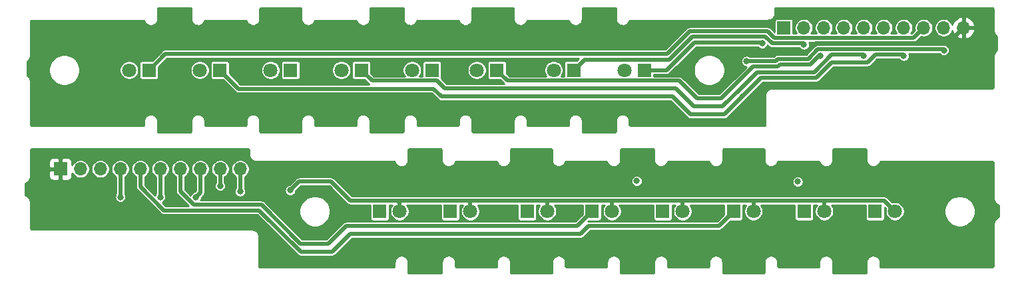
<source format=gbl>
G04 #@! TF.GenerationSoftware,KiCad,Pcbnew,(5.1.6-0-10_14)*
G04 #@! TF.CreationDate,2021-12-08T11:35:56+09:00*
G04 #@! TF.ProjectId,qPCR-panel_led_20211208,71504352-2d70-4616-9e65-6c5f6c65645f,rev?*
G04 #@! TF.SameCoordinates,Original*
G04 #@! TF.FileFunction,Copper,L2,Bot*
G04 #@! TF.FilePolarity,Positive*
%FSLAX46Y46*%
G04 Gerber Fmt 4.6, Leading zero omitted, Abs format (unit mm)*
G04 Created by KiCad (PCBNEW (5.1.6-0-10_14)) date 2021-12-08 11:35:56*
%MOMM*%
%LPD*%
G01*
G04 APERTURE LIST*
G04 #@! TA.AperFunction,ComponentPad*
%ADD10R,1.800000X1.800000*%
G04 #@! TD*
G04 #@! TA.AperFunction,ComponentPad*
%ADD11C,1.800000*%
G04 #@! TD*
G04 #@! TA.AperFunction,ComponentPad*
%ADD12R,1.700000X1.700000*%
G04 #@! TD*
G04 #@! TA.AperFunction,ComponentPad*
%ADD13O,1.700000X1.700000*%
G04 #@! TD*
G04 #@! TA.AperFunction,ViaPad*
%ADD14C,0.800000*%
G04 #@! TD*
G04 #@! TA.AperFunction,Conductor*
%ADD15C,0.250000*%
G04 #@! TD*
G04 #@! TA.AperFunction,Conductor*
%ADD16C,0.508000*%
G04 #@! TD*
G04 #@! TA.AperFunction,Conductor*
%ADD17C,0.254000*%
G04 #@! TD*
G04 APERTURE END LIST*
D10*
G04 #@! TO.P,D9,1*
G04 #@! TO.N,OUT9*
X79405000Y-55521640D03*
D11*
G04 #@! TO.P,D9,2*
G04 #@! TO.N,VCC*
X76865000Y-55521640D03*
G04 #@! TD*
G04 #@! TO.P,D10,2*
G04 #@! TO.N,VCC*
X85865000Y-55521640D03*
D10*
G04 #@! TO.P,D10,1*
G04 #@! TO.N,OUT10*
X88405000Y-55521640D03*
G04 #@! TD*
G04 #@! TO.P,D11,1*
G04 #@! TO.N,OUT11*
X97405000Y-55521640D03*
D11*
G04 #@! TO.P,D11,2*
G04 #@! TO.N,VCC*
X94865000Y-55521640D03*
G04 #@! TD*
G04 #@! TO.P,D12,2*
G04 #@! TO.N,VCC*
X103865000Y-55521640D03*
D10*
G04 #@! TO.P,D12,1*
G04 #@! TO.N,OUT12*
X106405000Y-55521640D03*
G04 #@! TD*
G04 #@! TO.P,D13,1*
G04 #@! TO.N,OUT13*
X115405000Y-55521640D03*
D11*
G04 #@! TO.P,D13,2*
G04 #@! TO.N,VCC*
X112865000Y-55521640D03*
G04 #@! TD*
G04 #@! TO.P,D14,2*
G04 #@! TO.N,VCC*
X121095000Y-55521640D03*
D10*
G04 #@! TO.P,D14,1*
G04 #@! TO.N,OUT14*
X123635000Y-55521640D03*
G04 #@! TD*
G04 #@! TO.P,D15,1*
G04 #@! TO.N,OUT15*
X133405000Y-55521640D03*
D11*
G04 #@! TO.P,D15,2*
G04 #@! TO.N,VCC*
X130865000Y-55521640D03*
G04 #@! TD*
G04 #@! TO.P,D16,2*
G04 #@! TO.N,VCC*
X139865000Y-55521640D03*
D10*
G04 #@! TO.P,D16,1*
G04 #@! TO.N,OUT16*
X142405000Y-55521640D03*
G04 #@! TD*
D12*
G04 #@! TO.P,U1,1*
G04 #@! TO.N,OUT16*
X160140746Y-50121640D03*
D13*
G04 #@! TO.P,U1,2*
G04 #@! TO.N,OUT15*
X162680746Y-50121640D03*
G04 #@! TO.P,U1,3*
G04 #@! TO.N,OUT14*
X165220746Y-50121640D03*
G04 #@! TO.P,U1,4*
G04 #@! TO.N,OUT13*
X167760746Y-50121640D03*
G04 #@! TO.P,U1,5*
G04 #@! TO.N,OUT12*
X170300746Y-50121640D03*
G04 #@! TO.P,U1,6*
G04 #@! TO.N,OUT11*
X172840746Y-50121640D03*
G04 #@! TO.P,U1,7*
G04 #@! TO.N,OUT10*
X175380746Y-50121640D03*
G04 #@! TO.P,U1,8*
G04 #@! TO.N,OUT9*
X177920746Y-50121640D03*
G04 #@! TO.P,U1,9*
G04 #@! TO.N,VCC*
X180460746Y-50121640D03*
G04 #@! TO.P,U1,10*
G04 #@! TO.N,GND*
X183000746Y-50121640D03*
G04 #@! TD*
D10*
G04 #@! TO.P,D1,1*
G04 #@! TO.N,OUT1*
X171730000Y-73521640D03*
D11*
G04 #@! TO.P,D1,2*
G04 #@! TO.N,VCC*
X174270000Y-73521640D03*
G04 #@! TD*
G04 #@! TO.P,D2,2*
G04 #@! TO.N,VCC*
X165270000Y-73521640D03*
D10*
G04 #@! TO.P,D2,1*
G04 #@! TO.N,OUT2*
X162730000Y-73521640D03*
G04 #@! TD*
G04 #@! TO.P,D3,1*
G04 #@! TO.N,OUT3*
X153730000Y-73521640D03*
D11*
G04 #@! TO.P,D3,2*
G04 #@! TO.N,VCC*
X156270000Y-73521640D03*
G04 #@! TD*
G04 #@! TO.P,D4,2*
G04 #@! TO.N,VCC*
X147270000Y-73521640D03*
D10*
G04 #@! TO.P,D4,1*
G04 #@! TO.N,OUT4*
X144730000Y-73521640D03*
G04 #@! TD*
G04 #@! TO.P,D5,1*
G04 #@! TO.N,OUT5*
X135730000Y-73521640D03*
D11*
G04 #@! TO.P,D5,2*
G04 #@! TO.N,VCC*
X138270000Y-73521640D03*
G04 #@! TD*
G04 #@! TO.P,D6,2*
G04 #@! TO.N,VCC*
X130040000Y-73521640D03*
D10*
G04 #@! TO.P,D6,1*
G04 #@! TO.N,OUT6*
X127500000Y-73521640D03*
G04 #@! TD*
G04 #@! TO.P,D7,1*
G04 #@! TO.N,OUT7*
X117730000Y-73521640D03*
D11*
G04 #@! TO.P,D7,2*
G04 #@! TO.N,VCC*
X120270000Y-73521640D03*
G04 #@! TD*
G04 #@! TO.P,D8,2*
G04 #@! TO.N,VCC*
X111270000Y-73521640D03*
D10*
G04 #@! TO.P,D8,1*
G04 #@! TO.N,OUT8*
X108730000Y-73521640D03*
G04 #@! TD*
D12*
G04 #@! TO.P,U1,1*
G04 #@! TO.N,GND*
X68134254Y-68121640D03*
D13*
G04 #@! TO.P,U1,2*
G04 #@! TO.N,VCC*
X70674254Y-68121640D03*
G04 #@! TO.P,U1,3*
G04 #@! TO.N,OUT1*
X73214254Y-68121640D03*
G04 #@! TO.P,U1,4*
G04 #@! TO.N,OUT2*
X75754254Y-68121640D03*
G04 #@! TO.P,U1,5*
G04 #@! TO.N,OUT3*
X78294254Y-68121640D03*
G04 #@! TO.P,U1,6*
G04 #@! TO.N,OUT4*
X80834254Y-68121640D03*
G04 #@! TO.P,U1,7*
G04 #@! TO.N,OUT5*
X83374254Y-68121640D03*
G04 #@! TO.P,U1,8*
G04 #@! TO.N,OUT6*
X85914254Y-68121640D03*
G04 #@! TO.P,U1,9*
G04 #@! TO.N,OUT7*
X88454254Y-68121640D03*
G04 #@! TO.P,U1,10*
G04 #@! TO.N,OUT8*
X90994254Y-68121640D03*
G04 #@! TD*
D14*
G04 #@! TO.N,*
X141430000Y-69639640D03*
X161900000Y-69739640D03*
G04 #@! TO.N,GND*
X109705000Y-51639640D03*
X89235000Y-51739640D03*
X155135000Y-62199640D03*
X146635000Y-62199640D03*
X141135000Y-62199640D03*
X143635000Y-59899640D03*
X135135000Y-62899640D03*
X138135000Y-62899640D03*
X136635000Y-59899640D03*
X132135000Y-60399640D03*
X128135000Y-60399640D03*
X125135000Y-62899640D03*
X121135000Y-62899640D03*
X123635000Y-59899640D03*
X118135000Y-60399640D03*
X114135000Y-60399640D03*
X111135000Y-62899640D03*
X108135000Y-62899640D03*
X109635000Y-59899640D03*
X105135000Y-60399640D03*
X101135000Y-60399640D03*
X98135000Y-62899640D03*
X94135000Y-62899640D03*
X96135000Y-59899640D03*
X91135000Y-60399640D03*
X87135000Y-60399640D03*
X84135000Y-62899640D03*
X81135000Y-62899640D03*
X82635000Y-59899640D03*
X78135000Y-62199640D03*
X66635000Y-62199640D03*
X70635000Y-62199640D03*
X74635000Y-62199640D03*
X76635000Y-58899640D03*
X72635000Y-58899640D03*
X68635000Y-58899640D03*
X74635000Y-56399640D03*
X71135000Y-56399640D03*
X72635000Y-53899640D03*
X66635000Y-49899640D03*
X70635000Y-49899640D03*
X74635000Y-49899640D03*
X78135000Y-49899640D03*
X68635000Y-52399640D03*
X76635000Y-52399640D03*
X81135000Y-48899640D03*
X84135000Y-48899640D03*
X94135000Y-48899640D03*
X98135000Y-48899640D03*
X108135000Y-48899640D03*
X111135000Y-48899640D03*
X121135000Y-48899640D03*
X125135000Y-48899640D03*
X135135000Y-48899640D03*
X138135000Y-48899640D03*
X146135000Y-49899640D03*
X141635000Y-49899640D03*
X143635000Y-51899640D03*
X136635000Y-51899640D03*
X132635000Y-50399640D03*
X127635000Y-50399640D03*
X124155000Y-52219640D03*
X118635000Y-50399640D03*
X113635000Y-50399640D03*
X105135000Y-50399640D03*
X100635000Y-50399640D03*
X91635000Y-50399640D03*
X86635000Y-50399640D03*
X82655000Y-52099640D03*
X92135000Y-55899640D03*
X87135000Y-57399640D03*
X102135000Y-55399640D03*
X99635000Y-55399640D03*
X81135000Y-55399640D03*
X83635000Y-56899640D03*
X90135000Y-55399640D03*
X108635000Y-55399640D03*
X110635000Y-55399640D03*
X117635000Y-55399640D03*
X119135000Y-55899640D03*
X125635000Y-55399640D03*
X129135000Y-55899640D03*
X146635000Y-55679640D03*
X149265000Y-53029640D03*
X150725000Y-58139640D03*
X152595000Y-53399640D03*
X158781160Y-52987651D03*
X155995000Y-59689640D03*
X157125000Y-61419640D03*
X157835000Y-57539640D03*
X165815000Y-56589640D03*
X168295000Y-57329640D03*
X172485000Y-56449640D03*
X173315000Y-54579640D03*
X175805000Y-57009640D03*
X176615000Y-54159640D03*
X178455000Y-55649640D03*
X180225000Y-54299640D03*
X180365000Y-56979640D03*
X182515000Y-55629640D03*
X185745000Y-57089640D03*
X185715000Y-54049640D03*
X183185000Y-52779640D03*
X185665000Y-50299640D03*
X185575000Y-48629640D03*
X181855000Y-48349640D03*
X178925000Y-48349640D03*
X176525000Y-48299640D03*
X174105000Y-48379640D03*
X171225000Y-48269640D03*
X168915000Y-48149640D03*
X166265000Y-48209640D03*
X163475000Y-48409640D03*
X161025000Y-48489640D03*
X156585000Y-49699640D03*
X153825000Y-55949640D03*
X94000000Y-80199640D03*
X104500000Y-80199640D03*
X110000000Y-80199640D03*
X107500000Y-77899640D03*
X116000000Y-80899640D03*
X113000000Y-80899640D03*
X114500000Y-77899640D03*
X119000000Y-79199640D03*
X123000000Y-79199640D03*
X126000000Y-80899640D03*
X130000000Y-80899640D03*
X127500000Y-77899640D03*
X133000000Y-79199640D03*
X137000000Y-79199640D03*
X140000000Y-80899640D03*
X143000000Y-80899640D03*
X141500000Y-77899640D03*
X146000000Y-79199640D03*
X150000000Y-79199640D03*
X153000000Y-80899640D03*
X157000000Y-80899640D03*
X155000000Y-77899640D03*
X160000000Y-79199640D03*
X164000000Y-79199640D03*
X167000000Y-80899640D03*
X170000000Y-80899640D03*
X168500000Y-77899640D03*
X173000000Y-80199640D03*
X184500000Y-80199640D03*
X180500000Y-80199640D03*
X176500000Y-80199640D03*
X174500000Y-76899640D03*
X178500000Y-76899640D03*
X182500000Y-76899640D03*
X176500000Y-74399640D03*
X180000000Y-74399640D03*
X178500000Y-71899640D03*
X184500000Y-67899640D03*
X180500000Y-67899640D03*
X176500000Y-67899640D03*
X173000000Y-67899640D03*
X182500000Y-70399640D03*
X174500000Y-70399640D03*
X170000000Y-66899640D03*
X167000000Y-66899640D03*
X157000000Y-66899640D03*
X153000000Y-66899640D03*
X143000000Y-66899640D03*
X140000000Y-66899640D03*
X130000000Y-66899640D03*
X126000000Y-66899640D03*
X116000000Y-66899640D03*
X113000000Y-66899640D03*
X105000000Y-67899640D03*
X109500000Y-67899640D03*
X107500000Y-69899640D03*
X114500000Y-69899640D03*
X118500000Y-68399640D03*
X123500000Y-68399640D03*
X126980000Y-70219640D03*
X132500000Y-68399640D03*
X137500000Y-68399640D03*
X146000000Y-68399640D03*
X150500000Y-68399640D03*
X159500000Y-68399640D03*
X164500000Y-68399640D03*
X168480000Y-70099640D03*
X159000000Y-73899640D03*
X164000000Y-75399640D03*
X149000000Y-73399640D03*
X151500000Y-73399640D03*
X170000000Y-73399640D03*
X167500000Y-74899640D03*
X161000000Y-73399640D03*
X142500000Y-73399640D03*
X140500000Y-73399640D03*
X133500000Y-73399640D03*
X132000000Y-73899640D03*
X125500000Y-73399640D03*
X122000000Y-73899640D03*
X102450000Y-74899640D03*
X104160000Y-73079640D03*
X101640000Y-71099640D03*
X64950000Y-73389640D03*
X65040000Y-75209640D03*
X66140000Y-71899640D03*
X65000000Y-69199640D03*
X65950000Y-66699640D03*
X69620000Y-71809640D03*
X73650000Y-72049640D03*
X68050000Y-73909640D03*
X71020000Y-75279640D03*
X71950000Y-73449640D03*
X75950000Y-73579640D03*
X74580000Y-75309640D03*
X79680000Y-73679640D03*
X78360000Y-72429640D03*
X84260000Y-74279640D03*
X88090000Y-74959640D03*
X80980000Y-75289640D03*
X94320000Y-75709640D03*
X95750000Y-78059640D03*
X97820000Y-80049640D03*
X105560000Y-77959640D03*
X91140000Y-66409640D03*
X87040000Y-66409640D03*
X84250000Y-66359640D03*
X81580000Y-66269640D03*
X79130000Y-66269640D03*
X76720000Y-66269640D03*
X73900000Y-66179640D03*
X71690000Y-66269640D03*
X68920000Y-66269640D03*
X99630000Y-75779640D03*
X97330000Y-73729640D03*
X98630000Y-71379640D03*
G04 #@! TO.N,VCC*
X155395000Y-54379640D03*
X180475000Y-52987651D03*
X97370000Y-70835640D03*
G04 #@! TO.N,OUT10*
X175375000Y-53695661D03*
G04 #@! TO.N,OUT12*
X170295000Y-53695661D03*
G04 #@! TO.N,OUT14*
X164801497Y-53712158D03*
G04 #@! TO.N,OUT15*
X162675000Y-52279641D03*
G04 #@! TO.N,OUT16*
X157383764Y-52127630D03*
G04 #@! TO.N,OUT2*
X75770000Y-71695661D03*
G04 #@! TO.N,OUT4*
X80840000Y-71695661D03*
G04 #@! TO.N,OUT6*
X85375491Y-71695661D03*
G04 #@! TO.N,OUT7*
X88450000Y-70279641D03*
G04 #@! TO.N,OUT8*
X91000000Y-70987651D03*
G04 #@! TD*
D15*
G04 #@! TO.N,GND*
X92982001Y-56746641D02*
X92135000Y-55899640D01*
X98853684Y-56746641D02*
X92982001Y-56746641D01*
X99635000Y-55965325D02*
X98853684Y-56746641D01*
X99635000Y-55399640D02*
X99635000Y-55965325D01*
X111738001Y-54296639D02*
X110635000Y-55399640D01*
X116531999Y-54296639D02*
X111738001Y-54296639D01*
X117635000Y-55399640D02*
X116531999Y-54296639D01*
D16*
X162916990Y-53387650D02*
X164170989Y-52133651D01*
X159181159Y-53387650D02*
X162916990Y-53387650D01*
X158781160Y-52987651D02*
X159181159Y-53387650D01*
X180988735Y-52133651D02*
X183000746Y-50121640D01*
X164170989Y-52133651D02*
X180988735Y-52133651D01*
G04 #@! TO.N,VCC*
X155395000Y-54379640D02*
X159091020Y-54379640D01*
X159375000Y-54095660D02*
X163210256Y-54095660D01*
X159091020Y-54379640D02*
X159375000Y-54095660D01*
X163210256Y-54095660D02*
X164464255Y-52841661D01*
X164464255Y-52841661D02*
X179165000Y-52841661D01*
X180329010Y-52841661D02*
X180475000Y-52987651D01*
X179165000Y-52841661D02*
X180329010Y-52841661D01*
X172915999Y-72167639D02*
X174270000Y-73521640D01*
X165270000Y-72351640D02*
X165085999Y-72167639D01*
X165270000Y-73521640D02*
X165270000Y-72351640D01*
X165085999Y-72167639D02*
X172915999Y-72167639D01*
X156270000Y-72173638D02*
X156275999Y-72167639D01*
X156270000Y-73521640D02*
X156270000Y-72173638D01*
X156275999Y-72167639D02*
X165085999Y-72167639D01*
X147270000Y-72333638D02*
X147435999Y-72167639D01*
X147270000Y-73521640D02*
X147270000Y-72333638D01*
X147435999Y-72167639D02*
X156275999Y-72167639D01*
X130040000Y-72321640D02*
X130194001Y-72167639D01*
X130040000Y-73521640D02*
X130040000Y-72321640D01*
X120270000Y-72273638D02*
X120375999Y-72167639D01*
X120270000Y-73521640D02*
X120270000Y-72273638D01*
X120375999Y-72167639D02*
X130194001Y-72167639D01*
X111270000Y-72391640D02*
X111045999Y-72167639D01*
X111270000Y-73521640D02*
X111270000Y-72391640D01*
X111045999Y-72167639D02*
X120375999Y-72167639D01*
X138270000Y-72169640D02*
X138267999Y-72167639D01*
X138267999Y-72167639D02*
X147435999Y-72167639D01*
X138270000Y-73521640D02*
X138270000Y-72169640D01*
X130194001Y-72167639D02*
X138267999Y-72167639D01*
X105015999Y-72167639D02*
X102580000Y-69731640D01*
X111045999Y-72167639D02*
X105015999Y-72167639D01*
X102580000Y-69731640D02*
X98668000Y-69731640D01*
X98668000Y-69731640D02*
X98468000Y-69731640D01*
X98468000Y-69731640D02*
X97364000Y-70835640D01*
X97364000Y-70835640D02*
X97370000Y-70835640D01*
G04 #@! TO.N,OUT9*
X145294457Y-53459629D02*
X148188466Y-50565620D01*
X81467011Y-53459629D02*
X145294457Y-53459629D01*
X79405000Y-55521640D02*
X81467011Y-53459629D01*
X176616745Y-51425641D02*
X177920746Y-50121640D01*
X158927545Y-51425641D02*
X176616745Y-51425641D01*
X158067524Y-50565620D02*
X158927545Y-51425641D01*
X148188466Y-50565620D02*
X158067524Y-50565620D01*
G04 #@! TO.N,OUT10*
X154755000Y-58764195D02*
X154755000Y-58764192D01*
X145955000Y-58899640D02*
X116605000Y-58899640D01*
X154865000Y-58889640D02*
X152565000Y-61189640D01*
X90783000Y-57899640D02*
X88405000Y-55521640D01*
X148245000Y-61189640D02*
X145955000Y-58899640D01*
X115605000Y-57899640D02*
X90783000Y-57899640D01*
X116605000Y-58899640D02*
X115605000Y-57899640D01*
X152565000Y-61189640D02*
X148245000Y-61189640D01*
X154865000Y-58889640D02*
X157250970Y-56503670D01*
X164272247Y-56503670D02*
X164686990Y-56088926D01*
X157250970Y-56503670D02*
X164272247Y-56503670D01*
X164686990Y-56088926D02*
X166226254Y-54549662D01*
X170764978Y-54549662D02*
X171764969Y-53549671D01*
X166226254Y-54549662D02*
X170764978Y-54549662D01*
X171764969Y-53549671D02*
X174925000Y-53549671D01*
X175229010Y-53549671D02*
X175375000Y-53695661D01*
X174925000Y-53549671D02*
X175229010Y-53549671D01*
G04 #@! TO.N,OUT12*
X107759001Y-56875641D02*
X106405000Y-55521640D01*
X117005000Y-57859640D02*
X116021001Y-56875641D01*
X152348275Y-60169640D02*
X148675000Y-60169640D01*
X116021001Y-56875641D02*
X107759001Y-56875641D01*
X148675000Y-60169640D02*
X146365000Y-57859640D01*
X154658275Y-57859640D02*
X152348275Y-60169640D01*
X146365000Y-57859640D02*
X117005000Y-57859640D01*
X154658275Y-57859640D02*
X156722255Y-55795660D01*
X156722255Y-55795660D02*
X159677554Y-55795660D01*
X163978980Y-55795660D02*
X166224969Y-53549671D01*
X159677554Y-55795660D02*
X163978980Y-55795660D01*
X166224969Y-53549671D02*
X169665000Y-53549671D01*
X170149010Y-53549671D02*
X170295000Y-53695661D01*
X169665000Y-53549671D02*
X170149010Y-53549671D01*
G04 #@! TO.N,OUT14*
X123635000Y-55521640D02*
X123685000Y-55521640D01*
X124989001Y-56875641D02*
X123635000Y-55521640D01*
X152148922Y-59149640D02*
X149121078Y-59149640D01*
X149121078Y-59149640D02*
X146847079Y-56875641D01*
X154472921Y-56825641D02*
X152148922Y-59149640D01*
X146847079Y-56875641D02*
X124989001Y-56875641D01*
X154472921Y-56825641D02*
X156210912Y-55087650D01*
X156210912Y-55087650D02*
X157835000Y-55087650D01*
X159384287Y-55087650D02*
X159668267Y-54803670D01*
X157835000Y-55087650D02*
X159384287Y-55087650D01*
X163503523Y-54803670D02*
X163918266Y-54388926D01*
X159668267Y-54803670D02*
X163503523Y-54803670D01*
X164595034Y-53712158D02*
X164801497Y-53712158D01*
X163918266Y-54388926D02*
X164595034Y-53712158D01*
G04 #@! TO.N,OUT15*
X133405000Y-55521640D02*
X134759001Y-54167639D01*
X145587725Y-54167639D02*
X148481733Y-51273630D01*
X148481733Y-51273630D02*
X152894013Y-51273630D01*
X134759001Y-54167639D02*
X145587725Y-54167639D01*
X157774258Y-51273630D02*
X158634278Y-52133651D01*
X152894013Y-51273630D02*
X157774258Y-51273630D01*
X158634278Y-52133651D02*
X161185000Y-52133651D01*
X162529010Y-52133651D02*
X162675000Y-52279641D01*
X161185000Y-52133651D02*
X162529010Y-52133651D01*
G04 #@! TO.N,OUT16*
X142405000Y-55521640D02*
X145235000Y-55521640D01*
X145235000Y-55521640D02*
X148775000Y-51981640D01*
X148775000Y-51981640D02*
X152600746Y-51981640D01*
X157237774Y-51981640D02*
X157383764Y-52127630D01*
X152600746Y-51981640D02*
X157237774Y-51981640D01*
G04 #@! TO.N,OUT2*
X75770000Y-68137386D02*
X75754254Y-68121640D01*
X75770000Y-71695661D02*
X75770000Y-68137386D01*
G04 #@! TO.N,OUT3*
X81278067Y-73397650D02*
X78294254Y-70413837D01*
X93416734Y-73397650D02*
X81278067Y-73397650D01*
X78294254Y-70413837D02*
X78294254Y-68121640D01*
X98698724Y-78679640D02*
X93416734Y-73397650D01*
X102670000Y-78679640D02*
X98698724Y-78679640D01*
X104970000Y-76379640D02*
X102670000Y-78679640D01*
X134330000Y-76379640D02*
X104970000Y-76379640D01*
X151862000Y-75389640D02*
X135320000Y-75389640D01*
X135320000Y-75389640D02*
X134330000Y-76379640D01*
X153730000Y-73521640D02*
X151862000Y-75389640D01*
G04 #@! TO.N,OUT4*
X80840000Y-68127386D02*
X80834254Y-68121640D01*
X80840000Y-71695661D02*
X80840000Y-68127386D01*
G04 #@! TO.N,OUT5*
X104500000Y-75379640D02*
X102220000Y-77659640D01*
X102220000Y-77659640D02*
X98680000Y-77659640D01*
X133872000Y-75379640D02*
X104500000Y-75379640D01*
X135730000Y-73521640D02*
X133872000Y-75379640D01*
X98680000Y-77659640D02*
X93710000Y-72689640D01*
X83374254Y-70958346D02*
X83374254Y-68121640D01*
X85105548Y-72689640D02*
X83374254Y-70958346D01*
X93710000Y-72689640D02*
X85105548Y-72689640D01*
G04 #@! TO.N,OUT6*
X85375491Y-71695661D02*
X85920000Y-71151152D01*
X85920000Y-68127386D02*
X85914254Y-68121640D01*
X85920000Y-71151152D02*
X85920000Y-68127386D01*
G04 #@! TO.N,OUT7*
X88450000Y-68125894D02*
X88454254Y-68121640D01*
X88450000Y-70279641D02*
X88450000Y-68125894D01*
G04 #@! TO.N,OUT8*
X91000000Y-68127386D02*
X90994254Y-68121640D01*
X91000000Y-70987651D02*
X91000000Y-68127386D01*
G04 #@! TD*
D17*
G04 #@! TO.N,GND*
G36*
X84658539Y-47580756D02*
G01*
X84681184Y-47587593D01*
X84702067Y-47598696D01*
X84720395Y-47613644D01*
X84735472Y-47631869D01*
X84746723Y-47652678D01*
X84753717Y-47675270D01*
X84758001Y-47716032D01*
X84758000Y-49018798D01*
X84758936Y-49028307D01*
X84761044Y-49069906D01*
X84764788Y-49094957D01*
X84766998Y-49120199D01*
X84768003Y-49125366D01*
X84787296Y-49221023D01*
X84797284Y-49253688D01*
X84806820Y-49286506D01*
X84808809Y-49291379D01*
X84846313Y-49381468D01*
X84862475Y-49411606D01*
X84878190Y-49441920D01*
X84881088Y-49446314D01*
X84935377Y-49527402D01*
X84957063Y-49553800D01*
X84978381Y-49580503D01*
X84982077Y-49584251D01*
X85051082Y-49653250D01*
X85077464Y-49674919D01*
X85103588Y-49696993D01*
X85107942Y-49699952D01*
X85189033Y-49754232D01*
X85219108Y-49770356D01*
X85249033Y-49786942D01*
X85253879Y-49788999D01*
X85343971Y-49826496D01*
X85376628Y-49836478D01*
X85409180Y-49846928D01*
X85414333Y-49848004D01*
X85509991Y-49867288D01*
X85543967Y-49870738D01*
X85577931Y-49874666D01*
X85583192Y-49874721D01*
X85583195Y-49874721D01*
X85680778Y-49875057D01*
X85714811Y-49871838D01*
X85748850Y-49869098D01*
X85754024Y-49868130D01*
X85849814Y-49849507D01*
X85882560Y-49839743D01*
X85915439Y-49830438D01*
X85920326Y-49828483D01*
X86010674Y-49791608D01*
X86040891Y-49775674D01*
X86071344Y-49760156D01*
X86075759Y-49757289D01*
X86157222Y-49703568D01*
X86183762Y-49682074D01*
X86210625Y-49660933D01*
X86214399Y-49657263D01*
X86283878Y-49588742D01*
X86305713Y-49562533D01*
X86327987Y-49536542D01*
X86330976Y-49532209D01*
X86385822Y-49451497D01*
X86402172Y-49421505D01*
X86418948Y-49391730D01*
X86421038Y-49386899D01*
X86459163Y-49297071D01*
X86482846Y-49241272D01*
X86496143Y-49221704D01*
X86512980Y-49205100D01*
X86532726Y-49192078D01*
X86554623Y-49183140D01*
X86587274Y-49176793D01*
X86598139Y-49176280D01*
X91662308Y-49176280D01*
X91704286Y-49180396D01*
X91726931Y-49187233D01*
X91747814Y-49198336D01*
X91766142Y-49213284D01*
X91781219Y-49231509D01*
X91797041Y-49260771D01*
X91803833Y-49279332D01*
X91803856Y-49279381D01*
X91804286Y-49280568D01*
X91821845Y-49328038D01*
X91832909Y-49350825D01*
X91842561Y-49374241D01*
X91845064Y-49378872D01*
X91892075Y-49464384D01*
X91911366Y-49492558D01*
X91930290Y-49521040D01*
X91933645Y-49525096D01*
X91996370Y-49599848D01*
X92020763Y-49623735D01*
X92044859Y-49647999D01*
X92048938Y-49651326D01*
X92124988Y-49712472D01*
X92153569Y-49731175D01*
X92181908Y-49750289D01*
X92186556Y-49752761D01*
X92273035Y-49797971D01*
X92304694Y-49810762D01*
X92336213Y-49824011D01*
X92341253Y-49825533D01*
X92434864Y-49853085D01*
X92468407Y-49859484D01*
X92501903Y-49866359D01*
X92507141Y-49866873D01*
X92604324Y-49875717D01*
X92638530Y-49875478D01*
X92672659Y-49875716D01*
X92677898Y-49875203D01*
X92677900Y-49875203D01*
X92774946Y-49865003D01*
X92808424Y-49858131D01*
X92841981Y-49851729D01*
X92847021Y-49850208D01*
X92940240Y-49821352D01*
X92971754Y-49808105D01*
X93003422Y-49795310D01*
X93008070Y-49792839D01*
X93093908Y-49746426D01*
X93122250Y-49727309D01*
X93150826Y-49708609D01*
X93154900Y-49705286D01*
X93154906Y-49705282D01*
X93154911Y-49705277D01*
X93230094Y-49643080D01*
X93254174Y-49618831D01*
X93278581Y-49594930D01*
X93281937Y-49590874D01*
X93343613Y-49515253D01*
X93362518Y-49486799D01*
X93381829Y-49458595D01*
X93384333Y-49453965D01*
X93430145Y-49367804D01*
X93443163Y-49336220D01*
X93456625Y-49304810D01*
X93458182Y-49299782D01*
X93486387Y-49206364D01*
X93493023Y-49172848D01*
X93500128Y-49139419D01*
X93500679Y-49134184D01*
X93510201Y-49037067D01*
X93510201Y-49037065D01*
X93512000Y-49018799D01*
X93512000Y-47718079D01*
X93516116Y-47676101D01*
X93522953Y-47653456D01*
X93534056Y-47632573D01*
X93549004Y-47614245D01*
X93567229Y-47599168D01*
X93588038Y-47587917D01*
X93610630Y-47580923D01*
X93651383Y-47576640D01*
X98616561Y-47576640D01*
X98658539Y-47580756D01*
X98681184Y-47587593D01*
X98702067Y-47598696D01*
X98720395Y-47613644D01*
X98735472Y-47631869D01*
X98746723Y-47652678D01*
X98753717Y-47675270D01*
X98758001Y-47716032D01*
X98758000Y-49018798D01*
X98758936Y-49028307D01*
X98761044Y-49069906D01*
X98764788Y-49094957D01*
X98766998Y-49120199D01*
X98768003Y-49125366D01*
X98787296Y-49221023D01*
X98797284Y-49253688D01*
X98806820Y-49286506D01*
X98808809Y-49291379D01*
X98846313Y-49381468D01*
X98862475Y-49411606D01*
X98878190Y-49441920D01*
X98881088Y-49446314D01*
X98935377Y-49527402D01*
X98957063Y-49553800D01*
X98978381Y-49580503D01*
X98982077Y-49584251D01*
X99051082Y-49653250D01*
X99077464Y-49674919D01*
X99103588Y-49696993D01*
X99107942Y-49699952D01*
X99189033Y-49754232D01*
X99219108Y-49770356D01*
X99249033Y-49786942D01*
X99253879Y-49788999D01*
X99343971Y-49826496D01*
X99376628Y-49836478D01*
X99409180Y-49846928D01*
X99414333Y-49848004D01*
X99509991Y-49867288D01*
X99543967Y-49870738D01*
X99577931Y-49874666D01*
X99583192Y-49874721D01*
X99583195Y-49874721D01*
X99680778Y-49875057D01*
X99714811Y-49871838D01*
X99748850Y-49869098D01*
X99754024Y-49868130D01*
X99849814Y-49849507D01*
X99882560Y-49839743D01*
X99915439Y-49830438D01*
X99920326Y-49828483D01*
X100010674Y-49791608D01*
X100040891Y-49775674D01*
X100071344Y-49760156D01*
X100075759Y-49757289D01*
X100157222Y-49703568D01*
X100183762Y-49682074D01*
X100210625Y-49660933D01*
X100214399Y-49657263D01*
X100283878Y-49588742D01*
X100305713Y-49562533D01*
X100327987Y-49536542D01*
X100330976Y-49532209D01*
X100385822Y-49451497D01*
X100402172Y-49421505D01*
X100418948Y-49391730D01*
X100421038Y-49386899D01*
X100459163Y-49297071D01*
X100482846Y-49241272D01*
X100496143Y-49221704D01*
X100512980Y-49205100D01*
X100532726Y-49192078D01*
X100554623Y-49183140D01*
X100587274Y-49176793D01*
X100598139Y-49176280D01*
X105662308Y-49176280D01*
X105704286Y-49180396D01*
X105726931Y-49187233D01*
X105747814Y-49198336D01*
X105766142Y-49213284D01*
X105781219Y-49231509D01*
X105797041Y-49260771D01*
X105803833Y-49279332D01*
X105803856Y-49279381D01*
X105804286Y-49280568D01*
X105821845Y-49328038D01*
X105832909Y-49350825D01*
X105842561Y-49374241D01*
X105845064Y-49378872D01*
X105892075Y-49464384D01*
X105911366Y-49492558D01*
X105930290Y-49521040D01*
X105933645Y-49525096D01*
X105996370Y-49599848D01*
X106020763Y-49623735D01*
X106044859Y-49647999D01*
X106048938Y-49651326D01*
X106124988Y-49712472D01*
X106153569Y-49731175D01*
X106181908Y-49750289D01*
X106186556Y-49752761D01*
X106273035Y-49797971D01*
X106304694Y-49810762D01*
X106336213Y-49824011D01*
X106341253Y-49825533D01*
X106434864Y-49853085D01*
X106468407Y-49859484D01*
X106501903Y-49866359D01*
X106507141Y-49866873D01*
X106604324Y-49875717D01*
X106638530Y-49875478D01*
X106672659Y-49875716D01*
X106677898Y-49875203D01*
X106677900Y-49875203D01*
X106774946Y-49865003D01*
X106808424Y-49858131D01*
X106841981Y-49851729D01*
X106847021Y-49850208D01*
X106940240Y-49821352D01*
X106971754Y-49808105D01*
X107003422Y-49795310D01*
X107008070Y-49792839D01*
X107093908Y-49746426D01*
X107122250Y-49727309D01*
X107150826Y-49708609D01*
X107154900Y-49705286D01*
X107154906Y-49705282D01*
X107154911Y-49705277D01*
X107230094Y-49643080D01*
X107254174Y-49618831D01*
X107278581Y-49594930D01*
X107281937Y-49590874D01*
X107343613Y-49515253D01*
X107362518Y-49486799D01*
X107381829Y-49458595D01*
X107384333Y-49453965D01*
X107430145Y-49367804D01*
X107443163Y-49336220D01*
X107456625Y-49304810D01*
X107458182Y-49299782D01*
X107486387Y-49206364D01*
X107493023Y-49172848D01*
X107500128Y-49139419D01*
X107500679Y-49134184D01*
X107510201Y-49037067D01*
X107510201Y-49037065D01*
X107512000Y-49018799D01*
X107512000Y-47718079D01*
X107516116Y-47676101D01*
X107522953Y-47653456D01*
X107534056Y-47632573D01*
X107549004Y-47614245D01*
X107567229Y-47599168D01*
X107588038Y-47587917D01*
X107610630Y-47580923D01*
X107651383Y-47576640D01*
X111616561Y-47576640D01*
X111658539Y-47580756D01*
X111681184Y-47587593D01*
X111702067Y-47598696D01*
X111720395Y-47613644D01*
X111735472Y-47631869D01*
X111746723Y-47652678D01*
X111753717Y-47675270D01*
X111758001Y-47716032D01*
X111758000Y-49018798D01*
X111758936Y-49028307D01*
X111761044Y-49069906D01*
X111764788Y-49094957D01*
X111766998Y-49120199D01*
X111768003Y-49125366D01*
X111787296Y-49221023D01*
X111797284Y-49253688D01*
X111806820Y-49286506D01*
X111808809Y-49291379D01*
X111846313Y-49381468D01*
X111862475Y-49411606D01*
X111878190Y-49441920D01*
X111881088Y-49446314D01*
X111935377Y-49527402D01*
X111957063Y-49553800D01*
X111978381Y-49580503D01*
X111982077Y-49584251D01*
X112051082Y-49653250D01*
X112077464Y-49674919D01*
X112103588Y-49696993D01*
X112107942Y-49699952D01*
X112189033Y-49754232D01*
X112219108Y-49770356D01*
X112249033Y-49786942D01*
X112253879Y-49788999D01*
X112343971Y-49826496D01*
X112376628Y-49836478D01*
X112409180Y-49846928D01*
X112414333Y-49848004D01*
X112509991Y-49867288D01*
X112543967Y-49870738D01*
X112577931Y-49874666D01*
X112583192Y-49874721D01*
X112583195Y-49874721D01*
X112680778Y-49875057D01*
X112714811Y-49871838D01*
X112748850Y-49869098D01*
X112754024Y-49868130D01*
X112849814Y-49849507D01*
X112882560Y-49839743D01*
X112915439Y-49830438D01*
X112920326Y-49828483D01*
X113010674Y-49791608D01*
X113040891Y-49775674D01*
X113071344Y-49760156D01*
X113075759Y-49757289D01*
X113157222Y-49703568D01*
X113183762Y-49682074D01*
X113210625Y-49660933D01*
X113214399Y-49657263D01*
X113283878Y-49588742D01*
X113305713Y-49562533D01*
X113327987Y-49536542D01*
X113330976Y-49532209D01*
X113385822Y-49451497D01*
X113402172Y-49421505D01*
X113418948Y-49391730D01*
X113421038Y-49386899D01*
X113459163Y-49297071D01*
X113482846Y-49241272D01*
X113496143Y-49221704D01*
X113512980Y-49205100D01*
X113532726Y-49192078D01*
X113554623Y-49183140D01*
X113587274Y-49176793D01*
X113598139Y-49176280D01*
X118662308Y-49176280D01*
X118704286Y-49180396D01*
X118726931Y-49187233D01*
X118747814Y-49198336D01*
X118766142Y-49213284D01*
X118781219Y-49231509D01*
X118797041Y-49260771D01*
X118803833Y-49279332D01*
X118803856Y-49279381D01*
X118804286Y-49280568D01*
X118821845Y-49328038D01*
X118832909Y-49350825D01*
X118842561Y-49374241D01*
X118845064Y-49378872D01*
X118892075Y-49464384D01*
X118911366Y-49492558D01*
X118930290Y-49521040D01*
X118933645Y-49525096D01*
X118996370Y-49599848D01*
X119020763Y-49623735D01*
X119044859Y-49647999D01*
X119048938Y-49651326D01*
X119124988Y-49712472D01*
X119153569Y-49731175D01*
X119181908Y-49750289D01*
X119186556Y-49752761D01*
X119273035Y-49797971D01*
X119304694Y-49810762D01*
X119336213Y-49824011D01*
X119341253Y-49825533D01*
X119434864Y-49853085D01*
X119468407Y-49859484D01*
X119501903Y-49866359D01*
X119507141Y-49866873D01*
X119604324Y-49875717D01*
X119638530Y-49875478D01*
X119672659Y-49875716D01*
X119677898Y-49875203D01*
X119677900Y-49875203D01*
X119774946Y-49865003D01*
X119808424Y-49858131D01*
X119841981Y-49851729D01*
X119847021Y-49850208D01*
X119940240Y-49821352D01*
X119971754Y-49808105D01*
X120003422Y-49795310D01*
X120008070Y-49792839D01*
X120093908Y-49746426D01*
X120122250Y-49727309D01*
X120150826Y-49708609D01*
X120154900Y-49705286D01*
X120154906Y-49705282D01*
X120154911Y-49705277D01*
X120230094Y-49643080D01*
X120254174Y-49618831D01*
X120278581Y-49594930D01*
X120281937Y-49590874D01*
X120343613Y-49515253D01*
X120362518Y-49486799D01*
X120381829Y-49458595D01*
X120384333Y-49453965D01*
X120430145Y-49367804D01*
X120443163Y-49336220D01*
X120456625Y-49304810D01*
X120458182Y-49299782D01*
X120486387Y-49206364D01*
X120493023Y-49172848D01*
X120500128Y-49139419D01*
X120500679Y-49134184D01*
X120510201Y-49037067D01*
X120510201Y-49037065D01*
X120512000Y-49018799D01*
X120512000Y-47718079D01*
X120516116Y-47676101D01*
X120522953Y-47653456D01*
X120534056Y-47632573D01*
X120549004Y-47614245D01*
X120567229Y-47599168D01*
X120588038Y-47587917D01*
X120610630Y-47580923D01*
X120651383Y-47576640D01*
X125616561Y-47576640D01*
X125658539Y-47580756D01*
X125681184Y-47587593D01*
X125702067Y-47598696D01*
X125720395Y-47613644D01*
X125735472Y-47631869D01*
X125746723Y-47652678D01*
X125753717Y-47675270D01*
X125758001Y-47716032D01*
X125758000Y-49018798D01*
X125758936Y-49028307D01*
X125761044Y-49069906D01*
X125764788Y-49094957D01*
X125766998Y-49120199D01*
X125768003Y-49125366D01*
X125787296Y-49221023D01*
X125797284Y-49253688D01*
X125806820Y-49286506D01*
X125808809Y-49291379D01*
X125846313Y-49381468D01*
X125862475Y-49411606D01*
X125878190Y-49441920D01*
X125881088Y-49446314D01*
X125935377Y-49527402D01*
X125957063Y-49553800D01*
X125978381Y-49580503D01*
X125982077Y-49584251D01*
X126051082Y-49653250D01*
X126077464Y-49674919D01*
X126103588Y-49696993D01*
X126107942Y-49699952D01*
X126189033Y-49754232D01*
X126219108Y-49770356D01*
X126249033Y-49786942D01*
X126253879Y-49788999D01*
X126343971Y-49826496D01*
X126376628Y-49836478D01*
X126409180Y-49846928D01*
X126414333Y-49848004D01*
X126509991Y-49867288D01*
X126543967Y-49870738D01*
X126577931Y-49874666D01*
X126583192Y-49874721D01*
X126583195Y-49874721D01*
X126680778Y-49875057D01*
X126714811Y-49871838D01*
X126748850Y-49869098D01*
X126754024Y-49868130D01*
X126849814Y-49849507D01*
X126882560Y-49839743D01*
X126915439Y-49830438D01*
X126920326Y-49828483D01*
X127010674Y-49791608D01*
X127040891Y-49775674D01*
X127071344Y-49760156D01*
X127075759Y-49757289D01*
X127157222Y-49703568D01*
X127183762Y-49682074D01*
X127210625Y-49660933D01*
X127214399Y-49657263D01*
X127283878Y-49588742D01*
X127305713Y-49562533D01*
X127327987Y-49536542D01*
X127330976Y-49532209D01*
X127385822Y-49451497D01*
X127402172Y-49421505D01*
X127418948Y-49391730D01*
X127421038Y-49386899D01*
X127459163Y-49297071D01*
X127482846Y-49241272D01*
X127496143Y-49221704D01*
X127512980Y-49205100D01*
X127532726Y-49192078D01*
X127554623Y-49183140D01*
X127587274Y-49176793D01*
X127598139Y-49176280D01*
X132662308Y-49176280D01*
X132704286Y-49180396D01*
X132726931Y-49187233D01*
X132747814Y-49198336D01*
X132766142Y-49213284D01*
X132781219Y-49231509D01*
X132797041Y-49260771D01*
X132803833Y-49279332D01*
X132803856Y-49279381D01*
X132804286Y-49280568D01*
X132821845Y-49328038D01*
X132832909Y-49350825D01*
X132842561Y-49374241D01*
X132845064Y-49378872D01*
X132892075Y-49464384D01*
X132911366Y-49492558D01*
X132930290Y-49521040D01*
X132933645Y-49525096D01*
X132996370Y-49599848D01*
X133020763Y-49623735D01*
X133044859Y-49647999D01*
X133048938Y-49651326D01*
X133124988Y-49712472D01*
X133153569Y-49731175D01*
X133181908Y-49750289D01*
X133186556Y-49752761D01*
X133273035Y-49797971D01*
X133304694Y-49810762D01*
X133336213Y-49824011D01*
X133341253Y-49825533D01*
X133434864Y-49853085D01*
X133468407Y-49859484D01*
X133501903Y-49866359D01*
X133507141Y-49866873D01*
X133604324Y-49875717D01*
X133638530Y-49875478D01*
X133672659Y-49875716D01*
X133677898Y-49875203D01*
X133677900Y-49875203D01*
X133774946Y-49865003D01*
X133808424Y-49858131D01*
X133841981Y-49851729D01*
X133847021Y-49850208D01*
X133940240Y-49821352D01*
X133971754Y-49808105D01*
X134003422Y-49795310D01*
X134008070Y-49792839D01*
X134093908Y-49746426D01*
X134122250Y-49727309D01*
X134150826Y-49708609D01*
X134154900Y-49705286D01*
X134154906Y-49705282D01*
X134154911Y-49705277D01*
X134230094Y-49643080D01*
X134254174Y-49618831D01*
X134278581Y-49594930D01*
X134281937Y-49590874D01*
X134343613Y-49515253D01*
X134362518Y-49486799D01*
X134381829Y-49458595D01*
X134384333Y-49453965D01*
X134430145Y-49367804D01*
X134443163Y-49336220D01*
X134456625Y-49304810D01*
X134458182Y-49299782D01*
X134486387Y-49206364D01*
X134493023Y-49172848D01*
X134500128Y-49139419D01*
X134500679Y-49134184D01*
X134510201Y-49037067D01*
X134510201Y-49037065D01*
X134512000Y-49018799D01*
X134512000Y-47718079D01*
X134516116Y-47676101D01*
X134522953Y-47653456D01*
X134534056Y-47632573D01*
X134549004Y-47614245D01*
X134567229Y-47599168D01*
X134588038Y-47587917D01*
X134610630Y-47580923D01*
X134651383Y-47576640D01*
X138616561Y-47576640D01*
X138658539Y-47580756D01*
X138681184Y-47587593D01*
X138702067Y-47598696D01*
X138720395Y-47613644D01*
X138735472Y-47631869D01*
X138746723Y-47652678D01*
X138753717Y-47675270D01*
X138758001Y-47716032D01*
X138758000Y-49018798D01*
X138758936Y-49028307D01*
X138761044Y-49069906D01*
X138764788Y-49094957D01*
X138766998Y-49120199D01*
X138768003Y-49125366D01*
X138787296Y-49221023D01*
X138797284Y-49253688D01*
X138806820Y-49286506D01*
X138808809Y-49291379D01*
X138846313Y-49381468D01*
X138862475Y-49411606D01*
X138878190Y-49441920D01*
X138881088Y-49446314D01*
X138935377Y-49527402D01*
X138957063Y-49553800D01*
X138978381Y-49580503D01*
X138982077Y-49584251D01*
X139051082Y-49653250D01*
X139077464Y-49674919D01*
X139103588Y-49696993D01*
X139107942Y-49699952D01*
X139189033Y-49754232D01*
X139219108Y-49770356D01*
X139249033Y-49786942D01*
X139253879Y-49788999D01*
X139343971Y-49826496D01*
X139376628Y-49836478D01*
X139409180Y-49846928D01*
X139414333Y-49848004D01*
X139509991Y-49867288D01*
X139543967Y-49870738D01*
X139577931Y-49874666D01*
X139583192Y-49874721D01*
X139583195Y-49874721D01*
X139680778Y-49875057D01*
X139714811Y-49871838D01*
X139748850Y-49869098D01*
X139754024Y-49868130D01*
X139849814Y-49849507D01*
X139882560Y-49839743D01*
X139915439Y-49830438D01*
X139920326Y-49828483D01*
X140010674Y-49791608D01*
X140040891Y-49775674D01*
X140071344Y-49760156D01*
X140075759Y-49757289D01*
X140157222Y-49703568D01*
X140183762Y-49682074D01*
X140210625Y-49660933D01*
X140214399Y-49657263D01*
X140283878Y-49588742D01*
X140305713Y-49562533D01*
X140327987Y-49536542D01*
X140330976Y-49532209D01*
X140385822Y-49451497D01*
X140402172Y-49421505D01*
X140418948Y-49391730D01*
X140421038Y-49386899D01*
X140459163Y-49297071D01*
X140482846Y-49241272D01*
X140496143Y-49221704D01*
X140512980Y-49205100D01*
X140532726Y-49192078D01*
X140554623Y-49183140D01*
X140587274Y-49176793D01*
X140598139Y-49176280D01*
X158153519Y-49176280D01*
X158169614Y-49174695D01*
X158172659Y-49174716D01*
X158177898Y-49174203D01*
X158274946Y-49164003D01*
X158308424Y-49157131D01*
X158341981Y-49150729D01*
X158347021Y-49149208D01*
X158440240Y-49120352D01*
X158471754Y-49107105D01*
X158503422Y-49094310D01*
X158508070Y-49091839D01*
X158593908Y-49045426D01*
X158622250Y-49026309D01*
X158650826Y-49007609D01*
X158654900Y-49004286D01*
X158654906Y-49004282D01*
X158654911Y-49004277D01*
X158730094Y-48942080D01*
X158754174Y-48917831D01*
X158778581Y-48893930D01*
X158781937Y-48889874D01*
X158843613Y-48814253D01*
X158862518Y-48785799D01*
X158881829Y-48757595D01*
X158884333Y-48752965D01*
X158930145Y-48666804D01*
X158943163Y-48635220D01*
X158956625Y-48603810D01*
X158958182Y-48598782D01*
X158986387Y-48505364D01*
X158993023Y-48471848D01*
X159000128Y-48438419D01*
X159000679Y-48433184D01*
X159010201Y-48336067D01*
X159010201Y-48336065D01*
X159012000Y-48317799D01*
X159012000Y-47718079D01*
X159016116Y-47676101D01*
X159022953Y-47653456D01*
X159034056Y-47632573D01*
X159049004Y-47614245D01*
X159067229Y-47599168D01*
X159088038Y-47587917D01*
X159110630Y-47580923D01*
X159151383Y-47576640D01*
X186616561Y-47576640D01*
X186658539Y-47580756D01*
X186681184Y-47587593D01*
X186702067Y-47598696D01*
X186720395Y-47613644D01*
X186735472Y-47631869D01*
X186746723Y-47652678D01*
X186753717Y-47675270D01*
X186758001Y-47716032D01*
X186758000Y-50318518D01*
X186759878Y-50337584D01*
X186759878Y-50347959D01*
X186760428Y-50353194D01*
X186777832Y-50508353D01*
X186784935Y-50541772D01*
X186791573Y-50575294D01*
X186793129Y-50580322D01*
X186840339Y-50729147D01*
X186853790Y-50760530D01*
X186866820Y-50792144D01*
X186869324Y-50796774D01*
X186944541Y-50933594D01*
X186963852Y-50961797D01*
X186982755Y-50990249D01*
X186986103Y-50994296D01*
X186986109Y-50994304D01*
X186986116Y-50994310D01*
X187086471Y-51113909D01*
X187110862Y-51137794D01*
X187134960Y-51162061D01*
X187139040Y-51165389D01*
X187208000Y-51220834D01*
X187208000Y-52978829D01*
X187127035Y-53045809D01*
X187102952Y-53070061D01*
X187078544Y-53093963D01*
X187075188Y-53098019D01*
X186976509Y-53219012D01*
X186957628Y-53247431D01*
X186938296Y-53275665D01*
X186935792Y-53280296D01*
X186862492Y-53418153D01*
X186849476Y-53449732D01*
X186836010Y-53481151D01*
X186834453Y-53486180D01*
X186789326Y-53635649D01*
X186782684Y-53669193D01*
X186775586Y-53702589D01*
X186775035Y-53707824D01*
X186759799Y-53863211D01*
X186759799Y-53863225D01*
X186758001Y-53881481D01*
X186758000Y-57681560D01*
X186753884Y-57723539D01*
X186747047Y-57746184D01*
X186735944Y-57767067D01*
X186720997Y-57785394D01*
X186702768Y-57800474D01*
X186681964Y-57811723D01*
X186659370Y-57818717D01*
X186618617Y-57823000D01*
X158616481Y-57823000D01*
X158600386Y-57824585D01*
X158597342Y-57824564D01*
X158592103Y-57825077D01*
X158495054Y-57835277D01*
X158461576Y-57842149D01*
X158428019Y-57848551D01*
X158422979Y-57850072D01*
X158329760Y-57878928D01*
X158298257Y-57892170D01*
X158266578Y-57904970D01*
X158261940Y-57907436D01*
X158261932Y-57907440D01*
X158261925Y-57907445D01*
X158176092Y-57953854D01*
X158147773Y-57972956D01*
X158119174Y-57991671D01*
X158115094Y-57994998D01*
X158039906Y-58057200D01*
X158015845Y-58081430D01*
X157991418Y-58105350D01*
X157988063Y-58109406D01*
X157926387Y-58185027D01*
X157907466Y-58213504D01*
X157888171Y-58241685D01*
X157885673Y-58246304D01*
X157885669Y-58246310D01*
X157885667Y-58246315D01*
X157839855Y-58332476D01*
X157826837Y-58364060D01*
X157813375Y-58395470D01*
X157811818Y-58400498D01*
X157783613Y-58493916D01*
X157776980Y-58527418D01*
X157769872Y-58560860D01*
X157769321Y-58566095D01*
X157759799Y-58663213D01*
X157758000Y-58681482D01*
X157758001Y-62481550D01*
X157753884Y-62523539D01*
X157747047Y-62546184D01*
X157735944Y-62567067D01*
X157720997Y-62585394D01*
X157702768Y-62600474D01*
X157681964Y-62611723D01*
X157659370Y-62618717D01*
X157618617Y-62623000D01*
X140653439Y-62623000D01*
X140611461Y-62618884D01*
X140588816Y-62612047D01*
X140567933Y-62600944D01*
X140549606Y-62585997D01*
X140534526Y-62567768D01*
X140523277Y-62546964D01*
X140516283Y-62524370D01*
X140512000Y-62483617D01*
X140512000Y-61981481D01*
X140510152Y-61962718D01*
X140510152Y-61956232D01*
X140509602Y-61950997D01*
X140498725Y-61854022D01*
X140491618Y-61820586D01*
X140484983Y-61787080D01*
X140483427Y-61782051D01*
X140453921Y-61689036D01*
X140440461Y-61657632D01*
X140427439Y-61626039D01*
X140424936Y-61621408D01*
X140377925Y-61535895D01*
X140358632Y-61507719D01*
X140339710Y-61479240D01*
X140336354Y-61475183D01*
X140273630Y-61400432D01*
X140249237Y-61376545D01*
X140225141Y-61352281D01*
X140221062Y-61348954D01*
X140145012Y-61287808D01*
X140116431Y-61269105D01*
X140088092Y-61249991D01*
X140083445Y-61247519D01*
X139996965Y-61202309D01*
X139965281Y-61189508D01*
X139933786Y-61176269D01*
X139928747Y-61174747D01*
X139835135Y-61147195D01*
X139801614Y-61140800D01*
X139768098Y-61133921D01*
X139762865Y-61133409D01*
X139762862Y-61133408D01*
X139762859Y-61133408D01*
X139665677Y-61124563D01*
X139631471Y-61124802D01*
X139597342Y-61124564D01*
X139592103Y-61125077D01*
X139592099Y-61125077D01*
X139495054Y-61135277D01*
X139461576Y-61142149D01*
X139428019Y-61148551D01*
X139422979Y-61150072D01*
X139329760Y-61178928D01*
X139298257Y-61192170D01*
X139266578Y-61204970D01*
X139261940Y-61207436D01*
X139261932Y-61207440D01*
X139261925Y-61207445D01*
X139176092Y-61253854D01*
X139147773Y-61272956D01*
X139119174Y-61291671D01*
X139115094Y-61294998D01*
X139039906Y-61357200D01*
X139015845Y-61381430D01*
X138991418Y-61405350D01*
X138988063Y-61409406D01*
X138926387Y-61485027D01*
X138907466Y-61513504D01*
X138888171Y-61541685D01*
X138885673Y-61546304D01*
X138885669Y-61546310D01*
X138885667Y-61546315D01*
X138839855Y-61632476D01*
X138826837Y-61664060D01*
X138813375Y-61695470D01*
X138811818Y-61700498D01*
X138783613Y-61793916D01*
X138776980Y-61827418D01*
X138769872Y-61860860D01*
X138769321Y-61866095D01*
X138759799Y-61963213D01*
X138759799Y-61963225D01*
X138758001Y-61981481D01*
X138758000Y-63281200D01*
X138753884Y-63323179D01*
X138747047Y-63345824D01*
X138735944Y-63366707D01*
X138720997Y-63385034D01*
X138702768Y-63400114D01*
X138681964Y-63411363D01*
X138659370Y-63418357D01*
X138618617Y-63422640D01*
X134653439Y-63422640D01*
X134611461Y-63418524D01*
X134588816Y-63411687D01*
X134567933Y-63400584D01*
X134549606Y-63385637D01*
X134534526Y-63367408D01*
X134523277Y-63346604D01*
X134516283Y-63324010D01*
X134512000Y-63283257D01*
X134512000Y-61981481D01*
X134510152Y-61962718D01*
X134510152Y-61956232D01*
X134509602Y-61950997D01*
X134498725Y-61854022D01*
X134491618Y-61820586D01*
X134484983Y-61787080D01*
X134483427Y-61782051D01*
X134453921Y-61689036D01*
X134440461Y-61657632D01*
X134427439Y-61626039D01*
X134424936Y-61621408D01*
X134377925Y-61535895D01*
X134358632Y-61507719D01*
X134339710Y-61479240D01*
X134336354Y-61475183D01*
X134273630Y-61400432D01*
X134249237Y-61376545D01*
X134225141Y-61352281D01*
X134221062Y-61348954D01*
X134145012Y-61287808D01*
X134116431Y-61269105D01*
X134088092Y-61249991D01*
X134083445Y-61247519D01*
X133996965Y-61202309D01*
X133965281Y-61189508D01*
X133933786Y-61176269D01*
X133928747Y-61174747D01*
X133835135Y-61147195D01*
X133801614Y-61140800D01*
X133768098Y-61133921D01*
X133762865Y-61133409D01*
X133762862Y-61133408D01*
X133762859Y-61133408D01*
X133665677Y-61124563D01*
X133631471Y-61124802D01*
X133597342Y-61124564D01*
X133592103Y-61125077D01*
X133592099Y-61125077D01*
X133495054Y-61135277D01*
X133461576Y-61142149D01*
X133428019Y-61148551D01*
X133422979Y-61150072D01*
X133329760Y-61178928D01*
X133298257Y-61192170D01*
X133266578Y-61204970D01*
X133261940Y-61207436D01*
X133261932Y-61207440D01*
X133261925Y-61207445D01*
X133176092Y-61253854D01*
X133147773Y-61272956D01*
X133119174Y-61291671D01*
X133115094Y-61294998D01*
X133039906Y-61357200D01*
X133015845Y-61381430D01*
X132991418Y-61405350D01*
X132988063Y-61409406D01*
X132926387Y-61485027D01*
X132907466Y-61513504D01*
X132888171Y-61541685D01*
X132885673Y-61546304D01*
X132885669Y-61546310D01*
X132885667Y-61546315D01*
X132839855Y-61632476D01*
X132826837Y-61664060D01*
X132813375Y-61695470D01*
X132811818Y-61700498D01*
X132783613Y-61793916D01*
X132776980Y-61827418D01*
X132769872Y-61860860D01*
X132769321Y-61866095D01*
X132759799Y-61963213D01*
X132759799Y-61963225D01*
X132758001Y-61981481D01*
X132758000Y-62481560D01*
X132753884Y-62523539D01*
X132747047Y-62546184D01*
X132735944Y-62567067D01*
X132720997Y-62585394D01*
X132702768Y-62600474D01*
X132681964Y-62611723D01*
X132659370Y-62618717D01*
X132618617Y-62623000D01*
X127653439Y-62623000D01*
X127611461Y-62618884D01*
X127588816Y-62612047D01*
X127567933Y-62600944D01*
X127549606Y-62585997D01*
X127534526Y-62567768D01*
X127523277Y-62546964D01*
X127516283Y-62524370D01*
X127512000Y-62483617D01*
X127512000Y-61981481D01*
X127510152Y-61962718D01*
X127510152Y-61956232D01*
X127509602Y-61950997D01*
X127498725Y-61854022D01*
X127491618Y-61820586D01*
X127484983Y-61787080D01*
X127483427Y-61782051D01*
X127453921Y-61689036D01*
X127440461Y-61657632D01*
X127427439Y-61626039D01*
X127424936Y-61621408D01*
X127377925Y-61535895D01*
X127358632Y-61507719D01*
X127339710Y-61479240D01*
X127336354Y-61475183D01*
X127273630Y-61400432D01*
X127249237Y-61376545D01*
X127225141Y-61352281D01*
X127221062Y-61348954D01*
X127145012Y-61287808D01*
X127116431Y-61269105D01*
X127088092Y-61249991D01*
X127083445Y-61247519D01*
X126996965Y-61202309D01*
X126965281Y-61189508D01*
X126933786Y-61176269D01*
X126928747Y-61174747D01*
X126835135Y-61147195D01*
X126801614Y-61140800D01*
X126768098Y-61133921D01*
X126762865Y-61133409D01*
X126762862Y-61133408D01*
X126762859Y-61133408D01*
X126665677Y-61124563D01*
X126631471Y-61124802D01*
X126597342Y-61124564D01*
X126592103Y-61125077D01*
X126592099Y-61125077D01*
X126495054Y-61135277D01*
X126461576Y-61142149D01*
X126428019Y-61148551D01*
X126422979Y-61150072D01*
X126329760Y-61178928D01*
X126298257Y-61192170D01*
X126266578Y-61204970D01*
X126261940Y-61207436D01*
X126261932Y-61207440D01*
X126261925Y-61207445D01*
X126176092Y-61253854D01*
X126147773Y-61272956D01*
X126119174Y-61291671D01*
X126115094Y-61294998D01*
X126039906Y-61357200D01*
X126015845Y-61381430D01*
X125991418Y-61405350D01*
X125988063Y-61409406D01*
X125926387Y-61485027D01*
X125907466Y-61513504D01*
X125888171Y-61541685D01*
X125885673Y-61546304D01*
X125885669Y-61546310D01*
X125885667Y-61546315D01*
X125839855Y-61632476D01*
X125826837Y-61664060D01*
X125813375Y-61695470D01*
X125811818Y-61700498D01*
X125783613Y-61793916D01*
X125776980Y-61827418D01*
X125769872Y-61860860D01*
X125769321Y-61866095D01*
X125759799Y-61963213D01*
X125759799Y-61963225D01*
X125758001Y-61981481D01*
X125758000Y-63281559D01*
X125753884Y-63323538D01*
X125747047Y-63346183D01*
X125735944Y-63367066D01*
X125720997Y-63385393D01*
X125702768Y-63400473D01*
X125681964Y-63411722D01*
X125659370Y-63418716D01*
X125618617Y-63422999D01*
X120653439Y-63422999D01*
X120611461Y-63418883D01*
X120588816Y-63412046D01*
X120567933Y-63400943D01*
X120549606Y-63385996D01*
X120534526Y-63367767D01*
X120523277Y-63346963D01*
X120516283Y-63324369D01*
X120512000Y-63283616D01*
X120512000Y-61981481D01*
X120510152Y-61962718D01*
X120510152Y-61956232D01*
X120509602Y-61950997D01*
X120498725Y-61854022D01*
X120491618Y-61820586D01*
X120484983Y-61787080D01*
X120483427Y-61782051D01*
X120453921Y-61689036D01*
X120440461Y-61657632D01*
X120427439Y-61626039D01*
X120424936Y-61621408D01*
X120377925Y-61535895D01*
X120358632Y-61507719D01*
X120339710Y-61479240D01*
X120336354Y-61475183D01*
X120273630Y-61400432D01*
X120249237Y-61376545D01*
X120225141Y-61352281D01*
X120221062Y-61348954D01*
X120145012Y-61287808D01*
X120116431Y-61269105D01*
X120088092Y-61249991D01*
X120083445Y-61247519D01*
X119996965Y-61202309D01*
X119965281Y-61189508D01*
X119933786Y-61176269D01*
X119928747Y-61174747D01*
X119835135Y-61147195D01*
X119801614Y-61140800D01*
X119768098Y-61133921D01*
X119762865Y-61133409D01*
X119762862Y-61133408D01*
X119762859Y-61133408D01*
X119665677Y-61124563D01*
X119631471Y-61124802D01*
X119597342Y-61124564D01*
X119592103Y-61125077D01*
X119592099Y-61125077D01*
X119495054Y-61135277D01*
X119461576Y-61142149D01*
X119428019Y-61148551D01*
X119422979Y-61150072D01*
X119329760Y-61178928D01*
X119298257Y-61192170D01*
X119266578Y-61204970D01*
X119261940Y-61207436D01*
X119261932Y-61207440D01*
X119261925Y-61207445D01*
X119176092Y-61253854D01*
X119147773Y-61272956D01*
X119119174Y-61291671D01*
X119115094Y-61294998D01*
X119039906Y-61357200D01*
X119015845Y-61381430D01*
X118991418Y-61405350D01*
X118988063Y-61409406D01*
X118926387Y-61485027D01*
X118907466Y-61513504D01*
X118888171Y-61541685D01*
X118885673Y-61546304D01*
X118885669Y-61546310D01*
X118885667Y-61546315D01*
X118839855Y-61632476D01*
X118826837Y-61664060D01*
X118813375Y-61695470D01*
X118811818Y-61700498D01*
X118783613Y-61793916D01*
X118776980Y-61827418D01*
X118769872Y-61860860D01*
X118769321Y-61866095D01*
X118759799Y-61963213D01*
X118759799Y-61963225D01*
X118758001Y-61981481D01*
X118758000Y-62481560D01*
X118753884Y-62523539D01*
X118747047Y-62546184D01*
X118735944Y-62567067D01*
X118720997Y-62585394D01*
X118702768Y-62600474D01*
X118681964Y-62611723D01*
X118659370Y-62618717D01*
X118618617Y-62623000D01*
X113653439Y-62623000D01*
X113611461Y-62618884D01*
X113588816Y-62612047D01*
X113567933Y-62600944D01*
X113549606Y-62585997D01*
X113534526Y-62567768D01*
X113523277Y-62546964D01*
X113516283Y-62524370D01*
X113512000Y-62483617D01*
X113512000Y-61981481D01*
X113510152Y-61962718D01*
X113510152Y-61956232D01*
X113509602Y-61950997D01*
X113498725Y-61854022D01*
X113491618Y-61820586D01*
X113484983Y-61787080D01*
X113483427Y-61782051D01*
X113453921Y-61689036D01*
X113440461Y-61657632D01*
X113427439Y-61626039D01*
X113424936Y-61621408D01*
X113377925Y-61535895D01*
X113358632Y-61507719D01*
X113339710Y-61479240D01*
X113336354Y-61475183D01*
X113273630Y-61400432D01*
X113249237Y-61376545D01*
X113225141Y-61352281D01*
X113221062Y-61348954D01*
X113145012Y-61287808D01*
X113116431Y-61269105D01*
X113088092Y-61249991D01*
X113083445Y-61247519D01*
X112996965Y-61202309D01*
X112965281Y-61189508D01*
X112933786Y-61176269D01*
X112928747Y-61174747D01*
X112835135Y-61147195D01*
X112801614Y-61140800D01*
X112768098Y-61133921D01*
X112762865Y-61133409D01*
X112762862Y-61133408D01*
X112762859Y-61133408D01*
X112665677Y-61124563D01*
X112631471Y-61124802D01*
X112597342Y-61124564D01*
X112592103Y-61125077D01*
X112592099Y-61125077D01*
X112495054Y-61135277D01*
X112461576Y-61142149D01*
X112428019Y-61148551D01*
X112422979Y-61150072D01*
X112329760Y-61178928D01*
X112298257Y-61192170D01*
X112266578Y-61204970D01*
X112261940Y-61207436D01*
X112261932Y-61207440D01*
X112261925Y-61207445D01*
X112176092Y-61253854D01*
X112147773Y-61272956D01*
X112119174Y-61291671D01*
X112115094Y-61294998D01*
X112039906Y-61357200D01*
X112015845Y-61381430D01*
X111991418Y-61405350D01*
X111988063Y-61409406D01*
X111926387Y-61485027D01*
X111907466Y-61513504D01*
X111888171Y-61541685D01*
X111885673Y-61546304D01*
X111885669Y-61546310D01*
X111885667Y-61546315D01*
X111839855Y-61632476D01*
X111826837Y-61664060D01*
X111813375Y-61695470D01*
X111811818Y-61700498D01*
X111783613Y-61793916D01*
X111776980Y-61827418D01*
X111769872Y-61860860D01*
X111769321Y-61866095D01*
X111759799Y-61963213D01*
X111759799Y-61963225D01*
X111758001Y-61981481D01*
X111758000Y-63281200D01*
X111753884Y-63323179D01*
X111747047Y-63345824D01*
X111735944Y-63366707D01*
X111720997Y-63385034D01*
X111702768Y-63400114D01*
X111681964Y-63411363D01*
X111659370Y-63418357D01*
X111618617Y-63422640D01*
X107653439Y-63422640D01*
X107611461Y-63418524D01*
X107588816Y-63411687D01*
X107567933Y-63400584D01*
X107549606Y-63385637D01*
X107534526Y-63367408D01*
X107523277Y-63346604D01*
X107516283Y-63324010D01*
X107512000Y-63283257D01*
X107512000Y-61981481D01*
X107510152Y-61962718D01*
X107510152Y-61956232D01*
X107509602Y-61950997D01*
X107498725Y-61854022D01*
X107491618Y-61820586D01*
X107484983Y-61787080D01*
X107483427Y-61782051D01*
X107453921Y-61689036D01*
X107440461Y-61657632D01*
X107427439Y-61626039D01*
X107424936Y-61621408D01*
X107377925Y-61535895D01*
X107358632Y-61507719D01*
X107339710Y-61479240D01*
X107336354Y-61475183D01*
X107273630Y-61400432D01*
X107249237Y-61376545D01*
X107225141Y-61352281D01*
X107221062Y-61348954D01*
X107145012Y-61287808D01*
X107116431Y-61269105D01*
X107088092Y-61249991D01*
X107083445Y-61247519D01*
X106996965Y-61202309D01*
X106965281Y-61189508D01*
X106933786Y-61176269D01*
X106928747Y-61174747D01*
X106835135Y-61147195D01*
X106801614Y-61140800D01*
X106768098Y-61133921D01*
X106762865Y-61133409D01*
X106762862Y-61133408D01*
X106762859Y-61133408D01*
X106665677Y-61124563D01*
X106631471Y-61124802D01*
X106597342Y-61124564D01*
X106592103Y-61125077D01*
X106592099Y-61125077D01*
X106495054Y-61135277D01*
X106461576Y-61142149D01*
X106428019Y-61148551D01*
X106422979Y-61150072D01*
X106329760Y-61178928D01*
X106298257Y-61192170D01*
X106266578Y-61204970D01*
X106261940Y-61207436D01*
X106261932Y-61207440D01*
X106261925Y-61207445D01*
X106176092Y-61253854D01*
X106147773Y-61272956D01*
X106119174Y-61291671D01*
X106115094Y-61294998D01*
X106039906Y-61357200D01*
X106015845Y-61381430D01*
X105991418Y-61405350D01*
X105988063Y-61409406D01*
X105926387Y-61485027D01*
X105907466Y-61513504D01*
X105888171Y-61541685D01*
X105885673Y-61546304D01*
X105885669Y-61546310D01*
X105885667Y-61546315D01*
X105839855Y-61632476D01*
X105826837Y-61664060D01*
X105813375Y-61695470D01*
X105811818Y-61700498D01*
X105783613Y-61793916D01*
X105776980Y-61827418D01*
X105769872Y-61860860D01*
X105769321Y-61866095D01*
X105759799Y-61963213D01*
X105759799Y-61963225D01*
X105758001Y-61981481D01*
X105758000Y-62481560D01*
X105753884Y-62523539D01*
X105747047Y-62546184D01*
X105735944Y-62567067D01*
X105720997Y-62585394D01*
X105702768Y-62600474D01*
X105681964Y-62611723D01*
X105659370Y-62618717D01*
X105618617Y-62623000D01*
X100653439Y-62623000D01*
X100611461Y-62618884D01*
X100588816Y-62612047D01*
X100567933Y-62600944D01*
X100549606Y-62585997D01*
X100534526Y-62567768D01*
X100523277Y-62546964D01*
X100516283Y-62524370D01*
X100512000Y-62483617D01*
X100512000Y-61981481D01*
X100510152Y-61962718D01*
X100510152Y-61956234D01*
X100509602Y-61950999D01*
X100498725Y-61854024D01*
X100491618Y-61820588D01*
X100484983Y-61787082D01*
X100483427Y-61782053D01*
X100453921Y-61689038D01*
X100440461Y-61657634D01*
X100427439Y-61626041D01*
X100424936Y-61621410D01*
X100377925Y-61535897D01*
X100358611Y-61507690D01*
X100339711Y-61479244D01*
X100336356Y-61475188D01*
X100273631Y-61400435D01*
X100249240Y-61376550D01*
X100225141Y-61352282D01*
X100221062Y-61348955D01*
X100145012Y-61287809D01*
X100116448Y-61269117D01*
X100088094Y-61249993D01*
X100083446Y-61247521D01*
X99996968Y-61202311D01*
X99965289Y-61189512D01*
X99933784Y-61176269D01*
X99928745Y-61174747D01*
X99835133Y-61147196D01*
X99801573Y-61140794D01*
X99768103Y-61133924D01*
X99762864Y-61133410D01*
X99665681Y-61124565D01*
X99631512Y-61124803D01*
X99597343Y-61124565D01*
X99592104Y-61125078D01*
X99495055Y-61135278D01*
X99461577Y-61142150D01*
X99428020Y-61148552D01*
X99422980Y-61150073D01*
X99329761Y-61178929D01*
X99298251Y-61192175D01*
X99266580Y-61204971D01*
X99261937Y-61207439D01*
X99261933Y-61207441D01*
X99261932Y-61207442D01*
X99176094Y-61253855D01*
X99147780Y-61272952D01*
X99119177Y-61291670D01*
X99115099Y-61294995D01*
X99115095Y-61294998D01*
X99115093Y-61295000D01*
X99039908Y-61357198D01*
X99015860Y-61381414D01*
X98991416Y-61405352D01*
X98988061Y-61409408D01*
X98926386Y-61485029D01*
X98907484Y-61513478D01*
X98888174Y-61541681D01*
X98885670Y-61546312D01*
X98839856Y-61632473D01*
X98826830Y-61664076D01*
X98813374Y-61695473D01*
X98811819Y-61700496D01*
X98811819Y-61700497D01*
X98811817Y-61700502D01*
X98783613Y-61793920D01*
X98776975Y-61827444D01*
X98769873Y-61860856D01*
X98769323Y-61866090D01*
X98769322Y-61866096D01*
X98769322Y-61866102D01*
X98759799Y-61963209D01*
X98759799Y-61963225D01*
X98758001Y-61981481D01*
X98758000Y-63281564D01*
X98753884Y-63323543D01*
X98747047Y-63346188D01*
X98735944Y-63367071D01*
X98720997Y-63385398D01*
X98702768Y-63400478D01*
X98681964Y-63411727D01*
X98659370Y-63418721D01*
X98618617Y-63423004D01*
X93653439Y-63423004D01*
X93611461Y-63418888D01*
X93588816Y-63412051D01*
X93567933Y-63400948D01*
X93549606Y-63386001D01*
X93534526Y-63367772D01*
X93523277Y-63346968D01*
X93516283Y-63324374D01*
X93512000Y-63283621D01*
X93512000Y-61981481D01*
X93510152Y-61962718D01*
X93510152Y-61956232D01*
X93509602Y-61950997D01*
X93498725Y-61854022D01*
X93491618Y-61820586D01*
X93484983Y-61787080D01*
X93483427Y-61782051D01*
X93453921Y-61689036D01*
X93440461Y-61657632D01*
X93427439Y-61626039D01*
X93424936Y-61621408D01*
X93377925Y-61535895D01*
X93358632Y-61507719D01*
X93339710Y-61479240D01*
X93336354Y-61475183D01*
X93273630Y-61400432D01*
X93249237Y-61376545D01*
X93225141Y-61352281D01*
X93221062Y-61348954D01*
X93145012Y-61287808D01*
X93116431Y-61269105D01*
X93088092Y-61249991D01*
X93083445Y-61247519D01*
X92996965Y-61202309D01*
X92965281Y-61189508D01*
X92933786Y-61176269D01*
X92928747Y-61174747D01*
X92835135Y-61147195D01*
X92801614Y-61140800D01*
X92768098Y-61133921D01*
X92762865Y-61133409D01*
X92762862Y-61133408D01*
X92762859Y-61133408D01*
X92665677Y-61124563D01*
X92631471Y-61124802D01*
X92597342Y-61124564D01*
X92592103Y-61125077D01*
X92592099Y-61125077D01*
X92495054Y-61135277D01*
X92461576Y-61142149D01*
X92428019Y-61148551D01*
X92422979Y-61150072D01*
X92329760Y-61178928D01*
X92298257Y-61192170D01*
X92266578Y-61204970D01*
X92261940Y-61207436D01*
X92261932Y-61207440D01*
X92261925Y-61207445D01*
X92176092Y-61253854D01*
X92147773Y-61272956D01*
X92119174Y-61291671D01*
X92115094Y-61294998D01*
X92039906Y-61357200D01*
X92015845Y-61381430D01*
X91991418Y-61405350D01*
X91988063Y-61409406D01*
X91926387Y-61485027D01*
X91907466Y-61513504D01*
X91888171Y-61541685D01*
X91885673Y-61546304D01*
X91885669Y-61546310D01*
X91885667Y-61546315D01*
X91839855Y-61632476D01*
X91826837Y-61664060D01*
X91813375Y-61695470D01*
X91811818Y-61700498D01*
X91783613Y-61793916D01*
X91776980Y-61827418D01*
X91769872Y-61860860D01*
X91769321Y-61866095D01*
X91759799Y-61963213D01*
X91759799Y-61963225D01*
X91758001Y-61981481D01*
X91758000Y-62481560D01*
X91753884Y-62523539D01*
X91747047Y-62546184D01*
X91735944Y-62567067D01*
X91720997Y-62585394D01*
X91702768Y-62600474D01*
X91681964Y-62611723D01*
X91659370Y-62618717D01*
X91618617Y-62623000D01*
X86653439Y-62623000D01*
X86611461Y-62618884D01*
X86588816Y-62612047D01*
X86567933Y-62600944D01*
X86549606Y-62585997D01*
X86534526Y-62567768D01*
X86523277Y-62546964D01*
X86516283Y-62524370D01*
X86512000Y-62483617D01*
X86512000Y-61981481D01*
X86510152Y-61962718D01*
X86510152Y-61956232D01*
X86509602Y-61950997D01*
X86498725Y-61854022D01*
X86491618Y-61820586D01*
X86484983Y-61787080D01*
X86483427Y-61782051D01*
X86453921Y-61689036D01*
X86440461Y-61657632D01*
X86427439Y-61626039D01*
X86424936Y-61621408D01*
X86377925Y-61535895D01*
X86358632Y-61507719D01*
X86339710Y-61479240D01*
X86336354Y-61475183D01*
X86273630Y-61400432D01*
X86249237Y-61376545D01*
X86225141Y-61352281D01*
X86221062Y-61348954D01*
X86145012Y-61287808D01*
X86116431Y-61269105D01*
X86088092Y-61249991D01*
X86083445Y-61247519D01*
X85996965Y-61202309D01*
X85965281Y-61189508D01*
X85933786Y-61176269D01*
X85928747Y-61174747D01*
X85835135Y-61147195D01*
X85801614Y-61140800D01*
X85768098Y-61133921D01*
X85762865Y-61133409D01*
X85762862Y-61133408D01*
X85762859Y-61133408D01*
X85665677Y-61124563D01*
X85631471Y-61124802D01*
X85597342Y-61124564D01*
X85592103Y-61125077D01*
X85592099Y-61125077D01*
X85495054Y-61135277D01*
X85461576Y-61142149D01*
X85428019Y-61148551D01*
X85422979Y-61150072D01*
X85329760Y-61178928D01*
X85298257Y-61192170D01*
X85266578Y-61204970D01*
X85261940Y-61207436D01*
X85261932Y-61207440D01*
X85261925Y-61207445D01*
X85176092Y-61253854D01*
X85147773Y-61272956D01*
X85119174Y-61291671D01*
X85115094Y-61294998D01*
X85039906Y-61357200D01*
X85015845Y-61381430D01*
X84991418Y-61405350D01*
X84988063Y-61409406D01*
X84926387Y-61485027D01*
X84907466Y-61513504D01*
X84888171Y-61541685D01*
X84885673Y-61546304D01*
X84885669Y-61546310D01*
X84885667Y-61546315D01*
X84839855Y-61632476D01*
X84826837Y-61664060D01*
X84813375Y-61695470D01*
X84811818Y-61700498D01*
X84783613Y-61793916D01*
X84776980Y-61827418D01*
X84769872Y-61860860D01*
X84769321Y-61866095D01*
X84759799Y-61963213D01*
X84759799Y-61963225D01*
X84758001Y-61981481D01*
X84758000Y-63281200D01*
X84753884Y-63323179D01*
X84747047Y-63345824D01*
X84735944Y-63366707D01*
X84720997Y-63385034D01*
X84702768Y-63400114D01*
X84681964Y-63411363D01*
X84659370Y-63418357D01*
X84618617Y-63422640D01*
X80653439Y-63422640D01*
X80611461Y-63418524D01*
X80588816Y-63411687D01*
X80567933Y-63400584D01*
X80549606Y-63385637D01*
X80534526Y-63367408D01*
X80523277Y-63346604D01*
X80516283Y-63324010D01*
X80512000Y-63283257D01*
X80512000Y-61981481D01*
X80510152Y-61962718D01*
X80510152Y-61956232D01*
X80509602Y-61950997D01*
X80498725Y-61854022D01*
X80491618Y-61820586D01*
X80484983Y-61787080D01*
X80483427Y-61782051D01*
X80453921Y-61689036D01*
X80440461Y-61657632D01*
X80427439Y-61626039D01*
X80424936Y-61621408D01*
X80377925Y-61535895D01*
X80358632Y-61507719D01*
X80339710Y-61479240D01*
X80336354Y-61475183D01*
X80273630Y-61400432D01*
X80249237Y-61376545D01*
X80225141Y-61352281D01*
X80221062Y-61348954D01*
X80145012Y-61287808D01*
X80116431Y-61269105D01*
X80088092Y-61249991D01*
X80083445Y-61247519D01*
X79996965Y-61202309D01*
X79965281Y-61189508D01*
X79933786Y-61176269D01*
X79928747Y-61174747D01*
X79835135Y-61147195D01*
X79801614Y-61140800D01*
X79768098Y-61133921D01*
X79762865Y-61133409D01*
X79762862Y-61133408D01*
X79762859Y-61133408D01*
X79665677Y-61124563D01*
X79631471Y-61124802D01*
X79597342Y-61124564D01*
X79592103Y-61125077D01*
X79592099Y-61125077D01*
X79495054Y-61135277D01*
X79461576Y-61142149D01*
X79428019Y-61148551D01*
X79422979Y-61150072D01*
X79329760Y-61178928D01*
X79298257Y-61192170D01*
X79266578Y-61204970D01*
X79261940Y-61207436D01*
X79261932Y-61207440D01*
X79261925Y-61207445D01*
X79176092Y-61253854D01*
X79147773Y-61272956D01*
X79119174Y-61291671D01*
X79115094Y-61294998D01*
X79039906Y-61357200D01*
X79015845Y-61381430D01*
X78991418Y-61405350D01*
X78988063Y-61409406D01*
X78926387Y-61485027D01*
X78907466Y-61513504D01*
X78888171Y-61541685D01*
X78885673Y-61546304D01*
X78885669Y-61546310D01*
X78885667Y-61546315D01*
X78839855Y-61632476D01*
X78826837Y-61664060D01*
X78813375Y-61695470D01*
X78811818Y-61700498D01*
X78783613Y-61793916D01*
X78776980Y-61827418D01*
X78769872Y-61860860D01*
X78769321Y-61866095D01*
X78759799Y-61963213D01*
X78759799Y-61963225D01*
X78758001Y-61981481D01*
X78758000Y-62481560D01*
X78753884Y-62523539D01*
X78747047Y-62546184D01*
X78735944Y-62567067D01*
X78720997Y-62585394D01*
X78702768Y-62600474D01*
X78681964Y-62611723D01*
X78659370Y-62618717D01*
X78618617Y-62623000D01*
X64518439Y-62623000D01*
X64476461Y-62618884D01*
X64453816Y-62612047D01*
X64432933Y-62600944D01*
X64414606Y-62585997D01*
X64399526Y-62567768D01*
X64388277Y-62546964D01*
X64381283Y-62524370D01*
X64377000Y-62483617D01*
X64377000Y-57081481D01*
X64375122Y-57062415D01*
X64375122Y-57052041D01*
X64374572Y-57046806D01*
X64357168Y-56891647D01*
X64350066Y-56858234D01*
X64343427Y-56824706D01*
X64341871Y-56819677D01*
X64294661Y-56670853D01*
X64281191Y-56639425D01*
X64268179Y-56607856D01*
X64265676Y-56603225D01*
X64190459Y-56466406D01*
X64171164Y-56438226D01*
X64152245Y-56409751D01*
X64148889Y-56405694D01*
X64048529Y-56286091D01*
X64024155Y-56262223D01*
X64000039Y-56237938D01*
X63995960Y-56234611D01*
X63962000Y-56207307D01*
X63962000Y-55325900D01*
X66647616Y-55325900D01*
X66647616Y-55717380D01*
X66723990Y-56101339D01*
X66873803Y-56463019D01*
X67091298Y-56788523D01*
X67368117Y-57065342D01*
X67693621Y-57282837D01*
X68055301Y-57432650D01*
X68439260Y-57509024D01*
X68830740Y-57509024D01*
X69214699Y-57432650D01*
X69576379Y-57282837D01*
X69901883Y-57065342D01*
X70178702Y-56788523D01*
X70396197Y-56463019D01*
X70546010Y-56101339D01*
X70622384Y-55717380D01*
X70622384Y-55400791D01*
X75638000Y-55400791D01*
X75638000Y-55642489D01*
X75685153Y-55879543D01*
X75777647Y-56102842D01*
X75911927Y-56303807D01*
X76082833Y-56474713D01*
X76283798Y-56608993D01*
X76507097Y-56701487D01*
X76744151Y-56748640D01*
X76985849Y-56748640D01*
X77222903Y-56701487D01*
X77446202Y-56608993D01*
X77647167Y-56474713D01*
X77818073Y-56303807D01*
X77952353Y-56102842D01*
X78044847Y-55879543D01*
X78092000Y-55642489D01*
X78092000Y-55400791D01*
X78044847Y-55163737D01*
X77952353Y-54940438D01*
X77818073Y-54739473D01*
X77700240Y-54621640D01*
X78176418Y-54621640D01*
X78176418Y-56421640D01*
X78182732Y-56485743D01*
X78201430Y-56547383D01*
X78231794Y-56604190D01*
X78272657Y-56653983D01*
X78322450Y-56694846D01*
X78379257Y-56725210D01*
X78440897Y-56743908D01*
X78505000Y-56750222D01*
X80305000Y-56750222D01*
X80369103Y-56743908D01*
X80430743Y-56725210D01*
X80487550Y-56694846D01*
X80537343Y-56653983D01*
X80578206Y-56604190D01*
X80608570Y-56547383D01*
X80627268Y-56485743D01*
X80633582Y-56421640D01*
X80633582Y-55400791D01*
X84638000Y-55400791D01*
X84638000Y-55642489D01*
X84685153Y-55879543D01*
X84777647Y-56102842D01*
X84911927Y-56303807D01*
X85082833Y-56474713D01*
X85283798Y-56608993D01*
X85507097Y-56701487D01*
X85744151Y-56748640D01*
X85985849Y-56748640D01*
X86222903Y-56701487D01*
X86446202Y-56608993D01*
X86647167Y-56474713D01*
X86818073Y-56303807D01*
X86952353Y-56102842D01*
X87044847Y-55879543D01*
X87092000Y-55642489D01*
X87092000Y-55400791D01*
X87044847Y-55163737D01*
X86952353Y-54940438D01*
X86818073Y-54739473D01*
X86647167Y-54568567D01*
X86446202Y-54434287D01*
X86222903Y-54341793D01*
X85985849Y-54294640D01*
X85744151Y-54294640D01*
X85507097Y-54341793D01*
X85283798Y-54434287D01*
X85082833Y-54568567D01*
X84911927Y-54739473D01*
X84777647Y-54940438D01*
X84685153Y-55163737D01*
X84638000Y-55400791D01*
X80633582Y-55400791D01*
X80633582Y-55114715D01*
X81707669Y-54040629D01*
X134064353Y-54040629D01*
X133811924Y-54293058D01*
X132505000Y-54293058D01*
X132440897Y-54299372D01*
X132379257Y-54318070D01*
X132322450Y-54348434D01*
X132272657Y-54389297D01*
X132231794Y-54439090D01*
X132201430Y-54495897D01*
X132182732Y-54557537D01*
X132176418Y-54621640D01*
X132176418Y-56294641D01*
X131824198Y-56294641D01*
X131952353Y-56102842D01*
X132044847Y-55879543D01*
X132092000Y-55642489D01*
X132092000Y-55400791D01*
X132044847Y-55163737D01*
X131952353Y-54940438D01*
X131818073Y-54739473D01*
X131647167Y-54568567D01*
X131446202Y-54434287D01*
X131222903Y-54341793D01*
X130985849Y-54294640D01*
X130744151Y-54294640D01*
X130507097Y-54341793D01*
X130283798Y-54434287D01*
X130082833Y-54568567D01*
X129911927Y-54739473D01*
X129777647Y-54940438D01*
X129685153Y-55163737D01*
X129638000Y-55400791D01*
X129638000Y-55642489D01*
X129685153Y-55879543D01*
X129777647Y-56102842D01*
X129905802Y-56294641D01*
X125229659Y-56294641D01*
X124863582Y-55928564D01*
X124863582Y-54621640D01*
X124857268Y-54557537D01*
X124838570Y-54495897D01*
X124808206Y-54439090D01*
X124767343Y-54389297D01*
X124717550Y-54348434D01*
X124660743Y-54318070D01*
X124599103Y-54299372D01*
X124535000Y-54293058D01*
X122735000Y-54293058D01*
X122670897Y-54299372D01*
X122609257Y-54318070D01*
X122552450Y-54348434D01*
X122502657Y-54389297D01*
X122461794Y-54439090D01*
X122431430Y-54495897D01*
X122412732Y-54557537D01*
X122406418Y-54621640D01*
X122406418Y-56421640D01*
X122412732Y-56485743D01*
X122431430Y-56547383D01*
X122461794Y-56604190D01*
X122502657Y-56653983D01*
X122552450Y-56694846D01*
X122609257Y-56725210D01*
X122670897Y-56743908D01*
X122735000Y-56750222D01*
X124041924Y-56750222D01*
X124557988Y-57266286D01*
X124568127Y-57278640D01*
X117245659Y-57278640D01*
X116575051Y-56608034D01*
X116578206Y-56604190D01*
X116608570Y-56547383D01*
X116627268Y-56485743D01*
X116633582Y-56421640D01*
X116633582Y-55400791D01*
X119868000Y-55400791D01*
X119868000Y-55642489D01*
X119915153Y-55879543D01*
X120007647Y-56102842D01*
X120141927Y-56303807D01*
X120312833Y-56474713D01*
X120513798Y-56608993D01*
X120737097Y-56701487D01*
X120974151Y-56748640D01*
X121215849Y-56748640D01*
X121452903Y-56701487D01*
X121676202Y-56608993D01*
X121877167Y-56474713D01*
X122048073Y-56303807D01*
X122182353Y-56102842D01*
X122274847Y-55879543D01*
X122322000Y-55642489D01*
X122322000Y-55400791D01*
X122274847Y-55163737D01*
X122182353Y-54940438D01*
X122048073Y-54739473D01*
X121877167Y-54568567D01*
X121676202Y-54434287D01*
X121452903Y-54341793D01*
X121215849Y-54294640D01*
X120974151Y-54294640D01*
X120737097Y-54341793D01*
X120513798Y-54434287D01*
X120312833Y-54568567D01*
X120141927Y-54739473D01*
X120007647Y-54940438D01*
X119915153Y-55163737D01*
X119868000Y-55400791D01*
X116633582Y-55400791D01*
X116633582Y-54621640D01*
X116627268Y-54557537D01*
X116608570Y-54495897D01*
X116578206Y-54439090D01*
X116537343Y-54389297D01*
X116487550Y-54348434D01*
X116430743Y-54318070D01*
X116369103Y-54299372D01*
X116305000Y-54293058D01*
X114505000Y-54293058D01*
X114440897Y-54299372D01*
X114379257Y-54318070D01*
X114322450Y-54348434D01*
X114272657Y-54389297D01*
X114231794Y-54439090D01*
X114201430Y-54495897D01*
X114182732Y-54557537D01*
X114176418Y-54621640D01*
X114176418Y-56294641D01*
X113824198Y-56294641D01*
X113952353Y-56102842D01*
X114044847Y-55879543D01*
X114092000Y-55642489D01*
X114092000Y-55400791D01*
X114044847Y-55163737D01*
X113952353Y-54940438D01*
X113818073Y-54739473D01*
X113647167Y-54568567D01*
X113446202Y-54434287D01*
X113222903Y-54341793D01*
X112985849Y-54294640D01*
X112744151Y-54294640D01*
X112507097Y-54341793D01*
X112283798Y-54434287D01*
X112082833Y-54568567D01*
X111911927Y-54739473D01*
X111777647Y-54940438D01*
X111685153Y-55163737D01*
X111638000Y-55400791D01*
X111638000Y-55642489D01*
X111685153Y-55879543D01*
X111777647Y-56102842D01*
X111905802Y-56294641D01*
X107999659Y-56294641D01*
X107633582Y-55928564D01*
X107633582Y-54621640D01*
X107627268Y-54557537D01*
X107608570Y-54495897D01*
X107578206Y-54439090D01*
X107537343Y-54389297D01*
X107487550Y-54348434D01*
X107430743Y-54318070D01*
X107369103Y-54299372D01*
X107305000Y-54293058D01*
X105505000Y-54293058D01*
X105440897Y-54299372D01*
X105379257Y-54318070D01*
X105322450Y-54348434D01*
X105272657Y-54389297D01*
X105231794Y-54439090D01*
X105201430Y-54495897D01*
X105182732Y-54557537D01*
X105176418Y-54621640D01*
X105176418Y-56421640D01*
X105182732Y-56485743D01*
X105201430Y-56547383D01*
X105231794Y-56604190D01*
X105272657Y-56653983D01*
X105322450Y-56694846D01*
X105379257Y-56725210D01*
X105440897Y-56743908D01*
X105505000Y-56750222D01*
X106811924Y-56750222D01*
X107327988Y-57266286D01*
X107346184Y-57288458D01*
X107382961Y-57318640D01*
X91023658Y-57318640D01*
X89633582Y-55928565D01*
X89633582Y-55400791D01*
X93638000Y-55400791D01*
X93638000Y-55642489D01*
X93685153Y-55879543D01*
X93777647Y-56102842D01*
X93911927Y-56303807D01*
X94082833Y-56474713D01*
X94283798Y-56608993D01*
X94507097Y-56701487D01*
X94744151Y-56748640D01*
X94985849Y-56748640D01*
X95222903Y-56701487D01*
X95446202Y-56608993D01*
X95647167Y-56474713D01*
X95818073Y-56303807D01*
X95952353Y-56102842D01*
X96044847Y-55879543D01*
X96092000Y-55642489D01*
X96092000Y-55400791D01*
X96044847Y-55163737D01*
X95952353Y-54940438D01*
X95818073Y-54739473D01*
X95700240Y-54621640D01*
X96176418Y-54621640D01*
X96176418Y-56421640D01*
X96182732Y-56485743D01*
X96201430Y-56547383D01*
X96231794Y-56604190D01*
X96272657Y-56653983D01*
X96322450Y-56694846D01*
X96379257Y-56725210D01*
X96440897Y-56743908D01*
X96505000Y-56750222D01*
X98305000Y-56750222D01*
X98369103Y-56743908D01*
X98430743Y-56725210D01*
X98487550Y-56694846D01*
X98537343Y-56653983D01*
X98578206Y-56604190D01*
X98608570Y-56547383D01*
X98627268Y-56485743D01*
X98633582Y-56421640D01*
X98633582Y-55400791D01*
X102638000Y-55400791D01*
X102638000Y-55642489D01*
X102685153Y-55879543D01*
X102777647Y-56102842D01*
X102911927Y-56303807D01*
X103082833Y-56474713D01*
X103283798Y-56608993D01*
X103507097Y-56701487D01*
X103744151Y-56748640D01*
X103985849Y-56748640D01*
X104222903Y-56701487D01*
X104446202Y-56608993D01*
X104647167Y-56474713D01*
X104818073Y-56303807D01*
X104952353Y-56102842D01*
X105044847Y-55879543D01*
X105092000Y-55642489D01*
X105092000Y-55400791D01*
X105044847Y-55163737D01*
X104952353Y-54940438D01*
X104818073Y-54739473D01*
X104647167Y-54568567D01*
X104446202Y-54434287D01*
X104222903Y-54341793D01*
X103985849Y-54294640D01*
X103744151Y-54294640D01*
X103507097Y-54341793D01*
X103283798Y-54434287D01*
X103082833Y-54568567D01*
X102911927Y-54739473D01*
X102777647Y-54940438D01*
X102685153Y-55163737D01*
X102638000Y-55400791D01*
X98633582Y-55400791D01*
X98633582Y-54621640D01*
X98627268Y-54557537D01*
X98608570Y-54495897D01*
X98578206Y-54439090D01*
X98537343Y-54389297D01*
X98487550Y-54348434D01*
X98430743Y-54318070D01*
X98369103Y-54299372D01*
X98305000Y-54293058D01*
X96505000Y-54293058D01*
X96440897Y-54299372D01*
X96379257Y-54318070D01*
X96322450Y-54348434D01*
X96272657Y-54389297D01*
X96231794Y-54439090D01*
X96201430Y-54495897D01*
X96182732Y-54557537D01*
X96176418Y-54621640D01*
X95700240Y-54621640D01*
X95647167Y-54568567D01*
X95446202Y-54434287D01*
X95222903Y-54341793D01*
X94985849Y-54294640D01*
X94744151Y-54294640D01*
X94507097Y-54341793D01*
X94283798Y-54434287D01*
X94082833Y-54568567D01*
X93911927Y-54739473D01*
X93777647Y-54940438D01*
X93685153Y-55163737D01*
X93638000Y-55400791D01*
X89633582Y-55400791D01*
X89633582Y-54621640D01*
X89627268Y-54557537D01*
X89608570Y-54495897D01*
X89578206Y-54439090D01*
X89537343Y-54389297D01*
X89487550Y-54348434D01*
X89430743Y-54318070D01*
X89369103Y-54299372D01*
X89305000Y-54293058D01*
X87505000Y-54293058D01*
X87440897Y-54299372D01*
X87379257Y-54318070D01*
X87322450Y-54348434D01*
X87272657Y-54389297D01*
X87231794Y-54439090D01*
X87201430Y-54495897D01*
X87182732Y-54557537D01*
X87176418Y-54621640D01*
X87176418Y-56421640D01*
X87182732Y-56485743D01*
X87201430Y-56547383D01*
X87231794Y-56604190D01*
X87272657Y-56653983D01*
X87322450Y-56694846D01*
X87379257Y-56725210D01*
X87440897Y-56743908D01*
X87505000Y-56750222D01*
X88811925Y-56750222D01*
X90351987Y-58290285D01*
X90370183Y-58312457D01*
X90457290Y-58383943D01*
X90458652Y-58385061D01*
X90559585Y-58439011D01*
X90669104Y-58472233D01*
X90783000Y-58483451D01*
X90811540Y-58480640D01*
X115364343Y-58480640D01*
X116173987Y-59290285D01*
X116192183Y-59312457D01*
X116221831Y-59336788D01*
X116280652Y-59385061D01*
X116381585Y-59439011D01*
X116491104Y-59472233D01*
X116605000Y-59483451D01*
X116633540Y-59480640D01*
X145714343Y-59480640D01*
X147813987Y-61580285D01*
X147832183Y-61602457D01*
X147920652Y-61675061D01*
X148015746Y-61725890D01*
X148021585Y-61729011D01*
X148131104Y-61762233D01*
X148244999Y-61773451D01*
X148273539Y-61770640D01*
X152536460Y-61770640D01*
X152565000Y-61773451D01*
X152593540Y-61770640D01*
X152678896Y-61762233D01*
X152788415Y-61729011D01*
X152889348Y-61675061D01*
X152977817Y-61602457D01*
X152996017Y-61580280D01*
X155296009Y-59280289D01*
X157491628Y-57084670D01*
X164243707Y-57084670D01*
X164272247Y-57087481D01*
X164386143Y-57076263D01*
X164389222Y-57075329D01*
X164495662Y-57043041D01*
X164596595Y-56989091D01*
X164685064Y-56916487D01*
X164703264Y-56894310D01*
X165118000Y-56479574D01*
X165118004Y-56479569D01*
X166466912Y-55130662D01*
X170736438Y-55130662D01*
X170764978Y-55133473D01*
X170793518Y-55130662D01*
X170878874Y-55122255D01*
X170988393Y-55089033D01*
X171089326Y-55035083D01*
X171177795Y-54962479D01*
X171195995Y-54940302D01*
X172005627Y-54130671D01*
X174791308Y-54130671D01*
X174810302Y-54159097D01*
X174911564Y-54260359D01*
X175030636Y-54339920D01*
X175162942Y-54394723D01*
X175303397Y-54422661D01*
X175446603Y-54422661D01*
X175587058Y-54394723D01*
X175719364Y-54339920D01*
X175838436Y-54260359D01*
X175939698Y-54159097D01*
X176019259Y-54040025D01*
X176074062Y-53907719D01*
X176102000Y-53767264D01*
X176102000Y-53624058D01*
X176074062Y-53483603D01*
X176048819Y-53422661D01*
X179891308Y-53422661D01*
X179910302Y-53451087D01*
X180011564Y-53552349D01*
X180130636Y-53631910D01*
X180262942Y-53686713D01*
X180403397Y-53714651D01*
X180546603Y-53714651D01*
X180687058Y-53686713D01*
X180819364Y-53631910D01*
X180938436Y-53552349D01*
X181039698Y-53451087D01*
X181119259Y-53332015D01*
X181174062Y-53199709D01*
X181202000Y-53059254D01*
X181202000Y-52916048D01*
X181174062Y-52775593D01*
X181119259Y-52643287D01*
X181039698Y-52524215D01*
X180938436Y-52422953D01*
X180819364Y-52343392D01*
X180687058Y-52288589D01*
X180546603Y-52260651D01*
X180403397Y-52260651D01*
X180388180Y-52263678D01*
X180357550Y-52260661D01*
X180329010Y-52257850D01*
X180300470Y-52260661D01*
X164492791Y-52260661D01*
X164464254Y-52257850D01*
X164435717Y-52260661D01*
X164435715Y-52260661D01*
X164350359Y-52269068D01*
X164240840Y-52302290D01*
X164139907Y-52356240D01*
X164051438Y-52428844D01*
X164033242Y-52451016D01*
X162969599Y-53514660D01*
X159403536Y-53514660D01*
X159374999Y-53511849D01*
X159346462Y-53514660D01*
X159346460Y-53514660D01*
X159261104Y-53523067D01*
X159151585Y-53556289D01*
X159050652Y-53610239D01*
X158962183Y-53682843D01*
X158943983Y-53705020D01*
X158850363Y-53798640D01*
X155834038Y-53798640D01*
X155739364Y-53735381D01*
X155607058Y-53680578D01*
X155466603Y-53652640D01*
X155323397Y-53652640D01*
X155182942Y-53680578D01*
X155050636Y-53735381D01*
X154931564Y-53814942D01*
X154830302Y-53916204D01*
X154750741Y-54035276D01*
X154695938Y-54167582D01*
X154668000Y-54308037D01*
X154668000Y-54451243D01*
X154695938Y-54591698D01*
X154750741Y-54724004D01*
X154830302Y-54843076D01*
X154931564Y-54944338D01*
X155050636Y-55023899D01*
X155182942Y-55078702D01*
X155323397Y-55106640D01*
X155370264Y-55106640D01*
X154082277Y-56394628D01*
X154082272Y-56394632D01*
X151908265Y-58568640D01*
X149361736Y-58568640D01*
X147278096Y-56485001D01*
X147259896Y-56462824D01*
X147171427Y-56390220D01*
X147070494Y-56336270D01*
X146960975Y-56303048D01*
X146875619Y-56294641D01*
X146847079Y-56291830D01*
X146818539Y-56294641D01*
X143633582Y-56294641D01*
X143633582Y-56102640D01*
X145206460Y-56102640D01*
X145235000Y-56105451D01*
X145263540Y-56102640D01*
X145348896Y-56094233D01*
X145458415Y-56061011D01*
X145559348Y-56007061D01*
X145647817Y-55934457D01*
X145666017Y-55912280D01*
X146252397Y-55325900D01*
X148647616Y-55325900D01*
X148647616Y-55717380D01*
X148723990Y-56101339D01*
X148873803Y-56463019D01*
X149091298Y-56788523D01*
X149368117Y-57065342D01*
X149693621Y-57282837D01*
X150055301Y-57432650D01*
X150439260Y-57509024D01*
X150830740Y-57509024D01*
X151214699Y-57432650D01*
X151576379Y-57282837D01*
X151901883Y-57065342D01*
X152178702Y-56788523D01*
X152396197Y-56463019D01*
X152546010Y-56101339D01*
X152622384Y-55717380D01*
X152622384Y-55325900D01*
X152546010Y-54941941D01*
X152396197Y-54580261D01*
X152178702Y-54254757D01*
X151901883Y-53977938D01*
X151576379Y-53760443D01*
X151214699Y-53610630D01*
X150830740Y-53534256D01*
X150439260Y-53534256D01*
X150055301Y-53610630D01*
X149693621Y-53760443D01*
X149368117Y-53977938D01*
X149091298Y-54254757D01*
X148873803Y-54580261D01*
X148723990Y-54941941D01*
X148647616Y-55325900D01*
X146252397Y-55325900D01*
X149015658Y-52562640D01*
X156800072Y-52562640D01*
X156819066Y-52591066D01*
X156920328Y-52692328D01*
X157039400Y-52771889D01*
X157171706Y-52826692D01*
X157312161Y-52854630D01*
X157455367Y-52854630D01*
X157595822Y-52826692D01*
X157728128Y-52771889D01*
X157847200Y-52692328D01*
X157948462Y-52591066D01*
X158028023Y-52471994D01*
X158064031Y-52385062D01*
X158203265Y-52524296D01*
X158221461Y-52546468D01*
X158283039Y-52597003D01*
X158309930Y-52619072D01*
X158410863Y-52673022D01*
X158520382Y-52706244D01*
X158634277Y-52717462D01*
X158662817Y-52714651D01*
X162091308Y-52714651D01*
X162110302Y-52743077D01*
X162211564Y-52844339D01*
X162330636Y-52923900D01*
X162462942Y-52978703D01*
X162603397Y-53006641D01*
X162746603Y-53006641D01*
X162887058Y-52978703D01*
X163019364Y-52923900D01*
X163138436Y-52844339D01*
X163239698Y-52743077D01*
X163319259Y-52624005D01*
X163374062Y-52491699D01*
X163402000Y-52351244D01*
X163402000Y-52208038D01*
X163374062Y-52067583D01*
X163348819Y-52006641D01*
X176588205Y-52006641D01*
X176616745Y-52009452D01*
X176645285Y-52006641D01*
X176730641Y-51998234D01*
X176840160Y-51965012D01*
X176941093Y-51911062D01*
X177029562Y-51838458D01*
X177047762Y-51816281D01*
X177605125Y-51258918D01*
X177804822Y-51298640D01*
X178036670Y-51298640D01*
X178264064Y-51253409D01*
X178478265Y-51164684D01*
X178671040Y-51035876D01*
X178834982Y-50871934D01*
X178963790Y-50679159D01*
X179052515Y-50464958D01*
X179097746Y-50237564D01*
X179097746Y-50005716D01*
X179283746Y-50005716D01*
X179283746Y-50237564D01*
X179328977Y-50464958D01*
X179417702Y-50679159D01*
X179546510Y-50871934D01*
X179710452Y-51035876D01*
X179903227Y-51164684D01*
X180117428Y-51253409D01*
X180344822Y-51298640D01*
X180576670Y-51298640D01*
X180804064Y-51253409D01*
X181018265Y-51164684D01*
X181211040Y-51035876D01*
X181374982Y-50871934D01*
X181503790Y-50679159D01*
X181572010Y-50514461D01*
X181656589Y-50752892D01*
X181805568Y-51002995D01*
X182000477Y-51219228D01*
X182233826Y-51393281D01*
X182496647Y-51518465D01*
X182643856Y-51563116D01*
X182873746Y-51441795D01*
X182873746Y-50248640D01*
X183127746Y-50248640D01*
X183127746Y-51441795D01*
X183357636Y-51563116D01*
X183504845Y-51518465D01*
X183767666Y-51393281D01*
X184001015Y-51219228D01*
X184195924Y-51002995D01*
X184344903Y-50752892D01*
X184442227Y-50478531D01*
X184321560Y-50248640D01*
X183127746Y-50248640D01*
X182873746Y-50248640D01*
X182853746Y-50248640D01*
X182853746Y-49994640D01*
X182873746Y-49994640D01*
X182873746Y-48801485D01*
X183127746Y-48801485D01*
X183127746Y-49994640D01*
X184321560Y-49994640D01*
X184442227Y-49764749D01*
X184344903Y-49490388D01*
X184195924Y-49240285D01*
X184001015Y-49024052D01*
X183767666Y-48849999D01*
X183504845Y-48724815D01*
X183357636Y-48680164D01*
X183127746Y-48801485D01*
X182873746Y-48801485D01*
X182643856Y-48680164D01*
X182496647Y-48724815D01*
X182233826Y-48849999D01*
X182000477Y-49024052D01*
X181805568Y-49240285D01*
X181656589Y-49490388D01*
X181572010Y-49728819D01*
X181503790Y-49564121D01*
X181374982Y-49371346D01*
X181211040Y-49207404D01*
X181018265Y-49078596D01*
X180804064Y-48989871D01*
X180576670Y-48944640D01*
X180344822Y-48944640D01*
X180117428Y-48989871D01*
X179903227Y-49078596D01*
X179710452Y-49207404D01*
X179546510Y-49371346D01*
X179417702Y-49564121D01*
X179328977Y-49778322D01*
X179283746Y-50005716D01*
X179097746Y-50005716D01*
X179052515Y-49778322D01*
X178963790Y-49564121D01*
X178834982Y-49371346D01*
X178671040Y-49207404D01*
X178478265Y-49078596D01*
X178264064Y-48989871D01*
X178036670Y-48944640D01*
X177804822Y-48944640D01*
X177577428Y-48989871D01*
X177363227Y-49078596D01*
X177170452Y-49207404D01*
X177006510Y-49371346D01*
X176877702Y-49564121D01*
X176788977Y-49778322D01*
X176743746Y-50005716D01*
X176743746Y-50237564D01*
X176783468Y-50437261D01*
X176376088Y-50844641D01*
X176313219Y-50844641D01*
X176423790Y-50679159D01*
X176512515Y-50464958D01*
X176557746Y-50237564D01*
X176557746Y-50005716D01*
X176512515Y-49778322D01*
X176423790Y-49564121D01*
X176294982Y-49371346D01*
X176131040Y-49207404D01*
X175938265Y-49078596D01*
X175724064Y-48989871D01*
X175496670Y-48944640D01*
X175264822Y-48944640D01*
X175037428Y-48989871D01*
X174823227Y-49078596D01*
X174630452Y-49207404D01*
X174466510Y-49371346D01*
X174337702Y-49564121D01*
X174248977Y-49778322D01*
X174203746Y-50005716D01*
X174203746Y-50237564D01*
X174248977Y-50464958D01*
X174337702Y-50679159D01*
X174448273Y-50844641D01*
X173773219Y-50844641D01*
X173883790Y-50679159D01*
X173972515Y-50464958D01*
X174017746Y-50237564D01*
X174017746Y-50005716D01*
X173972515Y-49778322D01*
X173883790Y-49564121D01*
X173754982Y-49371346D01*
X173591040Y-49207404D01*
X173398265Y-49078596D01*
X173184064Y-48989871D01*
X172956670Y-48944640D01*
X172724822Y-48944640D01*
X172497428Y-48989871D01*
X172283227Y-49078596D01*
X172090452Y-49207404D01*
X171926510Y-49371346D01*
X171797702Y-49564121D01*
X171708977Y-49778322D01*
X171663746Y-50005716D01*
X171663746Y-50237564D01*
X171708977Y-50464958D01*
X171797702Y-50679159D01*
X171908273Y-50844641D01*
X171233219Y-50844641D01*
X171343790Y-50679159D01*
X171432515Y-50464958D01*
X171477746Y-50237564D01*
X171477746Y-50005716D01*
X171432515Y-49778322D01*
X171343790Y-49564121D01*
X171214982Y-49371346D01*
X171051040Y-49207404D01*
X170858265Y-49078596D01*
X170644064Y-48989871D01*
X170416670Y-48944640D01*
X170184822Y-48944640D01*
X169957428Y-48989871D01*
X169743227Y-49078596D01*
X169550452Y-49207404D01*
X169386510Y-49371346D01*
X169257702Y-49564121D01*
X169168977Y-49778322D01*
X169123746Y-50005716D01*
X169123746Y-50237564D01*
X169168977Y-50464958D01*
X169257702Y-50679159D01*
X169368273Y-50844641D01*
X168693219Y-50844641D01*
X168803790Y-50679159D01*
X168892515Y-50464958D01*
X168937746Y-50237564D01*
X168937746Y-50005716D01*
X168892515Y-49778322D01*
X168803790Y-49564121D01*
X168674982Y-49371346D01*
X168511040Y-49207404D01*
X168318265Y-49078596D01*
X168104064Y-48989871D01*
X167876670Y-48944640D01*
X167644822Y-48944640D01*
X167417428Y-48989871D01*
X167203227Y-49078596D01*
X167010452Y-49207404D01*
X166846510Y-49371346D01*
X166717702Y-49564121D01*
X166628977Y-49778322D01*
X166583746Y-50005716D01*
X166583746Y-50237564D01*
X166628977Y-50464958D01*
X166717702Y-50679159D01*
X166828273Y-50844641D01*
X166153219Y-50844641D01*
X166263790Y-50679159D01*
X166352515Y-50464958D01*
X166397746Y-50237564D01*
X166397746Y-50005716D01*
X166352515Y-49778322D01*
X166263790Y-49564121D01*
X166134982Y-49371346D01*
X165971040Y-49207404D01*
X165778265Y-49078596D01*
X165564064Y-48989871D01*
X165336670Y-48944640D01*
X165104822Y-48944640D01*
X164877428Y-48989871D01*
X164663227Y-49078596D01*
X164470452Y-49207404D01*
X164306510Y-49371346D01*
X164177702Y-49564121D01*
X164088977Y-49778322D01*
X164043746Y-50005716D01*
X164043746Y-50237564D01*
X164088977Y-50464958D01*
X164177702Y-50679159D01*
X164288273Y-50844641D01*
X163613219Y-50844641D01*
X163723790Y-50679159D01*
X163812515Y-50464958D01*
X163857746Y-50237564D01*
X163857746Y-50005716D01*
X163812515Y-49778322D01*
X163723790Y-49564121D01*
X163594982Y-49371346D01*
X163431040Y-49207404D01*
X163238265Y-49078596D01*
X163024064Y-48989871D01*
X162796670Y-48944640D01*
X162564822Y-48944640D01*
X162337428Y-48989871D01*
X162123227Y-49078596D01*
X161930452Y-49207404D01*
X161766510Y-49371346D01*
X161637702Y-49564121D01*
X161548977Y-49778322D01*
X161503746Y-50005716D01*
X161503746Y-50237564D01*
X161548977Y-50464958D01*
X161637702Y-50679159D01*
X161748273Y-50844641D01*
X161319328Y-50844641D01*
X161319328Y-49271640D01*
X161313014Y-49207537D01*
X161294316Y-49145897D01*
X161263952Y-49089090D01*
X161223089Y-49039297D01*
X161173296Y-48998434D01*
X161116489Y-48968070D01*
X161054849Y-48949372D01*
X160990746Y-48943058D01*
X159290746Y-48943058D01*
X159226643Y-48949372D01*
X159165003Y-48968070D01*
X159108196Y-48998434D01*
X159058403Y-49039297D01*
X159017540Y-49089090D01*
X158987176Y-49145897D01*
X158968478Y-49207537D01*
X158962164Y-49271640D01*
X158962164Y-50638602D01*
X158498541Y-50174980D01*
X158480341Y-50152803D01*
X158391872Y-50080199D01*
X158290939Y-50026249D01*
X158181420Y-49993027D01*
X158096064Y-49984620D01*
X158067524Y-49981809D01*
X158038984Y-49984620D01*
X148217006Y-49984620D01*
X148188466Y-49981809D01*
X148074570Y-49993027D01*
X147965051Y-50026249D01*
X147864118Y-50080199D01*
X147798343Y-50134179D01*
X147775649Y-50152803D01*
X147757458Y-50174969D01*
X145053800Y-52878629D01*
X81495551Y-52878629D01*
X81467011Y-52875818D01*
X81438471Y-52878629D01*
X81353115Y-52887036D01*
X81243596Y-52920258D01*
X81142663Y-52974208D01*
X81054194Y-53046812D01*
X81036001Y-53068981D01*
X79811925Y-54293058D01*
X78505000Y-54293058D01*
X78440897Y-54299372D01*
X78379257Y-54318070D01*
X78322450Y-54348434D01*
X78272657Y-54389297D01*
X78231794Y-54439090D01*
X78201430Y-54495897D01*
X78182732Y-54557537D01*
X78176418Y-54621640D01*
X77700240Y-54621640D01*
X77647167Y-54568567D01*
X77446202Y-54434287D01*
X77222903Y-54341793D01*
X76985849Y-54294640D01*
X76744151Y-54294640D01*
X76507097Y-54341793D01*
X76283798Y-54434287D01*
X76082833Y-54568567D01*
X75911927Y-54739473D01*
X75777647Y-54940438D01*
X75685153Y-55163737D01*
X75638000Y-55400791D01*
X70622384Y-55400791D01*
X70622384Y-55325900D01*
X70546010Y-54941941D01*
X70396197Y-54580261D01*
X70178702Y-54254757D01*
X69901883Y-53977938D01*
X69576379Y-53760443D01*
X69214699Y-53610630D01*
X68830740Y-53534256D01*
X68439260Y-53534256D01*
X68055301Y-53610630D01*
X67693621Y-53760443D01*
X67368117Y-53977938D01*
X67091298Y-54254757D01*
X66873803Y-54580261D01*
X66723990Y-54941941D01*
X66647616Y-55325900D01*
X63962000Y-55325900D01*
X63962000Y-54392216D01*
X64007965Y-54354191D01*
X64032012Y-54329975D01*
X64056456Y-54306038D01*
X64059811Y-54301982D01*
X64158491Y-54180988D01*
X64177394Y-54152536D01*
X64196704Y-54124334D01*
X64199208Y-54119704D01*
X64272508Y-53981847D01*
X64285519Y-53950280D01*
X64298990Y-53918849D01*
X64300547Y-53913820D01*
X64345674Y-53764351D01*
X64352316Y-53730807D01*
X64359414Y-53697411D01*
X64359965Y-53692176D01*
X64375201Y-53536789D01*
X64375201Y-53536785D01*
X64377000Y-53518519D01*
X64377000Y-49317719D01*
X64381116Y-49275741D01*
X64387953Y-49253096D01*
X64399056Y-49232213D01*
X64414004Y-49213885D01*
X64432229Y-49198808D01*
X64453038Y-49187557D01*
X64475630Y-49180563D01*
X64516383Y-49176280D01*
X78662308Y-49176280D01*
X78704286Y-49180396D01*
X78726931Y-49187233D01*
X78747814Y-49198336D01*
X78766142Y-49213284D01*
X78781219Y-49231509D01*
X78797041Y-49260771D01*
X78803833Y-49279332D01*
X78803856Y-49279381D01*
X78804286Y-49280568D01*
X78821845Y-49328038D01*
X78832909Y-49350825D01*
X78842561Y-49374241D01*
X78845064Y-49378872D01*
X78892075Y-49464384D01*
X78911366Y-49492558D01*
X78930290Y-49521040D01*
X78933645Y-49525096D01*
X78996370Y-49599848D01*
X79020763Y-49623735D01*
X79044859Y-49647999D01*
X79048938Y-49651326D01*
X79124988Y-49712472D01*
X79153569Y-49731175D01*
X79181908Y-49750289D01*
X79186556Y-49752761D01*
X79273035Y-49797971D01*
X79304694Y-49810762D01*
X79336213Y-49824011D01*
X79341253Y-49825533D01*
X79434864Y-49853085D01*
X79468407Y-49859484D01*
X79501903Y-49866359D01*
X79507141Y-49866873D01*
X79604324Y-49875717D01*
X79638530Y-49875478D01*
X79672659Y-49875716D01*
X79677898Y-49875203D01*
X79677900Y-49875203D01*
X79774946Y-49865003D01*
X79808424Y-49858131D01*
X79841981Y-49851729D01*
X79847021Y-49850208D01*
X79940240Y-49821352D01*
X79971754Y-49808105D01*
X80003422Y-49795310D01*
X80008070Y-49792839D01*
X80093908Y-49746426D01*
X80122250Y-49727309D01*
X80150826Y-49708609D01*
X80154900Y-49705286D01*
X80154906Y-49705282D01*
X80154911Y-49705277D01*
X80230094Y-49643080D01*
X80254174Y-49618831D01*
X80278581Y-49594930D01*
X80281937Y-49590874D01*
X80343613Y-49515253D01*
X80362518Y-49486799D01*
X80381829Y-49458595D01*
X80384333Y-49453965D01*
X80430145Y-49367804D01*
X80443163Y-49336220D01*
X80456625Y-49304810D01*
X80458182Y-49299782D01*
X80486387Y-49206364D01*
X80493023Y-49172848D01*
X80500128Y-49139419D01*
X80500679Y-49134184D01*
X80510201Y-49037067D01*
X80510201Y-49037065D01*
X80512000Y-49018799D01*
X80512000Y-47718079D01*
X80516116Y-47676101D01*
X80522953Y-47653456D01*
X80534056Y-47632573D01*
X80549004Y-47614245D01*
X80567229Y-47599168D01*
X80588038Y-47587917D01*
X80610630Y-47580923D01*
X80651383Y-47576640D01*
X84616561Y-47576640D01*
X84658539Y-47580756D01*
G37*
X84658539Y-47580756D02*
X84681184Y-47587593D01*
X84702067Y-47598696D01*
X84720395Y-47613644D01*
X84735472Y-47631869D01*
X84746723Y-47652678D01*
X84753717Y-47675270D01*
X84758001Y-47716032D01*
X84758000Y-49018798D01*
X84758936Y-49028307D01*
X84761044Y-49069906D01*
X84764788Y-49094957D01*
X84766998Y-49120199D01*
X84768003Y-49125366D01*
X84787296Y-49221023D01*
X84797284Y-49253688D01*
X84806820Y-49286506D01*
X84808809Y-49291379D01*
X84846313Y-49381468D01*
X84862475Y-49411606D01*
X84878190Y-49441920D01*
X84881088Y-49446314D01*
X84935377Y-49527402D01*
X84957063Y-49553800D01*
X84978381Y-49580503D01*
X84982077Y-49584251D01*
X85051082Y-49653250D01*
X85077464Y-49674919D01*
X85103588Y-49696993D01*
X85107942Y-49699952D01*
X85189033Y-49754232D01*
X85219108Y-49770356D01*
X85249033Y-49786942D01*
X85253879Y-49788999D01*
X85343971Y-49826496D01*
X85376628Y-49836478D01*
X85409180Y-49846928D01*
X85414333Y-49848004D01*
X85509991Y-49867288D01*
X85543967Y-49870738D01*
X85577931Y-49874666D01*
X85583192Y-49874721D01*
X85583195Y-49874721D01*
X85680778Y-49875057D01*
X85714811Y-49871838D01*
X85748850Y-49869098D01*
X85754024Y-49868130D01*
X85849814Y-49849507D01*
X85882560Y-49839743D01*
X85915439Y-49830438D01*
X85920326Y-49828483D01*
X86010674Y-49791608D01*
X86040891Y-49775674D01*
X86071344Y-49760156D01*
X86075759Y-49757289D01*
X86157222Y-49703568D01*
X86183762Y-49682074D01*
X86210625Y-49660933D01*
X86214399Y-49657263D01*
X86283878Y-49588742D01*
X86305713Y-49562533D01*
X86327987Y-49536542D01*
X86330976Y-49532209D01*
X86385822Y-49451497D01*
X86402172Y-49421505D01*
X86418948Y-49391730D01*
X86421038Y-49386899D01*
X86459163Y-49297071D01*
X86482846Y-49241272D01*
X86496143Y-49221704D01*
X86512980Y-49205100D01*
X86532726Y-49192078D01*
X86554623Y-49183140D01*
X86587274Y-49176793D01*
X86598139Y-49176280D01*
X91662308Y-49176280D01*
X91704286Y-49180396D01*
X91726931Y-49187233D01*
X91747814Y-49198336D01*
X91766142Y-49213284D01*
X91781219Y-49231509D01*
X91797041Y-49260771D01*
X91803833Y-49279332D01*
X91803856Y-49279381D01*
X91804286Y-49280568D01*
X91821845Y-49328038D01*
X91832909Y-49350825D01*
X91842561Y-49374241D01*
X91845064Y-49378872D01*
X91892075Y-49464384D01*
X91911366Y-49492558D01*
X91930290Y-49521040D01*
X91933645Y-49525096D01*
X91996370Y-49599848D01*
X92020763Y-49623735D01*
X92044859Y-49647999D01*
X92048938Y-49651326D01*
X92124988Y-49712472D01*
X92153569Y-49731175D01*
X92181908Y-49750289D01*
X92186556Y-49752761D01*
X92273035Y-49797971D01*
X92304694Y-49810762D01*
X92336213Y-49824011D01*
X92341253Y-49825533D01*
X92434864Y-49853085D01*
X92468407Y-49859484D01*
X92501903Y-49866359D01*
X92507141Y-49866873D01*
X92604324Y-49875717D01*
X92638530Y-49875478D01*
X92672659Y-49875716D01*
X92677898Y-49875203D01*
X92677900Y-49875203D01*
X92774946Y-49865003D01*
X92808424Y-49858131D01*
X92841981Y-49851729D01*
X92847021Y-49850208D01*
X92940240Y-49821352D01*
X92971754Y-49808105D01*
X93003422Y-49795310D01*
X93008070Y-49792839D01*
X93093908Y-49746426D01*
X93122250Y-49727309D01*
X93150826Y-49708609D01*
X93154900Y-49705286D01*
X93154906Y-49705282D01*
X93154911Y-49705277D01*
X93230094Y-49643080D01*
X93254174Y-49618831D01*
X93278581Y-49594930D01*
X93281937Y-49590874D01*
X93343613Y-49515253D01*
X93362518Y-49486799D01*
X93381829Y-49458595D01*
X93384333Y-49453965D01*
X93430145Y-49367804D01*
X93443163Y-49336220D01*
X93456625Y-49304810D01*
X93458182Y-49299782D01*
X93486387Y-49206364D01*
X93493023Y-49172848D01*
X93500128Y-49139419D01*
X93500679Y-49134184D01*
X93510201Y-49037067D01*
X93510201Y-49037065D01*
X93512000Y-49018799D01*
X93512000Y-47718079D01*
X93516116Y-47676101D01*
X93522953Y-47653456D01*
X93534056Y-47632573D01*
X93549004Y-47614245D01*
X93567229Y-47599168D01*
X93588038Y-47587917D01*
X93610630Y-47580923D01*
X93651383Y-47576640D01*
X98616561Y-47576640D01*
X98658539Y-47580756D01*
X98681184Y-47587593D01*
X98702067Y-47598696D01*
X98720395Y-47613644D01*
X98735472Y-47631869D01*
X98746723Y-47652678D01*
X98753717Y-47675270D01*
X98758001Y-47716032D01*
X98758000Y-49018798D01*
X98758936Y-49028307D01*
X98761044Y-49069906D01*
X98764788Y-49094957D01*
X98766998Y-49120199D01*
X98768003Y-49125366D01*
X98787296Y-49221023D01*
X98797284Y-49253688D01*
X98806820Y-49286506D01*
X98808809Y-49291379D01*
X98846313Y-49381468D01*
X98862475Y-49411606D01*
X98878190Y-49441920D01*
X98881088Y-49446314D01*
X98935377Y-49527402D01*
X98957063Y-49553800D01*
X98978381Y-49580503D01*
X98982077Y-49584251D01*
X99051082Y-49653250D01*
X99077464Y-49674919D01*
X99103588Y-49696993D01*
X99107942Y-49699952D01*
X99189033Y-49754232D01*
X99219108Y-49770356D01*
X99249033Y-49786942D01*
X99253879Y-49788999D01*
X99343971Y-49826496D01*
X99376628Y-49836478D01*
X99409180Y-49846928D01*
X99414333Y-49848004D01*
X99509991Y-49867288D01*
X99543967Y-49870738D01*
X99577931Y-49874666D01*
X99583192Y-49874721D01*
X99583195Y-49874721D01*
X99680778Y-49875057D01*
X99714811Y-49871838D01*
X99748850Y-49869098D01*
X99754024Y-49868130D01*
X99849814Y-49849507D01*
X99882560Y-49839743D01*
X99915439Y-49830438D01*
X99920326Y-49828483D01*
X100010674Y-49791608D01*
X100040891Y-49775674D01*
X100071344Y-49760156D01*
X100075759Y-49757289D01*
X100157222Y-49703568D01*
X100183762Y-49682074D01*
X100210625Y-49660933D01*
X100214399Y-49657263D01*
X100283878Y-49588742D01*
X100305713Y-49562533D01*
X100327987Y-49536542D01*
X100330976Y-49532209D01*
X100385822Y-49451497D01*
X100402172Y-49421505D01*
X100418948Y-49391730D01*
X100421038Y-49386899D01*
X100459163Y-49297071D01*
X100482846Y-49241272D01*
X100496143Y-49221704D01*
X100512980Y-49205100D01*
X100532726Y-49192078D01*
X100554623Y-49183140D01*
X100587274Y-49176793D01*
X100598139Y-49176280D01*
X105662308Y-49176280D01*
X105704286Y-49180396D01*
X105726931Y-49187233D01*
X105747814Y-49198336D01*
X105766142Y-49213284D01*
X105781219Y-49231509D01*
X105797041Y-49260771D01*
X105803833Y-49279332D01*
X105803856Y-49279381D01*
X105804286Y-49280568D01*
X105821845Y-49328038D01*
X105832909Y-49350825D01*
X105842561Y-49374241D01*
X105845064Y-49378872D01*
X105892075Y-49464384D01*
X105911366Y-49492558D01*
X105930290Y-49521040D01*
X105933645Y-49525096D01*
X105996370Y-49599848D01*
X106020763Y-49623735D01*
X106044859Y-49647999D01*
X106048938Y-49651326D01*
X106124988Y-49712472D01*
X106153569Y-49731175D01*
X106181908Y-49750289D01*
X106186556Y-49752761D01*
X106273035Y-49797971D01*
X106304694Y-49810762D01*
X106336213Y-49824011D01*
X106341253Y-49825533D01*
X106434864Y-49853085D01*
X106468407Y-49859484D01*
X106501903Y-49866359D01*
X106507141Y-49866873D01*
X106604324Y-49875717D01*
X106638530Y-49875478D01*
X106672659Y-49875716D01*
X106677898Y-49875203D01*
X106677900Y-49875203D01*
X106774946Y-49865003D01*
X106808424Y-49858131D01*
X106841981Y-49851729D01*
X106847021Y-49850208D01*
X106940240Y-49821352D01*
X106971754Y-49808105D01*
X107003422Y-49795310D01*
X107008070Y-49792839D01*
X107093908Y-49746426D01*
X107122250Y-49727309D01*
X107150826Y-49708609D01*
X107154900Y-49705286D01*
X107154906Y-49705282D01*
X107154911Y-49705277D01*
X107230094Y-49643080D01*
X107254174Y-49618831D01*
X107278581Y-49594930D01*
X107281937Y-49590874D01*
X107343613Y-49515253D01*
X107362518Y-49486799D01*
X107381829Y-49458595D01*
X107384333Y-49453965D01*
X107430145Y-49367804D01*
X107443163Y-49336220D01*
X107456625Y-49304810D01*
X107458182Y-49299782D01*
X107486387Y-49206364D01*
X107493023Y-49172848D01*
X107500128Y-49139419D01*
X107500679Y-49134184D01*
X107510201Y-49037067D01*
X107510201Y-49037065D01*
X107512000Y-49018799D01*
X107512000Y-47718079D01*
X107516116Y-47676101D01*
X107522953Y-47653456D01*
X107534056Y-47632573D01*
X107549004Y-47614245D01*
X107567229Y-47599168D01*
X107588038Y-47587917D01*
X107610630Y-47580923D01*
X107651383Y-47576640D01*
X111616561Y-47576640D01*
X111658539Y-47580756D01*
X111681184Y-47587593D01*
X111702067Y-47598696D01*
X111720395Y-47613644D01*
X111735472Y-47631869D01*
X111746723Y-47652678D01*
X111753717Y-47675270D01*
X111758001Y-47716032D01*
X111758000Y-49018798D01*
X111758936Y-49028307D01*
X111761044Y-49069906D01*
X111764788Y-49094957D01*
X111766998Y-49120199D01*
X111768003Y-49125366D01*
X111787296Y-49221023D01*
X111797284Y-49253688D01*
X111806820Y-49286506D01*
X111808809Y-49291379D01*
X111846313Y-49381468D01*
X111862475Y-49411606D01*
X111878190Y-49441920D01*
X111881088Y-49446314D01*
X111935377Y-49527402D01*
X111957063Y-49553800D01*
X111978381Y-49580503D01*
X111982077Y-49584251D01*
X112051082Y-49653250D01*
X112077464Y-49674919D01*
X112103588Y-49696993D01*
X112107942Y-49699952D01*
X112189033Y-49754232D01*
X112219108Y-49770356D01*
X112249033Y-49786942D01*
X112253879Y-49788999D01*
X112343971Y-49826496D01*
X112376628Y-49836478D01*
X112409180Y-49846928D01*
X112414333Y-49848004D01*
X112509991Y-49867288D01*
X112543967Y-49870738D01*
X112577931Y-49874666D01*
X112583192Y-49874721D01*
X112583195Y-49874721D01*
X112680778Y-49875057D01*
X112714811Y-49871838D01*
X112748850Y-49869098D01*
X112754024Y-49868130D01*
X112849814Y-49849507D01*
X112882560Y-49839743D01*
X112915439Y-49830438D01*
X112920326Y-49828483D01*
X113010674Y-49791608D01*
X113040891Y-49775674D01*
X113071344Y-49760156D01*
X113075759Y-49757289D01*
X113157222Y-49703568D01*
X113183762Y-49682074D01*
X113210625Y-49660933D01*
X113214399Y-49657263D01*
X113283878Y-49588742D01*
X113305713Y-49562533D01*
X113327987Y-49536542D01*
X113330976Y-49532209D01*
X113385822Y-49451497D01*
X113402172Y-49421505D01*
X113418948Y-49391730D01*
X113421038Y-49386899D01*
X113459163Y-49297071D01*
X113482846Y-49241272D01*
X113496143Y-49221704D01*
X113512980Y-49205100D01*
X113532726Y-49192078D01*
X113554623Y-49183140D01*
X113587274Y-49176793D01*
X113598139Y-49176280D01*
X118662308Y-49176280D01*
X118704286Y-49180396D01*
X118726931Y-49187233D01*
X118747814Y-49198336D01*
X118766142Y-49213284D01*
X118781219Y-49231509D01*
X118797041Y-49260771D01*
X118803833Y-49279332D01*
X118803856Y-49279381D01*
X118804286Y-49280568D01*
X118821845Y-49328038D01*
X118832909Y-49350825D01*
X118842561Y-49374241D01*
X118845064Y-49378872D01*
X118892075Y-49464384D01*
X118911366Y-49492558D01*
X118930290Y-49521040D01*
X118933645Y-49525096D01*
X118996370Y-49599848D01*
X119020763Y-49623735D01*
X119044859Y-49647999D01*
X119048938Y-49651326D01*
X119124988Y-49712472D01*
X119153569Y-49731175D01*
X119181908Y-49750289D01*
X119186556Y-49752761D01*
X119273035Y-49797971D01*
X119304694Y-49810762D01*
X119336213Y-49824011D01*
X119341253Y-49825533D01*
X119434864Y-49853085D01*
X119468407Y-49859484D01*
X119501903Y-49866359D01*
X119507141Y-49866873D01*
X119604324Y-49875717D01*
X119638530Y-49875478D01*
X119672659Y-49875716D01*
X119677898Y-49875203D01*
X119677900Y-49875203D01*
X119774946Y-49865003D01*
X119808424Y-49858131D01*
X119841981Y-49851729D01*
X119847021Y-49850208D01*
X119940240Y-49821352D01*
X119971754Y-49808105D01*
X120003422Y-49795310D01*
X120008070Y-49792839D01*
X120093908Y-49746426D01*
X120122250Y-49727309D01*
X120150826Y-49708609D01*
X120154900Y-49705286D01*
X120154906Y-49705282D01*
X120154911Y-49705277D01*
X120230094Y-49643080D01*
X120254174Y-49618831D01*
X120278581Y-49594930D01*
X120281937Y-49590874D01*
X120343613Y-49515253D01*
X120362518Y-49486799D01*
X120381829Y-49458595D01*
X120384333Y-49453965D01*
X120430145Y-49367804D01*
X120443163Y-49336220D01*
X120456625Y-49304810D01*
X120458182Y-49299782D01*
X120486387Y-49206364D01*
X120493023Y-49172848D01*
X120500128Y-49139419D01*
X120500679Y-49134184D01*
X120510201Y-49037067D01*
X120510201Y-49037065D01*
X120512000Y-49018799D01*
X120512000Y-47718079D01*
X120516116Y-47676101D01*
X120522953Y-47653456D01*
X120534056Y-47632573D01*
X120549004Y-47614245D01*
X120567229Y-47599168D01*
X120588038Y-47587917D01*
X120610630Y-47580923D01*
X120651383Y-47576640D01*
X125616561Y-47576640D01*
X125658539Y-47580756D01*
X125681184Y-47587593D01*
X125702067Y-47598696D01*
X125720395Y-47613644D01*
X125735472Y-47631869D01*
X125746723Y-47652678D01*
X125753717Y-47675270D01*
X125758001Y-47716032D01*
X125758000Y-49018798D01*
X125758936Y-49028307D01*
X125761044Y-49069906D01*
X125764788Y-49094957D01*
X125766998Y-49120199D01*
X125768003Y-49125366D01*
X125787296Y-49221023D01*
X125797284Y-49253688D01*
X125806820Y-49286506D01*
X125808809Y-49291379D01*
X125846313Y-49381468D01*
X125862475Y-49411606D01*
X125878190Y-49441920D01*
X125881088Y-49446314D01*
X125935377Y-49527402D01*
X125957063Y-49553800D01*
X125978381Y-49580503D01*
X125982077Y-49584251D01*
X126051082Y-49653250D01*
X126077464Y-49674919D01*
X126103588Y-49696993D01*
X126107942Y-49699952D01*
X126189033Y-49754232D01*
X126219108Y-49770356D01*
X126249033Y-49786942D01*
X126253879Y-49788999D01*
X126343971Y-49826496D01*
X126376628Y-49836478D01*
X126409180Y-49846928D01*
X126414333Y-49848004D01*
X126509991Y-49867288D01*
X126543967Y-49870738D01*
X126577931Y-49874666D01*
X126583192Y-49874721D01*
X126583195Y-49874721D01*
X126680778Y-49875057D01*
X126714811Y-49871838D01*
X126748850Y-49869098D01*
X126754024Y-49868130D01*
X126849814Y-49849507D01*
X126882560Y-49839743D01*
X126915439Y-49830438D01*
X126920326Y-49828483D01*
X127010674Y-49791608D01*
X127040891Y-49775674D01*
X127071344Y-49760156D01*
X127075759Y-49757289D01*
X127157222Y-49703568D01*
X127183762Y-49682074D01*
X127210625Y-49660933D01*
X127214399Y-49657263D01*
X127283878Y-49588742D01*
X127305713Y-49562533D01*
X127327987Y-49536542D01*
X127330976Y-49532209D01*
X127385822Y-49451497D01*
X127402172Y-49421505D01*
X127418948Y-49391730D01*
X127421038Y-49386899D01*
X127459163Y-49297071D01*
X127482846Y-49241272D01*
X127496143Y-49221704D01*
X127512980Y-49205100D01*
X127532726Y-49192078D01*
X127554623Y-49183140D01*
X127587274Y-49176793D01*
X127598139Y-49176280D01*
X132662308Y-49176280D01*
X132704286Y-49180396D01*
X132726931Y-49187233D01*
X132747814Y-49198336D01*
X132766142Y-49213284D01*
X132781219Y-49231509D01*
X132797041Y-49260771D01*
X132803833Y-49279332D01*
X132803856Y-49279381D01*
X132804286Y-49280568D01*
X132821845Y-49328038D01*
X132832909Y-49350825D01*
X132842561Y-49374241D01*
X132845064Y-49378872D01*
X132892075Y-49464384D01*
X132911366Y-49492558D01*
X132930290Y-49521040D01*
X132933645Y-49525096D01*
X132996370Y-49599848D01*
X133020763Y-49623735D01*
X133044859Y-49647999D01*
X133048938Y-49651326D01*
X133124988Y-49712472D01*
X133153569Y-49731175D01*
X133181908Y-49750289D01*
X133186556Y-49752761D01*
X133273035Y-49797971D01*
X133304694Y-49810762D01*
X133336213Y-49824011D01*
X133341253Y-49825533D01*
X133434864Y-49853085D01*
X133468407Y-49859484D01*
X133501903Y-49866359D01*
X133507141Y-49866873D01*
X133604324Y-49875717D01*
X133638530Y-49875478D01*
X133672659Y-49875716D01*
X133677898Y-49875203D01*
X133677900Y-49875203D01*
X133774946Y-49865003D01*
X133808424Y-49858131D01*
X133841981Y-49851729D01*
X133847021Y-49850208D01*
X133940240Y-49821352D01*
X133971754Y-49808105D01*
X134003422Y-49795310D01*
X134008070Y-49792839D01*
X134093908Y-49746426D01*
X134122250Y-49727309D01*
X134150826Y-49708609D01*
X134154900Y-49705286D01*
X134154906Y-49705282D01*
X134154911Y-49705277D01*
X134230094Y-49643080D01*
X134254174Y-49618831D01*
X134278581Y-49594930D01*
X134281937Y-49590874D01*
X134343613Y-49515253D01*
X134362518Y-49486799D01*
X134381829Y-49458595D01*
X134384333Y-49453965D01*
X134430145Y-49367804D01*
X134443163Y-49336220D01*
X134456625Y-49304810D01*
X134458182Y-49299782D01*
X134486387Y-49206364D01*
X134493023Y-49172848D01*
X134500128Y-49139419D01*
X134500679Y-49134184D01*
X134510201Y-49037067D01*
X134510201Y-49037065D01*
X134512000Y-49018799D01*
X134512000Y-47718079D01*
X134516116Y-47676101D01*
X134522953Y-47653456D01*
X134534056Y-47632573D01*
X134549004Y-47614245D01*
X134567229Y-47599168D01*
X134588038Y-47587917D01*
X134610630Y-47580923D01*
X134651383Y-47576640D01*
X138616561Y-47576640D01*
X138658539Y-47580756D01*
X138681184Y-47587593D01*
X138702067Y-47598696D01*
X138720395Y-47613644D01*
X138735472Y-47631869D01*
X138746723Y-47652678D01*
X138753717Y-47675270D01*
X138758001Y-47716032D01*
X138758000Y-49018798D01*
X138758936Y-49028307D01*
X138761044Y-49069906D01*
X138764788Y-49094957D01*
X138766998Y-49120199D01*
X138768003Y-49125366D01*
X138787296Y-49221023D01*
X138797284Y-49253688D01*
X138806820Y-49286506D01*
X138808809Y-49291379D01*
X138846313Y-49381468D01*
X138862475Y-49411606D01*
X138878190Y-49441920D01*
X138881088Y-49446314D01*
X138935377Y-49527402D01*
X138957063Y-49553800D01*
X138978381Y-49580503D01*
X138982077Y-49584251D01*
X139051082Y-49653250D01*
X139077464Y-49674919D01*
X139103588Y-49696993D01*
X139107942Y-49699952D01*
X139189033Y-49754232D01*
X139219108Y-49770356D01*
X139249033Y-49786942D01*
X139253879Y-49788999D01*
X139343971Y-49826496D01*
X139376628Y-49836478D01*
X139409180Y-49846928D01*
X139414333Y-49848004D01*
X139509991Y-49867288D01*
X139543967Y-49870738D01*
X139577931Y-49874666D01*
X139583192Y-49874721D01*
X139583195Y-49874721D01*
X139680778Y-49875057D01*
X139714811Y-49871838D01*
X139748850Y-49869098D01*
X139754024Y-49868130D01*
X139849814Y-49849507D01*
X139882560Y-49839743D01*
X139915439Y-49830438D01*
X139920326Y-49828483D01*
X140010674Y-49791608D01*
X140040891Y-49775674D01*
X140071344Y-49760156D01*
X140075759Y-49757289D01*
X140157222Y-49703568D01*
X140183762Y-49682074D01*
X140210625Y-49660933D01*
X140214399Y-49657263D01*
X140283878Y-49588742D01*
X140305713Y-49562533D01*
X140327987Y-49536542D01*
X140330976Y-49532209D01*
X140385822Y-49451497D01*
X140402172Y-49421505D01*
X140418948Y-49391730D01*
X140421038Y-49386899D01*
X140459163Y-49297071D01*
X140482846Y-49241272D01*
X140496143Y-49221704D01*
X140512980Y-49205100D01*
X140532726Y-49192078D01*
X140554623Y-49183140D01*
X140587274Y-49176793D01*
X140598139Y-49176280D01*
X158153519Y-49176280D01*
X158169614Y-49174695D01*
X158172659Y-49174716D01*
X158177898Y-49174203D01*
X158274946Y-49164003D01*
X158308424Y-49157131D01*
X158341981Y-49150729D01*
X158347021Y-49149208D01*
X158440240Y-49120352D01*
X158471754Y-49107105D01*
X158503422Y-49094310D01*
X158508070Y-49091839D01*
X158593908Y-49045426D01*
X158622250Y-49026309D01*
X158650826Y-49007609D01*
X158654900Y-49004286D01*
X158654906Y-49004282D01*
X158654911Y-49004277D01*
X158730094Y-48942080D01*
X158754174Y-48917831D01*
X158778581Y-48893930D01*
X158781937Y-48889874D01*
X158843613Y-48814253D01*
X158862518Y-48785799D01*
X158881829Y-48757595D01*
X158884333Y-48752965D01*
X158930145Y-48666804D01*
X158943163Y-48635220D01*
X158956625Y-48603810D01*
X158958182Y-48598782D01*
X158986387Y-48505364D01*
X158993023Y-48471848D01*
X159000128Y-48438419D01*
X159000679Y-48433184D01*
X159010201Y-48336067D01*
X159010201Y-48336065D01*
X159012000Y-48317799D01*
X159012000Y-47718079D01*
X159016116Y-47676101D01*
X159022953Y-47653456D01*
X159034056Y-47632573D01*
X159049004Y-47614245D01*
X159067229Y-47599168D01*
X159088038Y-47587917D01*
X159110630Y-47580923D01*
X159151383Y-47576640D01*
X186616561Y-47576640D01*
X186658539Y-47580756D01*
X186681184Y-47587593D01*
X186702067Y-47598696D01*
X186720395Y-47613644D01*
X186735472Y-47631869D01*
X186746723Y-47652678D01*
X186753717Y-47675270D01*
X186758001Y-47716032D01*
X186758000Y-50318518D01*
X186759878Y-50337584D01*
X186759878Y-50347959D01*
X186760428Y-50353194D01*
X186777832Y-50508353D01*
X186784935Y-50541772D01*
X186791573Y-50575294D01*
X186793129Y-50580322D01*
X186840339Y-50729147D01*
X186853790Y-50760530D01*
X186866820Y-50792144D01*
X186869324Y-50796774D01*
X186944541Y-50933594D01*
X186963852Y-50961797D01*
X186982755Y-50990249D01*
X186986103Y-50994296D01*
X186986109Y-50994304D01*
X186986116Y-50994310D01*
X187086471Y-51113909D01*
X187110862Y-51137794D01*
X187134960Y-51162061D01*
X187139040Y-51165389D01*
X187208000Y-51220834D01*
X187208000Y-52978829D01*
X187127035Y-53045809D01*
X187102952Y-53070061D01*
X187078544Y-53093963D01*
X187075188Y-53098019D01*
X186976509Y-53219012D01*
X186957628Y-53247431D01*
X186938296Y-53275665D01*
X186935792Y-53280296D01*
X186862492Y-53418153D01*
X186849476Y-53449732D01*
X186836010Y-53481151D01*
X186834453Y-53486180D01*
X186789326Y-53635649D01*
X186782684Y-53669193D01*
X186775586Y-53702589D01*
X186775035Y-53707824D01*
X186759799Y-53863211D01*
X186759799Y-53863225D01*
X186758001Y-53881481D01*
X186758000Y-57681560D01*
X186753884Y-57723539D01*
X186747047Y-57746184D01*
X186735944Y-57767067D01*
X186720997Y-57785394D01*
X186702768Y-57800474D01*
X186681964Y-57811723D01*
X186659370Y-57818717D01*
X186618617Y-57823000D01*
X158616481Y-57823000D01*
X158600386Y-57824585D01*
X158597342Y-57824564D01*
X158592103Y-57825077D01*
X158495054Y-57835277D01*
X158461576Y-57842149D01*
X158428019Y-57848551D01*
X158422979Y-57850072D01*
X158329760Y-57878928D01*
X158298257Y-57892170D01*
X158266578Y-57904970D01*
X158261940Y-57907436D01*
X158261932Y-57907440D01*
X158261925Y-57907445D01*
X158176092Y-57953854D01*
X158147773Y-57972956D01*
X158119174Y-57991671D01*
X158115094Y-57994998D01*
X158039906Y-58057200D01*
X158015845Y-58081430D01*
X157991418Y-58105350D01*
X157988063Y-58109406D01*
X157926387Y-58185027D01*
X157907466Y-58213504D01*
X157888171Y-58241685D01*
X157885673Y-58246304D01*
X157885669Y-58246310D01*
X157885667Y-58246315D01*
X157839855Y-58332476D01*
X157826837Y-58364060D01*
X157813375Y-58395470D01*
X157811818Y-58400498D01*
X157783613Y-58493916D01*
X157776980Y-58527418D01*
X157769872Y-58560860D01*
X157769321Y-58566095D01*
X157759799Y-58663213D01*
X157758000Y-58681482D01*
X157758001Y-62481550D01*
X157753884Y-62523539D01*
X157747047Y-62546184D01*
X157735944Y-62567067D01*
X157720997Y-62585394D01*
X157702768Y-62600474D01*
X157681964Y-62611723D01*
X157659370Y-62618717D01*
X157618617Y-62623000D01*
X140653439Y-62623000D01*
X140611461Y-62618884D01*
X140588816Y-62612047D01*
X140567933Y-62600944D01*
X140549606Y-62585997D01*
X140534526Y-62567768D01*
X140523277Y-62546964D01*
X140516283Y-62524370D01*
X140512000Y-62483617D01*
X140512000Y-61981481D01*
X140510152Y-61962718D01*
X140510152Y-61956232D01*
X140509602Y-61950997D01*
X140498725Y-61854022D01*
X140491618Y-61820586D01*
X140484983Y-61787080D01*
X140483427Y-61782051D01*
X140453921Y-61689036D01*
X140440461Y-61657632D01*
X140427439Y-61626039D01*
X140424936Y-61621408D01*
X140377925Y-61535895D01*
X140358632Y-61507719D01*
X140339710Y-61479240D01*
X140336354Y-61475183D01*
X140273630Y-61400432D01*
X140249237Y-61376545D01*
X140225141Y-61352281D01*
X140221062Y-61348954D01*
X140145012Y-61287808D01*
X140116431Y-61269105D01*
X140088092Y-61249991D01*
X140083445Y-61247519D01*
X139996965Y-61202309D01*
X139965281Y-61189508D01*
X139933786Y-61176269D01*
X139928747Y-61174747D01*
X139835135Y-61147195D01*
X139801614Y-61140800D01*
X139768098Y-61133921D01*
X139762865Y-61133409D01*
X139762862Y-61133408D01*
X139762859Y-61133408D01*
X139665677Y-61124563D01*
X139631471Y-61124802D01*
X139597342Y-61124564D01*
X139592103Y-61125077D01*
X139592099Y-61125077D01*
X139495054Y-61135277D01*
X139461576Y-61142149D01*
X139428019Y-61148551D01*
X139422979Y-61150072D01*
X139329760Y-61178928D01*
X139298257Y-61192170D01*
X139266578Y-61204970D01*
X139261940Y-61207436D01*
X139261932Y-61207440D01*
X139261925Y-61207445D01*
X139176092Y-61253854D01*
X139147773Y-61272956D01*
X139119174Y-61291671D01*
X139115094Y-61294998D01*
X139039906Y-61357200D01*
X139015845Y-61381430D01*
X138991418Y-61405350D01*
X138988063Y-61409406D01*
X138926387Y-61485027D01*
X138907466Y-61513504D01*
X138888171Y-61541685D01*
X138885673Y-61546304D01*
X138885669Y-61546310D01*
X138885667Y-61546315D01*
X138839855Y-61632476D01*
X138826837Y-61664060D01*
X138813375Y-61695470D01*
X138811818Y-61700498D01*
X138783613Y-61793916D01*
X138776980Y-61827418D01*
X138769872Y-61860860D01*
X138769321Y-61866095D01*
X138759799Y-61963213D01*
X138759799Y-61963225D01*
X138758001Y-61981481D01*
X138758000Y-63281200D01*
X138753884Y-63323179D01*
X138747047Y-63345824D01*
X138735944Y-63366707D01*
X138720997Y-63385034D01*
X138702768Y-63400114D01*
X138681964Y-63411363D01*
X138659370Y-63418357D01*
X138618617Y-63422640D01*
X134653439Y-63422640D01*
X134611461Y-63418524D01*
X134588816Y-63411687D01*
X134567933Y-63400584D01*
X134549606Y-63385637D01*
X134534526Y-63367408D01*
X134523277Y-63346604D01*
X134516283Y-63324010D01*
X134512000Y-63283257D01*
X134512000Y-61981481D01*
X134510152Y-61962718D01*
X134510152Y-61956232D01*
X134509602Y-61950997D01*
X134498725Y-61854022D01*
X134491618Y-61820586D01*
X134484983Y-61787080D01*
X134483427Y-61782051D01*
X134453921Y-61689036D01*
X134440461Y-61657632D01*
X134427439Y-61626039D01*
X134424936Y-61621408D01*
X134377925Y-61535895D01*
X134358632Y-61507719D01*
X134339710Y-61479240D01*
X134336354Y-61475183D01*
X134273630Y-61400432D01*
X134249237Y-61376545D01*
X134225141Y-61352281D01*
X134221062Y-61348954D01*
X134145012Y-61287808D01*
X134116431Y-61269105D01*
X134088092Y-61249991D01*
X134083445Y-61247519D01*
X133996965Y-61202309D01*
X133965281Y-61189508D01*
X133933786Y-61176269D01*
X133928747Y-61174747D01*
X133835135Y-61147195D01*
X133801614Y-61140800D01*
X133768098Y-61133921D01*
X133762865Y-61133409D01*
X133762862Y-61133408D01*
X133762859Y-61133408D01*
X133665677Y-61124563D01*
X133631471Y-61124802D01*
X133597342Y-61124564D01*
X133592103Y-61125077D01*
X133592099Y-61125077D01*
X133495054Y-61135277D01*
X133461576Y-61142149D01*
X133428019Y-61148551D01*
X133422979Y-61150072D01*
X133329760Y-61178928D01*
X133298257Y-61192170D01*
X133266578Y-61204970D01*
X133261940Y-61207436D01*
X133261932Y-61207440D01*
X133261925Y-61207445D01*
X133176092Y-61253854D01*
X133147773Y-61272956D01*
X133119174Y-61291671D01*
X133115094Y-61294998D01*
X133039906Y-61357200D01*
X133015845Y-61381430D01*
X132991418Y-61405350D01*
X132988063Y-61409406D01*
X132926387Y-61485027D01*
X132907466Y-61513504D01*
X132888171Y-61541685D01*
X132885673Y-61546304D01*
X132885669Y-61546310D01*
X132885667Y-61546315D01*
X132839855Y-61632476D01*
X132826837Y-61664060D01*
X132813375Y-61695470D01*
X132811818Y-61700498D01*
X132783613Y-61793916D01*
X132776980Y-61827418D01*
X132769872Y-61860860D01*
X132769321Y-61866095D01*
X132759799Y-61963213D01*
X132759799Y-61963225D01*
X132758001Y-61981481D01*
X132758000Y-62481560D01*
X132753884Y-62523539D01*
X132747047Y-62546184D01*
X132735944Y-62567067D01*
X132720997Y-62585394D01*
X132702768Y-62600474D01*
X132681964Y-62611723D01*
X132659370Y-62618717D01*
X132618617Y-62623000D01*
X127653439Y-62623000D01*
X127611461Y-62618884D01*
X127588816Y-62612047D01*
X127567933Y-62600944D01*
X127549606Y-62585997D01*
X127534526Y-62567768D01*
X127523277Y-62546964D01*
X127516283Y-62524370D01*
X127512000Y-62483617D01*
X127512000Y-61981481D01*
X127510152Y-61962718D01*
X127510152Y-61956232D01*
X127509602Y-61950997D01*
X127498725Y-61854022D01*
X127491618Y-61820586D01*
X127484983Y-61787080D01*
X127483427Y-61782051D01*
X127453921Y-61689036D01*
X127440461Y-61657632D01*
X127427439Y-61626039D01*
X127424936Y-61621408D01*
X127377925Y-61535895D01*
X127358632Y-61507719D01*
X127339710Y-61479240D01*
X127336354Y-61475183D01*
X127273630Y-61400432D01*
X127249237Y-61376545D01*
X127225141Y-61352281D01*
X127221062Y-61348954D01*
X127145012Y-61287808D01*
X127116431Y-61269105D01*
X127088092Y-61249991D01*
X127083445Y-61247519D01*
X126996965Y-61202309D01*
X126965281Y-61189508D01*
X126933786Y-61176269D01*
X126928747Y-61174747D01*
X126835135Y-61147195D01*
X126801614Y-61140800D01*
X126768098Y-61133921D01*
X126762865Y-61133409D01*
X126762862Y-61133408D01*
X126762859Y-61133408D01*
X126665677Y-61124563D01*
X126631471Y-61124802D01*
X126597342Y-61124564D01*
X126592103Y-61125077D01*
X126592099Y-61125077D01*
X126495054Y-61135277D01*
X126461576Y-61142149D01*
X126428019Y-61148551D01*
X126422979Y-61150072D01*
X126329760Y-61178928D01*
X126298257Y-61192170D01*
X126266578Y-61204970D01*
X126261940Y-61207436D01*
X126261932Y-61207440D01*
X126261925Y-61207445D01*
X126176092Y-61253854D01*
X126147773Y-61272956D01*
X126119174Y-61291671D01*
X126115094Y-61294998D01*
X126039906Y-61357200D01*
X126015845Y-61381430D01*
X125991418Y-61405350D01*
X125988063Y-61409406D01*
X125926387Y-61485027D01*
X125907466Y-61513504D01*
X125888171Y-61541685D01*
X125885673Y-61546304D01*
X125885669Y-61546310D01*
X125885667Y-61546315D01*
X125839855Y-61632476D01*
X125826837Y-61664060D01*
X125813375Y-61695470D01*
X125811818Y-61700498D01*
X125783613Y-61793916D01*
X125776980Y-61827418D01*
X125769872Y-61860860D01*
X125769321Y-61866095D01*
X125759799Y-61963213D01*
X125759799Y-61963225D01*
X125758001Y-61981481D01*
X125758000Y-63281559D01*
X125753884Y-63323538D01*
X125747047Y-63346183D01*
X125735944Y-63367066D01*
X125720997Y-63385393D01*
X125702768Y-63400473D01*
X125681964Y-63411722D01*
X125659370Y-63418716D01*
X125618617Y-63422999D01*
X120653439Y-63422999D01*
X120611461Y-63418883D01*
X120588816Y-63412046D01*
X120567933Y-63400943D01*
X120549606Y-63385996D01*
X120534526Y-63367767D01*
X120523277Y-63346963D01*
X120516283Y-63324369D01*
X120512000Y-63283616D01*
X120512000Y-61981481D01*
X120510152Y-61962718D01*
X120510152Y-61956232D01*
X120509602Y-61950997D01*
X120498725Y-61854022D01*
X120491618Y-61820586D01*
X120484983Y-61787080D01*
X120483427Y-61782051D01*
X120453921Y-61689036D01*
X120440461Y-61657632D01*
X120427439Y-61626039D01*
X120424936Y-61621408D01*
X120377925Y-61535895D01*
X120358632Y-61507719D01*
X120339710Y-61479240D01*
X120336354Y-61475183D01*
X120273630Y-61400432D01*
X120249237Y-61376545D01*
X120225141Y-61352281D01*
X120221062Y-61348954D01*
X120145012Y-61287808D01*
X120116431Y-61269105D01*
X120088092Y-61249991D01*
X120083445Y-61247519D01*
X119996965Y-61202309D01*
X119965281Y-61189508D01*
X119933786Y-61176269D01*
X119928747Y-61174747D01*
X119835135Y-61147195D01*
X119801614Y-61140800D01*
X119768098Y-61133921D01*
X119762865Y-61133409D01*
X119762862Y-61133408D01*
X119762859Y-61133408D01*
X119665677Y-61124563D01*
X119631471Y-61124802D01*
X119597342Y-61124564D01*
X119592103Y-61125077D01*
X119592099Y-61125077D01*
X119495054Y-61135277D01*
X119461576Y-61142149D01*
X119428019Y-61148551D01*
X119422979Y-61150072D01*
X119329760Y-61178928D01*
X119298257Y-61192170D01*
X119266578Y-61204970D01*
X119261940Y-61207436D01*
X119261932Y-61207440D01*
X119261925Y-61207445D01*
X119176092Y-61253854D01*
X119147773Y-61272956D01*
X119119174Y-61291671D01*
X119115094Y-61294998D01*
X119039906Y-61357200D01*
X119015845Y-61381430D01*
X118991418Y-61405350D01*
X118988063Y-61409406D01*
X118926387Y-61485027D01*
X118907466Y-61513504D01*
X118888171Y-61541685D01*
X118885673Y-61546304D01*
X118885669Y-61546310D01*
X118885667Y-61546315D01*
X118839855Y-61632476D01*
X118826837Y-61664060D01*
X118813375Y-61695470D01*
X118811818Y-61700498D01*
X118783613Y-61793916D01*
X118776980Y-61827418D01*
X118769872Y-61860860D01*
X118769321Y-61866095D01*
X118759799Y-61963213D01*
X118759799Y-61963225D01*
X118758001Y-61981481D01*
X118758000Y-62481560D01*
X118753884Y-62523539D01*
X118747047Y-62546184D01*
X118735944Y-62567067D01*
X118720997Y-62585394D01*
X118702768Y-62600474D01*
X118681964Y-62611723D01*
X118659370Y-62618717D01*
X118618617Y-62623000D01*
X113653439Y-62623000D01*
X113611461Y-62618884D01*
X113588816Y-62612047D01*
X113567933Y-62600944D01*
X113549606Y-62585997D01*
X113534526Y-62567768D01*
X113523277Y-62546964D01*
X113516283Y-62524370D01*
X113512000Y-62483617D01*
X113512000Y-61981481D01*
X113510152Y-61962718D01*
X113510152Y-61956232D01*
X113509602Y-61950997D01*
X113498725Y-61854022D01*
X113491618Y-61820586D01*
X113484983Y-61787080D01*
X113483427Y-61782051D01*
X113453921Y-61689036D01*
X113440461Y-61657632D01*
X113427439Y-61626039D01*
X113424936Y-61621408D01*
X113377925Y-61535895D01*
X113358632Y-61507719D01*
X113339710Y-61479240D01*
X113336354Y-61475183D01*
X113273630Y-61400432D01*
X113249237Y-61376545D01*
X113225141Y-61352281D01*
X113221062Y-61348954D01*
X113145012Y-61287808D01*
X113116431Y-61269105D01*
X113088092Y-61249991D01*
X113083445Y-61247519D01*
X112996965Y-61202309D01*
X112965281Y-61189508D01*
X112933786Y-61176269D01*
X112928747Y-61174747D01*
X112835135Y-61147195D01*
X112801614Y-61140800D01*
X112768098Y-61133921D01*
X112762865Y-61133409D01*
X112762862Y-61133408D01*
X112762859Y-61133408D01*
X112665677Y-61124563D01*
X112631471Y-61124802D01*
X112597342Y-61124564D01*
X112592103Y-61125077D01*
X112592099Y-61125077D01*
X112495054Y-61135277D01*
X112461576Y-61142149D01*
X112428019Y-61148551D01*
X112422979Y-61150072D01*
X112329760Y-61178928D01*
X112298257Y-61192170D01*
X112266578Y-61204970D01*
X112261940Y-61207436D01*
X112261932Y-61207440D01*
X112261925Y-61207445D01*
X112176092Y-61253854D01*
X112147773Y-61272956D01*
X112119174Y-61291671D01*
X112115094Y-61294998D01*
X112039906Y-61357200D01*
X112015845Y-61381430D01*
X111991418Y-61405350D01*
X111988063Y-61409406D01*
X111926387Y-61485027D01*
X111907466Y-61513504D01*
X111888171Y-61541685D01*
X111885673Y-61546304D01*
X111885669Y-61546310D01*
X111885667Y-61546315D01*
X111839855Y-61632476D01*
X111826837Y-61664060D01*
X111813375Y-61695470D01*
X111811818Y-61700498D01*
X111783613Y-61793916D01*
X111776980Y-61827418D01*
X111769872Y-61860860D01*
X111769321Y-61866095D01*
X111759799Y-61963213D01*
X111759799Y-61963225D01*
X111758001Y-61981481D01*
X111758000Y-63281200D01*
X111753884Y-63323179D01*
X111747047Y-63345824D01*
X111735944Y-63366707D01*
X111720997Y-63385034D01*
X111702768Y-63400114D01*
X111681964Y-63411363D01*
X111659370Y-63418357D01*
X111618617Y-63422640D01*
X107653439Y-63422640D01*
X107611461Y-63418524D01*
X107588816Y-63411687D01*
X107567933Y-63400584D01*
X107549606Y-63385637D01*
X107534526Y-63367408D01*
X107523277Y-63346604D01*
X107516283Y-63324010D01*
X107512000Y-63283257D01*
X107512000Y-61981481D01*
X107510152Y-61962718D01*
X107510152Y-61956232D01*
X107509602Y-61950997D01*
X107498725Y-61854022D01*
X107491618Y-61820586D01*
X107484983Y-61787080D01*
X107483427Y-61782051D01*
X107453921Y-61689036D01*
X107440461Y-61657632D01*
X107427439Y-61626039D01*
X107424936Y-61621408D01*
X107377925Y-61535895D01*
X107358632Y-61507719D01*
X107339710Y-61479240D01*
X107336354Y-61475183D01*
X107273630Y-61400432D01*
X107249237Y-61376545D01*
X107225141Y-61352281D01*
X107221062Y-61348954D01*
X107145012Y-61287808D01*
X107116431Y-61269105D01*
X107088092Y-61249991D01*
X107083445Y-61247519D01*
X106996965Y-61202309D01*
X106965281Y-61189508D01*
X106933786Y-61176269D01*
X106928747Y-61174747D01*
X106835135Y-61147195D01*
X106801614Y-61140800D01*
X106768098Y-61133921D01*
X106762865Y-61133409D01*
X106762862Y-61133408D01*
X106762859Y-61133408D01*
X106665677Y-61124563D01*
X106631471Y-61124802D01*
X106597342Y-61124564D01*
X106592103Y-61125077D01*
X106592099Y-61125077D01*
X106495054Y-61135277D01*
X106461576Y-61142149D01*
X106428019Y-61148551D01*
X106422979Y-61150072D01*
X106329760Y-61178928D01*
X106298257Y-61192170D01*
X106266578Y-61204970D01*
X106261940Y-61207436D01*
X106261932Y-61207440D01*
X106261925Y-61207445D01*
X106176092Y-61253854D01*
X106147773Y-61272956D01*
X106119174Y-61291671D01*
X106115094Y-61294998D01*
X106039906Y-61357200D01*
X106015845Y-61381430D01*
X105991418Y-61405350D01*
X105988063Y-61409406D01*
X105926387Y-61485027D01*
X105907466Y-61513504D01*
X105888171Y-61541685D01*
X105885673Y-61546304D01*
X105885669Y-61546310D01*
X105885667Y-61546315D01*
X105839855Y-61632476D01*
X105826837Y-61664060D01*
X105813375Y-61695470D01*
X105811818Y-61700498D01*
X105783613Y-61793916D01*
X105776980Y-61827418D01*
X105769872Y-61860860D01*
X105769321Y-61866095D01*
X105759799Y-61963213D01*
X105759799Y-61963225D01*
X105758001Y-61981481D01*
X105758000Y-62481560D01*
X105753884Y-62523539D01*
X105747047Y-62546184D01*
X105735944Y-62567067D01*
X105720997Y-62585394D01*
X105702768Y-62600474D01*
X105681964Y-62611723D01*
X105659370Y-62618717D01*
X105618617Y-62623000D01*
X100653439Y-62623000D01*
X100611461Y-62618884D01*
X100588816Y-62612047D01*
X100567933Y-62600944D01*
X100549606Y-62585997D01*
X100534526Y-62567768D01*
X100523277Y-62546964D01*
X100516283Y-62524370D01*
X100512000Y-62483617D01*
X100512000Y-61981481D01*
X100510152Y-61962718D01*
X100510152Y-61956234D01*
X100509602Y-61950999D01*
X100498725Y-61854024D01*
X100491618Y-61820588D01*
X100484983Y-61787082D01*
X100483427Y-61782053D01*
X100453921Y-61689038D01*
X100440461Y-61657634D01*
X100427439Y-61626041D01*
X100424936Y-61621410D01*
X100377925Y-61535897D01*
X100358611Y-61507690D01*
X100339711Y-61479244D01*
X100336356Y-61475188D01*
X100273631Y-61400435D01*
X100249240Y-61376550D01*
X100225141Y-61352282D01*
X100221062Y-61348955D01*
X100145012Y-61287809D01*
X100116448Y-61269117D01*
X100088094Y-61249993D01*
X100083446Y-61247521D01*
X99996968Y-61202311D01*
X99965289Y-61189512D01*
X99933784Y-61176269D01*
X99928745Y-61174747D01*
X99835133Y-61147196D01*
X99801573Y-61140794D01*
X99768103Y-61133924D01*
X99762864Y-61133410D01*
X99665681Y-61124565D01*
X99631512Y-61124803D01*
X99597343Y-61124565D01*
X99592104Y-61125078D01*
X99495055Y-61135278D01*
X99461577Y-61142150D01*
X99428020Y-61148552D01*
X99422980Y-61150073D01*
X99329761Y-61178929D01*
X99298251Y-61192175D01*
X99266580Y-61204971D01*
X99261937Y-61207439D01*
X99261933Y-61207441D01*
X99261932Y-61207442D01*
X99176094Y-61253855D01*
X99147780Y-61272952D01*
X99119177Y-61291670D01*
X99115099Y-61294995D01*
X99115095Y-61294998D01*
X99115093Y-61295000D01*
X99039908Y-61357198D01*
X99015860Y-61381414D01*
X98991416Y-61405352D01*
X98988061Y-61409408D01*
X98926386Y-61485029D01*
X98907484Y-61513478D01*
X98888174Y-61541681D01*
X98885670Y-61546312D01*
X98839856Y-61632473D01*
X98826830Y-61664076D01*
X98813374Y-61695473D01*
X98811819Y-61700496D01*
X98811819Y-61700497D01*
X98811817Y-61700502D01*
X98783613Y-61793920D01*
X98776975Y-61827444D01*
X98769873Y-61860856D01*
X98769323Y-61866090D01*
X98769322Y-61866096D01*
X98769322Y-61866102D01*
X98759799Y-61963209D01*
X98759799Y-61963225D01*
X98758001Y-61981481D01*
X98758000Y-63281564D01*
X98753884Y-63323543D01*
X98747047Y-63346188D01*
X98735944Y-63367071D01*
X98720997Y-63385398D01*
X98702768Y-63400478D01*
X98681964Y-63411727D01*
X98659370Y-63418721D01*
X98618617Y-63423004D01*
X93653439Y-63423004D01*
X93611461Y-63418888D01*
X93588816Y-63412051D01*
X93567933Y-63400948D01*
X93549606Y-63386001D01*
X93534526Y-63367772D01*
X93523277Y-63346968D01*
X93516283Y-63324374D01*
X93512000Y-63283621D01*
X93512000Y-61981481D01*
X93510152Y-61962718D01*
X93510152Y-61956232D01*
X93509602Y-61950997D01*
X93498725Y-61854022D01*
X93491618Y-61820586D01*
X93484983Y-61787080D01*
X93483427Y-61782051D01*
X93453921Y-61689036D01*
X93440461Y-61657632D01*
X93427439Y-61626039D01*
X93424936Y-61621408D01*
X93377925Y-61535895D01*
X93358632Y-61507719D01*
X93339710Y-61479240D01*
X93336354Y-61475183D01*
X93273630Y-61400432D01*
X93249237Y-61376545D01*
X93225141Y-61352281D01*
X93221062Y-61348954D01*
X93145012Y-61287808D01*
X93116431Y-61269105D01*
X93088092Y-61249991D01*
X93083445Y-61247519D01*
X92996965Y-61202309D01*
X92965281Y-61189508D01*
X92933786Y-61176269D01*
X92928747Y-61174747D01*
X92835135Y-61147195D01*
X92801614Y-61140800D01*
X92768098Y-61133921D01*
X92762865Y-61133409D01*
X92762862Y-61133408D01*
X92762859Y-61133408D01*
X92665677Y-61124563D01*
X92631471Y-61124802D01*
X92597342Y-61124564D01*
X92592103Y-61125077D01*
X92592099Y-61125077D01*
X92495054Y-61135277D01*
X92461576Y-61142149D01*
X92428019Y-61148551D01*
X92422979Y-61150072D01*
X92329760Y-61178928D01*
X92298257Y-61192170D01*
X92266578Y-61204970D01*
X92261940Y-61207436D01*
X92261932Y-61207440D01*
X92261925Y-61207445D01*
X92176092Y-61253854D01*
X92147773Y-61272956D01*
X92119174Y-61291671D01*
X92115094Y-61294998D01*
X92039906Y-61357200D01*
X92015845Y-61381430D01*
X91991418Y-61405350D01*
X91988063Y-61409406D01*
X91926387Y-61485027D01*
X91907466Y-61513504D01*
X91888171Y-61541685D01*
X91885673Y-61546304D01*
X91885669Y-61546310D01*
X91885667Y-61546315D01*
X91839855Y-61632476D01*
X91826837Y-61664060D01*
X91813375Y-61695470D01*
X91811818Y-61700498D01*
X91783613Y-61793916D01*
X91776980Y-61827418D01*
X91769872Y-61860860D01*
X91769321Y-61866095D01*
X91759799Y-61963213D01*
X91759799Y-61963225D01*
X91758001Y-61981481D01*
X91758000Y-62481560D01*
X91753884Y-62523539D01*
X91747047Y-62546184D01*
X91735944Y-62567067D01*
X91720997Y-62585394D01*
X91702768Y-62600474D01*
X91681964Y-62611723D01*
X91659370Y-62618717D01*
X91618617Y-62623000D01*
X86653439Y-62623000D01*
X86611461Y-62618884D01*
X86588816Y-62612047D01*
X86567933Y-62600944D01*
X86549606Y-62585997D01*
X86534526Y-62567768D01*
X86523277Y-62546964D01*
X86516283Y-62524370D01*
X86512000Y-62483617D01*
X86512000Y-61981481D01*
X86510152Y-61962718D01*
X86510152Y-61956232D01*
X86509602Y-61950997D01*
X86498725Y-61854022D01*
X86491618Y-61820586D01*
X86484983Y-61787080D01*
X86483427Y-61782051D01*
X86453921Y-61689036D01*
X86440461Y-61657632D01*
X86427439Y-61626039D01*
X86424936Y-61621408D01*
X86377925Y-61535895D01*
X86358632Y-61507719D01*
X86339710Y-61479240D01*
X86336354Y-61475183D01*
X86273630Y-61400432D01*
X86249237Y-61376545D01*
X86225141Y-61352281D01*
X86221062Y-61348954D01*
X86145012Y-61287808D01*
X86116431Y-61269105D01*
X86088092Y-61249991D01*
X86083445Y-61247519D01*
X85996965Y-61202309D01*
X85965281Y-61189508D01*
X85933786Y-61176269D01*
X85928747Y-61174747D01*
X85835135Y-61147195D01*
X85801614Y-61140800D01*
X85768098Y-61133921D01*
X85762865Y-61133409D01*
X85762862Y-61133408D01*
X85762859Y-61133408D01*
X85665677Y-61124563D01*
X85631471Y-61124802D01*
X85597342Y-61124564D01*
X85592103Y-61125077D01*
X85592099Y-61125077D01*
X85495054Y-61135277D01*
X85461576Y-61142149D01*
X85428019Y-61148551D01*
X85422979Y-61150072D01*
X85329760Y-61178928D01*
X85298257Y-61192170D01*
X85266578Y-61204970D01*
X85261940Y-61207436D01*
X85261932Y-61207440D01*
X85261925Y-61207445D01*
X85176092Y-61253854D01*
X85147773Y-61272956D01*
X85119174Y-61291671D01*
X85115094Y-61294998D01*
X85039906Y-61357200D01*
X85015845Y-61381430D01*
X84991418Y-61405350D01*
X84988063Y-61409406D01*
X84926387Y-61485027D01*
X84907466Y-61513504D01*
X84888171Y-61541685D01*
X84885673Y-61546304D01*
X84885669Y-61546310D01*
X84885667Y-61546315D01*
X84839855Y-61632476D01*
X84826837Y-61664060D01*
X84813375Y-61695470D01*
X84811818Y-61700498D01*
X84783613Y-61793916D01*
X84776980Y-61827418D01*
X84769872Y-61860860D01*
X84769321Y-61866095D01*
X84759799Y-61963213D01*
X84759799Y-61963225D01*
X84758001Y-61981481D01*
X84758000Y-63281200D01*
X84753884Y-63323179D01*
X84747047Y-63345824D01*
X84735944Y-63366707D01*
X84720997Y-63385034D01*
X84702768Y-63400114D01*
X84681964Y-63411363D01*
X84659370Y-63418357D01*
X84618617Y-63422640D01*
X80653439Y-63422640D01*
X80611461Y-63418524D01*
X80588816Y-63411687D01*
X80567933Y-63400584D01*
X80549606Y-63385637D01*
X80534526Y-63367408D01*
X80523277Y-63346604D01*
X80516283Y-63324010D01*
X80512000Y-63283257D01*
X80512000Y-61981481D01*
X80510152Y-61962718D01*
X80510152Y-61956232D01*
X80509602Y-61950997D01*
X80498725Y-61854022D01*
X80491618Y-61820586D01*
X80484983Y-61787080D01*
X80483427Y-61782051D01*
X80453921Y-61689036D01*
X80440461Y-61657632D01*
X80427439Y-61626039D01*
X80424936Y-61621408D01*
X80377925Y-61535895D01*
X80358632Y-61507719D01*
X80339710Y-61479240D01*
X80336354Y-61475183D01*
X80273630Y-61400432D01*
X80249237Y-61376545D01*
X80225141Y-61352281D01*
X80221062Y-61348954D01*
X80145012Y-61287808D01*
X80116431Y-61269105D01*
X80088092Y-61249991D01*
X80083445Y-61247519D01*
X79996965Y-61202309D01*
X79965281Y-61189508D01*
X79933786Y-61176269D01*
X79928747Y-61174747D01*
X79835135Y-61147195D01*
X79801614Y-61140800D01*
X79768098Y-61133921D01*
X79762865Y-61133409D01*
X79762862Y-61133408D01*
X79762859Y-61133408D01*
X79665677Y-61124563D01*
X79631471Y-61124802D01*
X79597342Y-61124564D01*
X79592103Y-61125077D01*
X79592099Y-61125077D01*
X79495054Y-61135277D01*
X79461576Y-61142149D01*
X79428019Y-61148551D01*
X79422979Y-61150072D01*
X79329760Y-61178928D01*
X79298257Y-61192170D01*
X79266578Y-61204970D01*
X79261940Y-61207436D01*
X79261932Y-61207440D01*
X79261925Y-61207445D01*
X79176092Y-61253854D01*
X79147773Y-61272956D01*
X79119174Y-61291671D01*
X79115094Y-61294998D01*
X79039906Y-61357200D01*
X79015845Y-61381430D01*
X78991418Y-61405350D01*
X78988063Y-61409406D01*
X78926387Y-61485027D01*
X78907466Y-61513504D01*
X78888171Y-61541685D01*
X78885673Y-61546304D01*
X78885669Y-61546310D01*
X78885667Y-61546315D01*
X78839855Y-61632476D01*
X78826837Y-61664060D01*
X78813375Y-61695470D01*
X78811818Y-61700498D01*
X78783613Y-61793916D01*
X78776980Y-61827418D01*
X78769872Y-61860860D01*
X78769321Y-61866095D01*
X78759799Y-61963213D01*
X78759799Y-61963225D01*
X78758001Y-61981481D01*
X78758000Y-62481560D01*
X78753884Y-62523539D01*
X78747047Y-62546184D01*
X78735944Y-62567067D01*
X78720997Y-62585394D01*
X78702768Y-62600474D01*
X78681964Y-62611723D01*
X78659370Y-62618717D01*
X78618617Y-62623000D01*
X64518439Y-62623000D01*
X64476461Y-62618884D01*
X64453816Y-62612047D01*
X64432933Y-62600944D01*
X64414606Y-62585997D01*
X64399526Y-62567768D01*
X64388277Y-62546964D01*
X64381283Y-62524370D01*
X64377000Y-62483617D01*
X64377000Y-57081481D01*
X64375122Y-57062415D01*
X64375122Y-57052041D01*
X64374572Y-57046806D01*
X64357168Y-56891647D01*
X64350066Y-56858234D01*
X64343427Y-56824706D01*
X64341871Y-56819677D01*
X64294661Y-56670853D01*
X64281191Y-56639425D01*
X64268179Y-56607856D01*
X64265676Y-56603225D01*
X64190459Y-56466406D01*
X64171164Y-56438226D01*
X64152245Y-56409751D01*
X64148889Y-56405694D01*
X64048529Y-56286091D01*
X64024155Y-56262223D01*
X64000039Y-56237938D01*
X63995960Y-56234611D01*
X63962000Y-56207307D01*
X63962000Y-55325900D01*
X66647616Y-55325900D01*
X66647616Y-55717380D01*
X66723990Y-56101339D01*
X66873803Y-56463019D01*
X67091298Y-56788523D01*
X67368117Y-57065342D01*
X67693621Y-57282837D01*
X68055301Y-57432650D01*
X68439260Y-57509024D01*
X68830740Y-57509024D01*
X69214699Y-57432650D01*
X69576379Y-57282837D01*
X69901883Y-57065342D01*
X70178702Y-56788523D01*
X70396197Y-56463019D01*
X70546010Y-56101339D01*
X70622384Y-55717380D01*
X70622384Y-55400791D01*
X75638000Y-55400791D01*
X75638000Y-55642489D01*
X75685153Y-55879543D01*
X75777647Y-56102842D01*
X75911927Y-56303807D01*
X76082833Y-56474713D01*
X76283798Y-56608993D01*
X76507097Y-56701487D01*
X76744151Y-56748640D01*
X76985849Y-56748640D01*
X77222903Y-56701487D01*
X77446202Y-56608993D01*
X77647167Y-56474713D01*
X77818073Y-56303807D01*
X77952353Y-56102842D01*
X78044847Y-55879543D01*
X78092000Y-55642489D01*
X78092000Y-55400791D01*
X78044847Y-55163737D01*
X77952353Y-54940438D01*
X77818073Y-54739473D01*
X77700240Y-54621640D01*
X78176418Y-54621640D01*
X78176418Y-56421640D01*
X78182732Y-56485743D01*
X78201430Y-56547383D01*
X78231794Y-56604190D01*
X78272657Y-56653983D01*
X78322450Y-56694846D01*
X78379257Y-56725210D01*
X78440897Y-56743908D01*
X78505000Y-56750222D01*
X80305000Y-56750222D01*
X80369103Y-56743908D01*
X80430743Y-56725210D01*
X80487550Y-56694846D01*
X80537343Y-56653983D01*
X80578206Y-56604190D01*
X80608570Y-56547383D01*
X80627268Y-56485743D01*
X80633582Y-56421640D01*
X80633582Y-55400791D01*
X84638000Y-55400791D01*
X84638000Y-55642489D01*
X84685153Y-55879543D01*
X84777647Y-56102842D01*
X84911927Y-56303807D01*
X85082833Y-56474713D01*
X85283798Y-56608993D01*
X85507097Y-56701487D01*
X85744151Y-56748640D01*
X85985849Y-56748640D01*
X86222903Y-56701487D01*
X86446202Y-56608993D01*
X86647167Y-56474713D01*
X86818073Y-56303807D01*
X86952353Y-56102842D01*
X87044847Y-55879543D01*
X87092000Y-55642489D01*
X87092000Y-55400791D01*
X87044847Y-55163737D01*
X86952353Y-54940438D01*
X86818073Y-54739473D01*
X86647167Y-54568567D01*
X86446202Y-54434287D01*
X86222903Y-54341793D01*
X85985849Y-54294640D01*
X85744151Y-54294640D01*
X85507097Y-54341793D01*
X85283798Y-54434287D01*
X85082833Y-54568567D01*
X84911927Y-54739473D01*
X84777647Y-54940438D01*
X84685153Y-55163737D01*
X84638000Y-55400791D01*
X80633582Y-55400791D01*
X80633582Y-55114715D01*
X81707669Y-54040629D01*
X134064353Y-54040629D01*
X133811924Y-54293058D01*
X132505000Y-54293058D01*
X132440897Y-54299372D01*
X132379257Y-54318070D01*
X132322450Y-54348434D01*
X132272657Y-54389297D01*
X132231794Y-54439090D01*
X132201430Y-54495897D01*
X132182732Y-54557537D01*
X132176418Y-54621640D01*
X132176418Y-56294641D01*
X131824198Y-56294641D01*
X131952353Y-56102842D01*
X132044847Y-55879543D01*
X132092000Y-55642489D01*
X132092000Y-55400791D01*
X132044847Y-55163737D01*
X131952353Y-54940438D01*
X131818073Y-54739473D01*
X131647167Y-54568567D01*
X131446202Y-54434287D01*
X131222903Y-54341793D01*
X130985849Y-54294640D01*
X130744151Y-54294640D01*
X130507097Y-54341793D01*
X130283798Y-54434287D01*
X130082833Y-54568567D01*
X129911927Y-54739473D01*
X129777647Y-54940438D01*
X129685153Y-55163737D01*
X129638000Y-55400791D01*
X129638000Y-55642489D01*
X129685153Y-55879543D01*
X129777647Y-56102842D01*
X129905802Y-56294641D01*
X125229659Y-56294641D01*
X124863582Y-55928564D01*
X124863582Y-54621640D01*
X124857268Y-54557537D01*
X124838570Y-54495897D01*
X124808206Y-54439090D01*
X124767343Y-54389297D01*
X124717550Y-54348434D01*
X124660743Y-54318070D01*
X124599103Y-54299372D01*
X124535000Y-54293058D01*
X122735000Y-54293058D01*
X122670897Y-54299372D01*
X122609257Y-54318070D01*
X122552450Y-54348434D01*
X122502657Y-54389297D01*
X122461794Y-54439090D01*
X122431430Y-54495897D01*
X122412732Y-54557537D01*
X122406418Y-54621640D01*
X122406418Y-56421640D01*
X122412732Y-56485743D01*
X122431430Y-56547383D01*
X122461794Y-56604190D01*
X122502657Y-56653983D01*
X122552450Y-56694846D01*
X122609257Y-56725210D01*
X122670897Y-56743908D01*
X122735000Y-56750222D01*
X124041924Y-56750222D01*
X124557988Y-57266286D01*
X124568127Y-57278640D01*
X117245659Y-57278640D01*
X116575051Y-56608034D01*
X116578206Y-56604190D01*
X116608570Y-56547383D01*
X116627268Y-56485743D01*
X116633582Y-56421640D01*
X116633582Y-55400791D01*
X119868000Y-55400791D01*
X119868000Y-55642489D01*
X119915153Y-55879543D01*
X120007647Y-56102842D01*
X120141927Y-56303807D01*
X120312833Y-56474713D01*
X120513798Y-56608993D01*
X120737097Y-56701487D01*
X120974151Y-56748640D01*
X121215849Y-56748640D01*
X121452903Y-56701487D01*
X121676202Y-56608993D01*
X121877167Y-56474713D01*
X122048073Y-56303807D01*
X122182353Y-56102842D01*
X122274847Y-55879543D01*
X122322000Y-55642489D01*
X122322000Y-55400791D01*
X122274847Y-55163737D01*
X122182353Y-54940438D01*
X122048073Y-54739473D01*
X121877167Y-54568567D01*
X121676202Y-54434287D01*
X121452903Y-54341793D01*
X121215849Y-54294640D01*
X120974151Y-54294640D01*
X120737097Y-54341793D01*
X120513798Y-54434287D01*
X120312833Y-54568567D01*
X120141927Y-54739473D01*
X120007647Y-54940438D01*
X119915153Y-55163737D01*
X119868000Y-55400791D01*
X116633582Y-55400791D01*
X116633582Y-54621640D01*
X116627268Y-54557537D01*
X116608570Y-54495897D01*
X116578206Y-54439090D01*
X116537343Y-54389297D01*
X116487550Y-54348434D01*
X116430743Y-54318070D01*
X116369103Y-54299372D01*
X116305000Y-54293058D01*
X114505000Y-54293058D01*
X114440897Y-54299372D01*
X114379257Y-54318070D01*
X114322450Y-54348434D01*
X114272657Y-54389297D01*
X114231794Y-54439090D01*
X114201430Y-54495897D01*
X114182732Y-54557537D01*
X114176418Y-54621640D01*
X114176418Y-56294641D01*
X113824198Y-56294641D01*
X113952353Y-56102842D01*
X114044847Y-55879543D01*
X114092000Y-55642489D01*
X114092000Y-55400791D01*
X114044847Y-55163737D01*
X113952353Y-54940438D01*
X113818073Y-54739473D01*
X113647167Y-54568567D01*
X113446202Y-54434287D01*
X113222903Y-54341793D01*
X112985849Y-54294640D01*
X112744151Y-54294640D01*
X112507097Y-54341793D01*
X112283798Y-54434287D01*
X112082833Y-54568567D01*
X111911927Y-54739473D01*
X111777647Y-54940438D01*
X111685153Y-55163737D01*
X111638000Y-55400791D01*
X111638000Y-55642489D01*
X111685153Y-55879543D01*
X111777647Y-56102842D01*
X111905802Y-56294641D01*
X107999659Y-56294641D01*
X107633582Y-55928564D01*
X107633582Y-54621640D01*
X107627268Y-54557537D01*
X107608570Y-54495897D01*
X107578206Y-54439090D01*
X107537343Y-54389297D01*
X107487550Y-54348434D01*
X107430743Y-54318070D01*
X107369103Y-54299372D01*
X107305000Y-54293058D01*
X105505000Y-54293058D01*
X105440897Y-54299372D01*
X105379257Y-54318070D01*
X105322450Y-54348434D01*
X105272657Y-54389297D01*
X105231794Y-54439090D01*
X105201430Y-54495897D01*
X105182732Y-54557537D01*
X105176418Y-54621640D01*
X105176418Y-56421640D01*
X105182732Y-56485743D01*
X105201430Y-56547383D01*
X105231794Y-56604190D01*
X105272657Y-56653983D01*
X105322450Y-56694846D01*
X105379257Y-56725210D01*
X105440897Y-56743908D01*
X105505000Y-56750222D01*
X106811924Y-56750222D01*
X107327988Y-57266286D01*
X107346184Y-57288458D01*
X107382961Y-57318640D01*
X91023658Y-57318640D01*
X89633582Y-55928565D01*
X89633582Y-55400791D01*
X93638000Y-55400791D01*
X93638000Y-55642489D01*
X93685153Y-55879543D01*
X93777647Y-56102842D01*
X93911927Y-56303807D01*
X94082833Y-56474713D01*
X94283798Y-56608993D01*
X94507097Y-56701487D01*
X94744151Y-56748640D01*
X94985849Y-56748640D01*
X95222903Y-56701487D01*
X95446202Y-56608993D01*
X95647167Y-56474713D01*
X95818073Y-56303807D01*
X95952353Y-56102842D01*
X96044847Y-55879543D01*
X96092000Y-55642489D01*
X96092000Y-55400791D01*
X96044847Y-55163737D01*
X95952353Y-54940438D01*
X95818073Y-54739473D01*
X95700240Y-54621640D01*
X96176418Y-54621640D01*
X96176418Y-56421640D01*
X96182732Y-56485743D01*
X96201430Y-56547383D01*
X96231794Y-56604190D01*
X96272657Y-56653983D01*
X96322450Y-56694846D01*
X96379257Y-56725210D01*
X96440897Y-56743908D01*
X96505000Y-56750222D01*
X98305000Y-56750222D01*
X98369103Y-56743908D01*
X98430743Y-56725210D01*
X98487550Y-56694846D01*
X98537343Y-56653983D01*
X98578206Y-56604190D01*
X98608570Y-56547383D01*
X98627268Y-56485743D01*
X98633582Y-56421640D01*
X98633582Y-55400791D01*
X102638000Y-55400791D01*
X102638000Y-55642489D01*
X102685153Y-55879543D01*
X102777647Y-56102842D01*
X102911927Y-56303807D01*
X103082833Y-56474713D01*
X103283798Y-56608993D01*
X103507097Y-56701487D01*
X103744151Y-56748640D01*
X103985849Y-56748640D01*
X104222903Y-56701487D01*
X104446202Y-56608993D01*
X104647167Y-56474713D01*
X104818073Y-56303807D01*
X104952353Y-56102842D01*
X105044847Y-55879543D01*
X105092000Y-55642489D01*
X105092000Y-55400791D01*
X105044847Y-55163737D01*
X104952353Y-54940438D01*
X104818073Y-54739473D01*
X104647167Y-54568567D01*
X104446202Y-54434287D01*
X104222903Y-54341793D01*
X103985849Y-54294640D01*
X103744151Y-54294640D01*
X103507097Y-54341793D01*
X103283798Y-54434287D01*
X103082833Y-54568567D01*
X102911927Y-54739473D01*
X102777647Y-54940438D01*
X102685153Y-55163737D01*
X102638000Y-55400791D01*
X98633582Y-55400791D01*
X98633582Y-54621640D01*
X98627268Y-54557537D01*
X98608570Y-54495897D01*
X98578206Y-54439090D01*
X98537343Y-54389297D01*
X98487550Y-54348434D01*
X98430743Y-54318070D01*
X98369103Y-54299372D01*
X98305000Y-54293058D01*
X96505000Y-54293058D01*
X96440897Y-54299372D01*
X96379257Y-54318070D01*
X96322450Y-54348434D01*
X96272657Y-54389297D01*
X96231794Y-54439090D01*
X96201430Y-54495897D01*
X96182732Y-54557537D01*
X96176418Y-54621640D01*
X95700240Y-54621640D01*
X95647167Y-54568567D01*
X95446202Y-54434287D01*
X95222903Y-54341793D01*
X94985849Y-54294640D01*
X94744151Y-54294640D01*
X94507097Y-54341793D01*
X94283798Y-54434287D01*
X94082833Y-54568567D01*
X93911927Y-54739473D01*
X93777647Y-54940438D01*
X93685153Y-55163737D01*
X93638000Y-55400791D01*
X89633582Y-55400791D01*
X89633582Y-54621640D01*
X89627268Y-54557537D01*
X89608570Y-54495897D01*
X89578206Y-54439090D01*
X89537343Y-54389297D01*
X89487550Y-54348434D01*
X89430743Y-54318070D01*
X89369103Y-54299372D01*
X89305000Y-54293058D01*
X87505000Y-54293058D01*
X87440897Y-54299372D01*
X87379257Y-54318070D01*
X87322450Y-54348434D01*
X87272657Y-54389297D01*
X87231794Y-54439090D01*
X87201430Y-54495897D01*
X87182732Y-54557537D01*
X87176418Y-54621640D01*
X87176418Y-56421640D01*
X87182732Y-56485743D01*
X87201430Y-56547383D01*
X87231794Y-56604190D01*
X87272657Y-56653983D01*
X87322450Y-56694846D01*
X87379257Y-56725210D01*
X87440897Y-56743908D01*
X87505000Y-56750222D01*
X88811925Y-56750222D01*
X90351987Y-58290285D01*
X90370183Y-58312457D01*
X90457290Y-58383943D01*
X90458652Y-58385061D01*
X90559585Y-58439011D01*
X90669104Y-58472233D01*
X90783000Y-58483451D01*
X90811540Y-58480640D01*
X115364343Y-58480640D01*
X116173987Y-59290285D01*
X116192183Y-59312457D01*
X116221831Y-59336788D01*
X116280652Y-59385061D01*
X116381585Y-59439011D01*
X116491104Y-59472233D01*
X116605000Y-59483451D01*
X116633540Y-59480640D01*
X145714343Y-59480640D01*
X147813987Y-61580285D01*
X147832183Y-61602457D01*
X147920652Y-61675061D01*
X148015746Y-61725890D01*
X148021585Y-61729011D01*
X148131104Y-61762233D01*
X148244999Y-61773451D01*
X148273539Y-61770640D01*
X152536460Y-61770640D01*
X152565000Y-61773451D01*
X152593540Y-61770640D01*
X152678896Y-61762233D01*
X152788415Y-61729011D01*
X152889348Y-61675061D01*
X152977817Y-61602457D01*
X152996017Y-61580280D01*
X155296009Y-59280289D01*
X157491628Y-57084670D01*
X164243707Y-57084670D01*
X164272247Y-57087481D01*
X164386143Y-57076263D01*
X164389222Y-57075329D01*
X164495662Y-57043041D01*
X164596595Y-56989091D01*
X164685064Y-56916487D01*
X164703264Y-56894310D01*
X165118000Y-56479574D01*
X165118004Y-56479569D01*
X166466912Y-55130662D01*
X170736438Y-55130662D01*
X170764978Y-55133473D01*
X170793518Y-55130662D01*
X170878874Y-55122255D01*
X170988393Y-55089033D01*
X171089326Y-55035083D01*
X171177795Y-54962479D01*
X171195995Y-54940302D01*
X172005627Y-54130671D01*
X174791308Y-54130671D01*
X174810302Y-54159097D01*
X174911564Y-54260359D01*
X175030636Y-54339920D01*
X175162942Y-54394723D01*
X175303397Y-54422661D01*
X175446603Y-54422661D01*
X175587058Y-54394723D01*
X175719364Y-54339920D01*
X175838436Y-54260359D01*
X175939698Y-54159097D01*
X176019259Y-54040025D01*
X176074062Y-53907719D01*
X176102000Y-53767264D01*
X176102000Y-53624058D01*
X176074062Y-53483603D01*
X176048819Y-53422661D01*
X179891308Y-53422661D01*
X179910302Y-53451087D01*
X180011564Y-53552349D01*
X180130636Y-53631910D01*
X180262942Y-53686713D01*
X180403397Y-53714651D01*
X180546603Y-53714651D01*
X180687058Y-53686713D01*
X180819364Y-53631910D01*
X180938436Y-53552349D01*
X181039698Y-53451087D01*
X181119259Y-53332015D01*
X181174062Y-53199709D01*
X181202000Y-53059254D01*
X181202000Y-52916048D01*
X181174062Y-52775593D01*
X181119259Y-52643287D01*
X181039698Y-52524215D01*
X180938436Y-52422953D01*
X180819364Y-52343392D01*
X180687058Y-52288589D01*
X180546603Y-52260651D01*
X180403397Y-52260651D01*
X180388180Y-52263678D01*
X180357550Y-52260661D01*
X180329010Y-52257850D01*
X180300470Y-52260661D01*
X164492791Y-52260661D01*
X164464254Y-52257850D01*
X164435717Y-52260661D01*
X164435715Y-52260661D01*
X164350359Y-52269068D01*
X164240840Y-52302290D01*
X164139907Y-52356240D01*
X164051438Y-52428844D01*
X164033242Y-52451016D01*
X162969599Y-53514660D01*
X159403536Y-53514660D01*
X159374999Y-53511849D01*
X159346462Y-53514660D01*
X159346460Y-53514660D01*
X159261104Y-53523067D01*
X159151585Y-53556289D01*
X159050652Y-53610239D01*
X158962183Y-53682843D01*
X158943983Y-53705020D01*
X158850363Y-53798640D01*
X155834038Y-53798640D01*
X155739364Y-53735381D01*
X155607058Y-53680578D01*
X155466603Y-53652640D01*
X155323397Y-53652640D01*
X155182942Y-53680578D01*
X155050636Y-53735381D01*
X154931564Y-53814942D01*
X154830302Y-53916204D01*
X154750741Y-54035276D01*
X154695938Y-54167582D01*
X154668000Y-54308037D01*
X154668000Y-54451243D01*
X154695938Y-54591698D01*
X154750741Y-54724004D01*
X154830302Y-54843076D01*
X154931564Y-54944338D01*
X155050636Y-55023899D01*
X155182942Y-55078702D01*
X155323397Y-55106640D01*
X155370264Y-55106640D01*
X154082277Y-56394628D01*
X154082272Y-56394632D01*
X151908265Y-58568640D01*
X149361736Y-58568640D01*
X147278096Y-56485001D01*
X147259896Y-56462824D01*
X147171427Y-56390220D01*
X147070494Y-56336270D01*
X146960975Y-56303048D01*
X146875619Y-56294641D01*
X146847079Y-56291830D01*
X146818539Y-56294641D01*
X143633582Y-56294641D01*
X143633582Y-56102640D01*
X145206460Y-56102640D01*
X145235000Y-56105451D01*
X145263540Y-56102640D01*
X145348896Y-56094233D01*
X145458415Y-56061011D01*
X145559348Y-56007061D01*
X145647817Y-55934457D01*
X145666017Y-55912280D01*
X146252397Y-55325900D01*
X148647616Y-55325900D01*
X148647616Y-55717380D01*
X148723990Y-56101339D01*
X148873803Y-56463019D01*
X149091298Y-56788523D01*
X149368117Y-57065342D01*
X149693621Y-57282837D01*
X150055301Y-57432650D01*
X150439260Y-57509024D01*
X150830740Y-57509024D01*
X151214699Y-57432650D01*
X151576379Y-57282837D01*
X151901883Y-57065342D01*
X152178702Y-56788523D01*
X152396197Y-56463019D01*
X152546010Y-56101339D01*
X152622384Y-55717380D01*
X152622384Y-55325900D01*
X152546010Y-54941941D01*
X152396197Y-54580261D01*
X152178702Y-54254757D01*
X151901883Y-53977938D01*
X151576379Y-53760443D01*
X151214699Y-53610630D01*
X150830740Y-53534256D01*
X150439260Y-53534256D01*
X150055301Y-53610630D01*
X149693621Y-53760443D01*
X149368117Y-53977938D01*
X149091298Y-54254757D01*
X148873803Y-54580261D01*
X148723990Y-54941941D01*
X148647616Y-55325900D01*
X146252397Y-55325900D01*
X149015658Y-52562640D01*
X156800072Y-52562640D01*
X156819066Y-52591066D01*
X156920328Y-52692328D01*
X157039400Y-52771889D01*
X157171706Y-52826692D01*
X157312161Y-52854630D01*
X157455367Y-52854630D01*
X157595822Y-52826692D01*
X157728128Y-52771889D01*
X157847200Y-52692328D01*
X157948462Y-52591066D01*
X158028023Y-52471994D01*
X158064031Y-52385062D01*
X158203265Y-52524296D01*
X158221461Y-52546468D01*
X158283039Y-52597003D01*
X158309930Y-52619072D01*
X158410863Y-52673022D01*
X158520382Y-52706244D01*
X158634277Y-52717462D01*
X158662817Y-52714651D01*
X162091308Y-52714651D01*
X162110302Y-52743077D01*
X162211564Y-52844339D01*
X162330636Y-52923900D01*
X162462942Y-52978703D01*
X162603397Y-53006641D01*
X162746603Y-53006641D01*
X162887058Y-52978703D01*
X163019364Y-52923900D01*
X163138436Y-52844339D01*
X163239698Y-52743077D01*
X163319259Y-52624005D01*
X163374062Y-52491699D01*
X163402000Y-52351244D01*
X163402000Y-52208038D01*
X163374062Y-52067583D01*
X163348819Y-52006641D01*
X176588205Y-52006641D01*
X176616745Y-52009452D01*
X176645285Y-52006641D01*
X176730641Y-51998234D01*
X176840160Y-51965012D01*
X176941093Y-51911062D01*
X177029562Y-51838458D01*
X177047762Y-51816281D01*
X177605125Y-51258918D01*
X177804822Y-51298640D01*
X178036670Y-51298640D01*
X178264064Y-51253409D01*
X178478265Y-51164684D01*
X178671040Y-51035876D01*
X178834982Y-50871934D01*
X178963790Y-50679159D01*
X179052515Y-50464958D01*
X179097746Y-50237564D01*
X179097746Y-50005716D01*
X179283746Y-50005716D01*
X179283746Y-50237564D01*
X179328977Y-50464958D01*
X179417702Y-50679159D01*
X179546510Y-50871934D01*
X179710452Y-51035876D01*
X179903227Y-51164684D01*
X180117428Y-51253409D01*
X180344822Y-51298640D01*
X180576670Y-51298640D01*
X180804064Y-51253409D01*
X181018265Y-51164684D01*
X181211040Y-51035876D01*
X181374982Y-50871934D01*
X181503790Y-50679159D01*
X181572010Y-50514461D01*
X181656589Y-50752892D01*
X181805568Y-51002995D01*
X182000477Y-51219228D01*
X182233826Y-51393281D01*
X182496647Y-51518465D01*
X182643856Y-51563116D01*
X182873746Y-51441795D01*
X182873746Y-50248640D01*
X183127746Y-50248640D01*
X183127746Y-51441795D01*
X183357636Y-51563116D01*
X183504845Y-51518465D01*
X183767666Y-51393281D01*
X184001015Y-51219228D01*
X184195924Y-51002995D01*
X184344903Y-50752892D01*
X184442227Y-50478531D01*
X184321560Y-50248640D01*
X183127746Y-50248640D01*
X182873746Y-50248640D01*
X182853746Y-50248640D01*
X182853746Y-49994640D01*
X182873746Y-49994640D01*
X182873746Y-48801485D01*
X183127746Y-48801485D01*
X183127746Y-49994640D01*
X184321560Y-49994640D01*
X184442227Y-49764749D01*
X184344903Y-49490388D01*
X184195924Y-49240285D01*
X184001015Y-49024052D01*
X183767666Y-48849999D01*
X183504845Y-48724815D01*
X183357636Y-48680164D01*
X183127746Y-48801485D01*
X182873746Y-48801485D01*
X182643856Y-48680164D01*
X182496647Y-48724815D01*
X182233826Y-48849999D01*
X182000477Y-49024052D01*
X181805568Y-49240285D01*
X181656589Y-49490388D01*
X181572010Y-49728819D01*
X181503790Y-49564121D01*
X181374982Y-49371346D01*
X181211040Y-49207404D01*
X181018265Y-49078596D01*
X180804064Y-48989871D01*
X180576670Y-48944640D01*
X180344822Y-48944640D01*
X180117428Y-48989871D01*
X179903227Y-49078596D01*
X179710452Y-49207404D01*
X179546510Y-49371346D01*
X179417702Y-49564121D01*
X179328977Y-49778322D01*
X179283746Y-50005716D01*
X179097746Y-50005716D01*
X179052515Y-49778322D01*
X178963790Y-49564121D01*
X178834982Y-49371346D01*
X178671040Y-49207404D01*
X178478265Y-49078596D01*
X178264064Y-48989871D01*
X178036670Y-48944640D01*
X177804822Y-48944640D01*
X177577428Y-48989871D01*
X177363227Y-49078596D01*
X177170452Y-49207404D01*
X177006510Y-49371346D01*
X176877702Y-49564121D01*
X176788977Y-49778322D01*
X176743746Y-50005716D01*
X176743746Y-50237564D01*
X176783468Y-50437261D01*
X176376088Y-50844641D01*
X176313219Y-50844641D01*
X176423790Y-50679159D01*
X176512515Y-50464958D01*
X176557746Y-50237564D01*
X176557746Y-50005716D01*
X176512515Y-49778322D01*
X176423790Y-49564121D01*
X176294982Y-49371346D01*
X176131040Y-49207404D01*
X175938265Y-49078596D01*
X175724064Y-48989871D01*
X175496670Y-48944640D01*
X175264822Y-48944640D01*
X175037428Y-48989871D01*
X174823227Y-49078596D01*
X174630452Y-49207404D01*
X174466510Y-49371346D01*
X174337702Y-49564121D01*
X174248977Y-49778322D01*
X174203746Y-50005716D01*
X174203746Y-50237564D01*
X174248977Y-50464958D01*
X174337702Y-50679159D01*
X174448273Y-50844641D01*
X173773219Y-50844641D01*
X173883790Y-50679159D01*
X173972515Y-50464958D01*
X174017746Y-50237564D01*
X174017746Y-50005716D01*
X173972515Y-49778322D01*
X173883790Y-49564121D01*
X173754982Y-49371346D01*
X173591040Y-49207404D01*
X173398265Y-49078596D01*
X173184064Y-48989871D01*
X172956670Y-48944640D01*
X172724822Y-48944640D01*
X172497428Y-48989871D01*
X172283227Y-49078596D01*
X172090452Y-49207404D01*
X171926510Y-49371346D01*
X171797702Y-49564121D01*
X171708977Y-49778322D01*
X171663746Y-50005716D01*
X171663746Y-50237564D01*
X171708977Y-50464958D01*
X171797702Y-50679159D01*
X171908273Y-50844641D01*
X171233219Y-50844641D01*
X171343790Y-50679159D01*
X171432515Y-50464958D01*
X171477746Y-50237564D01*
X171477746Y-50005716D01*
X171432515Y-49778322D01*
X171343790Y-49564121D01*
X171214982Y-49371346D01*
X171051040Y-49207404D01*
X170858265Y-49078596D01*
X170644064Y-48989871D01*
X170416670Y-48944640D01*
X170184822Y-48944640D01*
X169957428Y-48989871D01*
X169743227Y-49078596D01*
X169550452Y-49207404D01*
X169386510Y-49371346D01*
X169257702Y-49564121D01*
X169168977Y-49778322D01*
X169123746Y-50005716D01*
X169123746Y-50237564D01*
X169168977Y-50464958D01*
X169257702Y-50679159D01*
X169368273Y-50844641D01*
X168693219Y-50844641D01*
X168803790Y-50679159D01*
X168892515Y-50464958D01*
X168937746Y-50237564D01*
X168937746Y-50005716D01*
X168892515Y-49778322D01*
X168803790Y-49564121D01*
X168674982Y-49371346D01*
X168511040Y-49207404D01*
X168318265Y-49078596D01*
X168104064Y-48989871D01*
X167876670Y-48944640D01*
X167644822Y-48944640D01*
X167417428Y-48989871D01*
X167203227Y-49078596D01*
X167010452Y-49207404D01*
X166846510Y-49371346D01*
X166717702Y-49564121D01*
X166628977Y-49778322D01*
X166583746Y-50005716D01*
X166583746Y-50237564D01*
X166628977Y-50464958D01*
X166717702Y-50679159D01*
X166828273Y-50844641D01*
X166153219Y-50844641D01*
X166263790Y-50679159D01*
X166352515Y-50464958D01*
X166397746Y-50237564D01*
X166397746Y-50005716D01*
X166352515Y-49778322D01*
X166263790Y-49564121D01*
X166134982Y-49371346D01*
X165971040Y-49207404D01*
X165778265Y-49078596D01*
X165564064Y-48989871D01*
X165336670Y-48944640D01*
X165104822Y-48944640D01*
X164877428Y-48989871D01*
X164663227Y-49078596D01*
X164470452Y-49207404D01*
X164306510Y-49371346D01*
X164177702Y-49564121D01*
X164088977Y-49778322D01*
X164043746Y-50005716D01*
X164043746Y-50237564D01*
X164088977Y-50464958D01*
X164177702Y-50679159D01*
X164288273Y-50844641D01*
X163613219Y-50844641D01*
X163723790Y-50679159D01*
X163812515Y-50464958D01*
X163857746Y-50237564D01*
X163857746Y-50005716D01*
X163812515Y-49778322D01*
X163723790Y-49564121D01*
X163594982Y-49371346D01*
X163431040Y-49207404D01*
X163238265Y-49078596D01*
X163024064Y-48989871D01*
X162796670Y-48944640D01*
X162564822Y-48944640D01*
X162337428Y-48989871D01*
X162123227Y-49078596D01*
X161930452Y-49207404D01*
X161766510Y-49371346D01*
X161637702Y-49564121D01*
X161548977Y-49778322D01*
X161503746Y-50005716D01*
X161503746Y-50237564D01*
X161548977Y-50464958D01*
X161637702Y-50679159D01*
X161748273Y-50844641D01*
X161319328Y-50844641D01*
X161319328Y-49271640D01*
X161313014Y-49207537D01*
X161294316Y-49145897D01*
X161263952Y-49089090D01*
X161223089Y-49039297D01*
X161173296Y-48998434D01*
X161116489Y-48968070D01*
X161054849Y-48949372D01*
X160990746Y-48943058D01*
X159290746Y-48943058D01*
X159226643Y-48949372D01*
X159165003Y-48968070D01*
X159108196Y-48998434D01*
X159058403Y-49039297D01*
X159017540Y-49089090D01*
X158987176Y-49145897D01*
X158968478Y-49207537D01*
X158962164Y-49271640D01*
X158962164Y-50638602D01*
X158498541Y-50174980D01*
X158480341Y-50152803D01*
X158391872Y-50080199D01*
X158290939Y-50026249D01*
X158181420Y-49993027D01*
X158096064Y-49984620D01*
X158067524Y-49981809D01*
X158038984Y-49984620D01*
X148217006Y-49984620D01*
X148188466Y-49981809D01*
X148074570Y-49993027D01*
X147965051Y-50026249D01*
X147864118Y-50080199D01*
X147798343Y-50134179D01*
X147775649Y-50152803D01*
X147757458Y-50174969D01*
X145053800Y-52878629D01*
X81495551Y-52878629D01*
X81467011Y-52875818D01*
X81438471Y-52878629D01*
X81353115Y-52887036D01*
X81243596Y-52920258D01*
X81142663Y-52974208D01*
X81054194Y-53046812D01*
X81036001Y-53068981D01*
X79811925Y-54293058D01*
X78505000Y-54293058D01*
X78440897Y-54299372D01*
X78379257Y-54318070D01*
X78322450Y-54348434D01*
X78272657Y-54389297D01*
X78231794Y-54439090D01*
X78201430Y-54495897D01*
X78182732Y-54557537D01*
X78176418Y-54621640D01*
X77700240Y-54621640D01*
X77647167Y-54568567D01*
X77446202Y-54434287D01*
X77222903Y-54341793D01*
X76985849Y-54294640D01*
X76744151Y-54294640D01*
X76507097Y-54341793D01*
X76283798Y-54434287D01*
X76082833Y-54568567D01*
X75911927Y-54739473D01*
X75777647Y-54940438D01*
X75685153Y-55163737D01*
X75638000Y-55400791D01*
X70622384Y-55400791D01*
X70622384Y-55325900D01*
X70546010Y-54941941D01*
X70396197Y-54580261D01*
X70178702Y-54254757D01*
X69901883Y-53977938D01*
X69576379Y-53760443D01*
X69214699Y-53610630D01*
X68830740Y-53534256D01*
X68439260Y-53534256D01*
X68055301Y-53610630D01*
X67693621Y-53760443D01*
X67368117Y-53977938D01*
X67091298Y-54254757D01*
X66873803Y-54580261D01*
X66723990Y-54941941D01*
X66647616Y-55325900D01*
X63962000Y-55325900D01*
X63962000Y-54392216D01*
X64007965Y-54354191D01*
X64032012Y-54329975D01*
X64056456Y-54306038D01*
X64059811Y-54301982D01*
X64158491Y-54180988D01*
X64177394Y-54152536D01*
X64196704Y-54124334D01*
X64199208Y-54119704D01*
X64272508Y-53981847D01*
X64285519Y-53950280D01*
X64298990Y-53918849D01*
X64300547Y-53913820D01*
X64345674Y-53764351D01*
X64352316Y-53730807D01*
X64359414Y-53697411D01*
X64359965Y-53692176D01*
X64375201Y-53536789D01*
X64375201Y-53536785D01*
X64377000Y-53518519D01*
X64377000Y-49317719D01*
X64381116Y-49275741D01*
X64387953Y-49253096D01*
X64399056Y-49232213D01*
X64414004Y-49213885D01*
X64432229Y-49198808D01*
X64453038Y-49187557D01*
X64475630Y-49180563D01*
X64516383Y-49176280D01*
X78662308Y-49176280D01*
X78704286Y-49180396D01*
X78726931Y-49187233D01*
X78747814Y-49198336D01*
X78766142Y-49213284D01*
X78781219Y-49231509D01*
X78797041Y-49260771D01*
X78803833Y-49279332D01*
X78803856Y-49279381D01*
X78804286Y-49280568D01*
X78821845Y-49328038D01*
X78832909Y-49350825D01*
X78842561Y-49374241D01*
X78845064Y-49378872D01*
X78892075Y-49464384D01*
X78911366Y-49492558D01*
X78930290Y-49521040D01*
X78933645Y-49525096D01*
X78996370Y-49599848D01*
X79020763Y-49623735D01*
X79044859Y-49647999D01*
X79048938Y-49651326D01*
X79124988Y-49712472D01*
X79153569Y-49731175D01*
X79181908Y-49750289D01*
X79186556Y-49752761D01*
X79273035Y-49797971D01*
X79304694Y-49810762D01*
X79336213Y-49824011D01*
X79341253Y-49825533D01*
X79434864Y-49853085D01*
X79468407Y-49859484D01*
X79501903Y-49866359D01*
X79507141Y-49866873D01*
X79604324Y-49875717D01*
X79638530Y-49875478D01*
X79672659Y-49875716D01*
X79677898Y-49875203D01*
X79677900Y-49875203D01*
X79774946Y-49865003D01*
X79808424Y-49858131D01*
X79841981Y-49851729D01*
X79847021Y-49850208D01*
X79940240Y-49821352D01*
X79971754Y-49808105D01*
X80003422Y-49795310D01*
X80008070Y-49792839D01*
X80093908Y-49746426D01*
X80122250Y-49727309D01*
X80150826Y-49708609D01*
X80154900Y-49705286D01*
X80154906Y-49705282D01*
X80154911Y-49705277D01*
X80230094Y-49643080D01*
X80254174Y-49618831D01*
X80278581Y-49594930D01*
X80281937Y-49590874D01*
X80343613Y-49515253D01*
X80362518Y-49486799D01*
X80381829Y-49458595D01*
X80384333Y-49453965D01*
X80430145Y-49367804D01*
X80443163Y-49336220D01*
X80456625Y-49304810D01*
X80458182Y-49299782D01*
X80486387Y-49206364D01*
X80493023Y-49172848D01*
X80500128Y-49139419D01*
X80500679Y-49134184D01*
X80510201Y-49037067D01*
X80510201Y-49037065D01*
X80512000Y-49018799D01*
X80512000Y-47718079D01*
X80516116Y-47676101D01*
X80522953Y-47653456D01*
X80534056Y-47632573D01*
X80549004Y-47614245D01*
X80567229Y-47599168D01*
X80588038Y-47587917D01*
X80610630Y-47580923D01*
X80651383Y-47576640D01*
X84616561Y-47576640D01*
X84658539Y-47580756D01*
G36*
X92023539Y-65580756D02*
G01*
X92046184Y-65587593D01*
X92067067Y-65598696D01*
X92085395Y-65613644D01*
X92100472Y-65631869D01*
X92111723Y-65652678D01*
X92118717Y-65675270D01*
X92123000Y-65716023D01*
X92123001Y-66317799D01*
X92124585Y-66333885D01*
X92124564Y-66336939D01*
X92125077Y-66342178D01*
X92135277Y-66439226D01*
X92142149Y-66472704D01*
X92148551Y-66506261D01*
X92150072Y-66511301D01*
X92178928Y-66604520D01*
X92192175Y-66636034D01*
X92204970Y-66667702D01*
X92207441Y-66672350D01*
X92253854Y-66758188D01*
X92272971Y-66786530D01*
X92291671Y-66815106D01*
X92294994Y-66819180D01*
X92294998Y-66819186D01*
X92295003Y-66819191D01*
X92357200Y-66894374D01*
X92381449Y-66918454D01*
X92405350Y-66942861D01*
X92409406Y-66946217D01*
X92485027Y-67007893D01*
X92513481Y-67026798D01*
X92541685Y-67046109D01*
X92546315Y-67048613D01*
X92632476Y-67094425D01*
X92664060Y-67107443D01*
X92695470Y-67120905D01*
X92700498Y-67122462D01*
X92793916Y-67150667D01*
X92827432Y-67157303D01*
X92860861Y-67164408D01*
X92866096Y-67164959D01*
X92963213Y-67174481D01*
X92963215Y-67174481D01*
X92981481Y-67176280D01*
X110527307Y-67176280D01*
X110569285Y-67180396D01*
X110591930Y-67187233D01*
X110612813Y-67198336D01*
X110631141Y-67213284D01*
X110646218Y-67231509D01*
X110662040Y-67260771D01*
X110668832Y-67279332D01*
X110668859Y-67279389D01*
X110669286Y-67280568D01*
X110686845Y-67328038D01*
X110697909Y-67350825D01*
X110707561Y-67374241D01*
X110710064Y-67378872D01*
X110757075Y-67464384D01*
X110776366Y-67492558D01*
X110795290Y-67521040D01*
X110798645Y-67525096D01*
X110861370Y-67599848D01*
X110885763Y-67623735D01*
X110909859Y-67647999D01*
X110913938Y-67651326D01*
X110989988Y-67712472D01*
X111018569Y-67731175D01*
X111046908Y-67750289D01*
X111051556Y-67752761D01*
X111138035Y-67797971D01*
X111169694Y-67810762D01*
X111201213Y-67824011D01*
X111206253Y-67825533D01*
X111299864Y-67853085D01*
X111333407Y-67859484D01*
X111366903Y-67866359D01*
X111372141Y-67866873D01*
X111469324Y-67875717D01*
X111503530Y-67875478D01*
X111537659Y-67875716D01*
X111542898Y-67875203D01*
X111542900Y-67875203D01*
X111639946Y-67865003D01*
X111673424Y-67858131D01*
X111706981Y-67851729D01*
X111712021Y-67850208D01*
X111805240Y-67821352D01*
X111836754Y-67808105D01*
X111868422Y-67795310D01*
X111873070Y-67792839D01*
X111958908Y-67746426D01*
X111987250Y-67727309D01*
X112015826Y-67708609D01*
X112019900Y-67705286D01*
X112019906Y-67705282D01*
X112019911Y-67705277D01*
X112095094Y-67643080D01*
X112119174Y-67618831D01*
X112143581Y-67594930D01*
X112146937Y-67590874D01*
X112208613Y-67515253D01*
X112227518Y-67486799D01*
X112246829Y-67458595D01*
X112249333Y-67453965D01*
X112295145Y-67367804D01*
X112308163Y-67336220D01*
X112321625Y-67304810D01*
X112323182Y-67299782D01*
X112351387Y-67206364D01*
X112358023Y-67172848D01*
X112365128Y-67139419D01*
X112365679Y-67134184D01*
X112375201Y-67037067D01*
X112375201Y-67037065D01*
X112377000Y-67018799D01*
X112377000Y-65718079D01*
X112381116Y-65676101D01*
X112387953Y-65653456D01*
X112399056Y-65632573D01*
X112414004Y-65614245D01*
X112432229Y-65599168D01*
X112453038Y-65587917D01*
X112475630Y-65580923D01*
X112516383Y-65576640D01*
X116481561Y-65576640D01*
X116523539Y-65580756D01*
X116546184Y-65587593D01*
X116567067Y-65598696D01*
X116585395Y-65613644D01*
X116600472Y-65631869D01*
X116611723Y-65652678D01*
X116618717Y-65675270D01*
X116623000Y-65716023D01*
X116623001Y-67018799D01*
X116623936Y-67028288D01*
X116626044Y-67069906D01*
X116629788Y-67094957D01*
X116631998Y-67120199D01*
X116633003Y-67125366D01*
X116652296Y-67221023D01*
X116662284Y-67253688D01*
X116671820Y-67286506D01*
X116673809Y-67291379D01*
X116711313Y-67381468D01*
X116727475Y-67411606D01*
X116743190Y-67441920D01*
X116746088Y-67446314D01*
X116800377Y-67527402D01*
X116822063Y-67553800D01*
X116843381Y-67580503D01*
X116847077Y-67584251D01*
X116916082Y-67653250D01*
X116942464Y-67674919D01*
X116968588Y-67696993D01*
X116972942Y-67699952D01*
X117054033Y-67754232D01*
X117084108Y-67770356D01*
X117114033Y-67786942D01*
X117118879Y-67788999D01*
X117208971Y-67826496D01*
X117241628Y-67836478D01*
X117274180Y-67846928D01*
X117279333Y-67848004D01*
X117374991Y-67867288D01*
X117408967Y-67870738D01*
X117442931Y-67874666D01*
X117448192Y-67874721D01*
X117448195Y-67874721D01*
X117545778Y-67875057D01*
X117579811Y-67871838D01*
X117613850Y-67869098D01*
X117619024Y-67868130D01*
X117714814Y-67849507D01*
X117747560Y-67839743D01*
X117780439Y-67830438D01*
X117785326Y-67828483D01*
X117875674Y-67791608D01*
X117905891Y-67775674D01*
X117936344Y-67760156D01*
X117940759Y-67757289D01*
X118022222Y-67703568D01*
X118048762Y-67682074D01*
X118075625Y-67660933D01*
X118079399Y-67657263D01*
X118148878Y-67588742D01*
X118170713Y-67562533D01*
X118192987Y-67536542D01*
X118195976Y-67532209D01*
X118250822Y-67451497D01*
X118267172Y-67421505D01*
X118283948Y-67391730D01*
X118286038Y-67386899D01*
X118324163Y-67297071D01*
X118324165Y-67297066D01*
X118347845Y-67241272D01*
X118361142Y-67221704D01*
X118377979Y-67205100D01*
X118397725Y-67192078D01*
X118419622Y-67183140D01*
X118452273Y-67176793D01*
X118463138Y-67176280D01*
X123527307Y-67176280D01*
X123569285Y-67180396D01*
X123591930Y-67187233D01*
X123612813Y-67198336D01*
X123631141Y-67213284D01*
X123646218Y-67231509D01*
X123662040Y-67260771D01*
X123668832Y-67279332D01*
X123668859Y-67279389D01*
X123669286Y-67280568D01*
X123686845Y-67328038D01*
X123697909Y-67350825D01*
X123707561Y-67374241D01*
X123710064Y-67378872D01*
X123757075Y-67464384D01*
X123776366Y-67492558D01*
X123795290Y-67521040D01*
X123798645Y-67525096D01*
X123861370Y-67599848D01*
X123885763Y-67623735D01*
X123909859Y-67647999D01*
X123913938Y-67651326D01*
X123989988Y-67712472D01*
X124018569Y-67731175D01*
X124046908Y-67750289D01*
X124051556Y-67752761D01*
X124138035Y-67797971D01*
X124169694Y-67810762D01*
X124201213Y-67824011D01*
X124206253Y-67825533D01*
X124299864Y-67853085D01*
X124333407Y-67859484D01*
X124366903Y-67866359D01*
X124372141Y-67866873D01*
X124469324Y-67875717D01*
X124503530Y-67875478D01*
X124537659Y-67875716D01*
X124542898Y-67875203D01*
X124542900Y-67875203D01*
X124639946Y-67865003D01*
X124673424Y-67858131D01*
X124706981Y-67851729D01*
X124712021Y-67850208D01*
X124805240Y-67821352D01*
X124836754Y-67808105D01*
X124868422Y-67795310D01*
X124873070Y-67792839D01*
X124958908Y-67746426D01*
X124987250Y-67727309D01*
X125015826Y-67708609D01*
X125019900Y-67705286D01*
X125019906Y-67705282D01*
X125019911Y-67705277D01*
X125095094Y-67643080D01*
X125119174Y-67618831D01*
X125143581Y-67594930D01*
X125146937Y-67590874D01*
X125208613Y-67515253D01*
X125227518Y-67486799D01*
X125246829Y-67458595D01*
X125249333Y-67453965D01*
X125295145Y-67367804D01*
X125308163Y-67336220D01*
X125321625Y-67304810D01*
X125323182Y-67299782D01*
X125351387Y-67206364D01*
X125358023Y-67172848D01*
X125365128Y-67139419D01*
X125365679Y-67134184D01*
X125375201Y-67037067D01*
X125375201Y-67037065D01*
X125377000Y-67018799D01*
X125377000Y-65718079D01*
X125381116Y-65676101D01*
X125387953Y-65653456D01*
X125399056Y-65632573D01*
X125414004Y-65614245D01*
X125432229Y-65599168D01*
X125453038Y-65587917D01*
X125475630Y-65580923D01*
X125516383Y-65576640D01*
X130481561Y-65576640D01*
X130523539Y-65580756D01*
X130546184Y-65587593D01*
X130567067Y-65598696D01*
X130585395Y-65613644D01*
X130600472Y-65631869D01*
X130611723Y-65652678D01*
X130618717Y-65675270D01*
X130623000Y-65716023D01*
X130623001Y-67018799D01*
X130623936Y-67028288D01*
X130626044Y-67069906D01*
X130629788Y-67094957D01*
X130631998Y-67120199D01*
X130633003Y-67125366D01*
X130652296Y-67221023D01*
X130662284Y-67253688D01*
X130671820Y-67286506D01*
X130673809Y-67291379D01*
X130711313Y-67381468D01*
X130727475Y-67411606D01*
X130743190Y-67441920D01*
X130746088Y-67446314D01*
X130800377Y-67527402D01*
X130822063Y-67553800D01*
X130843381Y-67580503D01*
X130847077Y-67584251D01*
X130916082Y-67653250D01*
X130942464Y-67674919D01*
X130968588Y-67696993D01*
X130972942Y-67699952D01*
X131054033Y-67754232D01*
X131084108Y-67770356D01*
X131114033Y-67786942D01*
X131118879Y-67788999D01*
X131208971Y-67826496D01*
X131241628Y-67836478D01*
X131274180Y-67846928D01*
X131279333Y-67848004D01*
X131374991Y-67867288D01*
X131408967Y-67870738D01*
X131442931Y-67874666D01*
X131448192Y-67874721D01*
X131448195Y-67874721D01*
X131545778Y-67875057D01*
X131579811Y-67871838D01*
X131613850Y-67869098D01*
X131619024Y-67868130D01*
X131714814Y-67849507D01*
X131747560Y-67839743D01*
X131780439Y-67830438D01*
X131785326Y-67828483D01*
X131875674Y-67791608D01*
X131905891Y-67775674D01*
X131936344Y-67760156D01*
X131940759Y-67757289D01*
X132022222Y-67703568D01*
X132048762Y-67682074D01*
X132075625Y-67660933D01*
X132079399Y-67657263D01*
X132148878Y-67588742D01*
X132170713Y-67562533D01*
X132192987Y-67536542D01*
X132195976Y-67532209D01*
X132250822Y-67451497D01*
X132267172Y-67421505D01*
X132283948Y-67391730D01*
X132286038Y-67386899D01*
X132324163Y-67297071D01*
X132324165Y-67297066D01*
X132347845Y-67241272D01*
X132361142Y-67221704D01*
X132377979Y-67205100D01*
X132397725Y-67192078D01*
X132419622Y-67183140D01*
X132452273Y-67176793D01*
X132463138Y-67176280D01*
X137527307Y-67176280D01*
X137569285Y-67180396D01*
X137591930Y-67187233D01*
X137612813Y-67198336D01*
X137631141Y-67213284D01*
X137646218Y-67231509D01*
X137662040Y-67260771D01*
X137668832Y-67279332D01*
X137668859Y-67279389D01*
X137669286Y-67280568D01*
X137686845Y-67328038D01*
X137697909Y-67350825D01*
X137707561Y-67374241D01*
X137710064Y-67378872D01*
X137757075Y-67464384D01*
X137776366Y-67492558D01*
X137795290Y-67521040D01*
X137798645Y-67525096D01*
X137861370Y-67599848D01*
X137885763Y-67623735D01*
X137909859Y-67647999D01*
X137913938Y-67651326D01*
X137989988Y-67712472D01*
X138018569Y-67731175D01*
X138046908Y-67750289D01*
X138051556Y-67752761D01*
X138138035Y-67797971D01*
X138169694Y-67810762D01*
X138201213Y-67824011D01*
X138206253Y-67825533D01*
X138299864Y-67853085D01*
X138333407Y-67859484D01*
X138366903Y-67866359D01*
X138372141Y-67866873D01*
X138469324Y-67875717D01*
X138503530Y-67875478D01*
X138537659Y-67875716D01*
X138542898Y-67875203D01*
X138542900Y-67875203D01*
X138639946Y-67865003D01*
X138673424Y-67858131D01*
X138706981Y-67851729D01*
X138712021Y-67850208D01*
X138805240Y-67821352D01*
X138836754Y-67808105D01*
X138868422Y-67795310D01*
X138873070Y-67792839D01*
X138958908Y-67746426D01*
X138987250Y-67727309D01*
X139015826Y-67708609D01*
X139019900Y-67705286D01*
X139019906Y-67705282D01*
X139019911Y-67705277D01*
X139095094Y-67643080D01*
X139119174Y-67618831D01*
X139143581Y-67594930D01*
X139146937Y-67590874D01*
X139208613Y-67515253D01*
X139227518Y-67486799D01*
X139246829Y-67458595D01*
X139249333Y-67453965D01*
X139295145Y-67367804D01*
X139308163Y-67336220D01*
X139321625Y-67304810D01*
X139323182Y-67299782D01*
X139351387Y-67206364D01*
X139358023Y-67172848D01*
X139365128Y-67139419D01*
X139365679Y-67134184D01*
X139375201Y-67037067D01*
X139375201Y-67037065D01*
X139377000Y-67018799D01*
X139377000Y-65718079D01*
X139381116Y-65676101D01*
X139387953Y-65653456D01*
X139399056Y-65632573D01*
X139414004Y-65614245D01*
X139432229Y-65599168D01*
X139453038Y-65587917D01*
X139475630Y-65580923D01*
X139516383Y-65576640D01*
X143481561Y-65576640D01*
X143523539Y-65580756D01*
X143546184Y-65587593D01*
X143567067Y-65598696D01*
X143585395Y-65613644D01*
X143600472Y-65631869D01*
X143611723Y-65652678D01*
X143618717Y-65675270D01*
X143623000Y-65716023D01*
X143623001Y-67018799D01*
X143623936Y-67028288D01*
X143626044Y-67069906D01*
X143629788Y-67094957D01*
X143631998Y-67120199D01*
X143633003Y-67125366D01*
X143652296Y-67221023D01*
X143662284Y-67253688D01*
X143671820Y-67286506D01*
X143673809Y-67291379D01*
X143711313Y-67381468D01*
X143727475Y-67411606D01*
X143743190Y-67441920D01*
X143746088Y-67446314D01*
X143800377Y-67527402D01*
X143822063Y-67553800D01*
X143843381Y-67580503D01*
X143847077Y-67584251D01*
X143916082Y-67653250D01*
X143942464Y-67674919D01*
X143968588Y-67696993D01*
X143972942Y-67699952D01*
X144054033Y-67754232D01*
X144084108Y-67770356D01*
X144114033Y-67786942D01*
X144118879Y-67788999D01*
X144208971Y-67826496D01*
X144241628Y-67836478D01*
X144274180Y-67846928D01*
X144279333Y-67848004D01*
X144374991Y-67867288D01*
X144408967Y-67870738D01*
X144442931Y-67874666D01*
X144448192Y-67874721D01*
X144448195Y-67874721D01*
X144545778Y-67875057D01*
X144579811Y-67871838D01*
X144613850Y-67869098D01*
X144619024Y-67868130D01*
X144714814Y-67849507D01*
X144747560Y-67839743D01*
X144780439Y-67830438D01*
X144785326Y-67828483D01*
X144875674Y-67791608D01*
X144905891Y-67775674D01*
X144936344Y-67760156D01*
X144940759Y-67757289D01*
X145022222Y-67703568D01*
X145048762Y-67682074D01*
X145075625Y-67660933D01*
X145079399Y-67657263D01*
X145148878Y-67588742D01*
X145170713Y-67562533D01*
X145192987Y-67536542D01*
X145195976Y-67532209D01*
X145250822Y-67451497D01*
X145267172Y-67421505D01*
X145283948Y-67391730D01*
X145286038Y-67386899D01*
X145324163Y-67297071D01*
X145324165Y-67297066D01*
X145347845Y-67241272D01*
X145361142Y-67221704D01*
X145377979Y-67205100D01*
X145397725Y-67192078D01*
X145419622Y-67183140D01*
X145452273Y-67176793D01*
X145463138Y-67176280D01*
X150527307Y-67176280D01*
X150569285Y-67180396D01*
X150591930Y-67187233D01*
X150612813Y-67198336D01*
X150631141Y-67213284D01*
X150646218Y-67231509D01*
X150662040Y-67260771D01*
X150668832Y-67279332D01*
X150668859Y-67279389D01*
X150669286Y-67280568D01*
X150686845Y-67328038D01*
X150697909Y-67350825D01*
X150707561Y-67374241D01*
X150710064Y-67378872D01*
X150757075Y-67464384D01*
X150776366Y-67492558D01*
X150795290Y-67521040D01*
X150798645Y-67525096D01*
X150861370Y-67599848D01*
X150885763Y-67623735D01*
X150909859Y-67647999D01*
X150913938Y-67651326D01*
X150989988Y-67712472D01*
X151018569Y-67731175D01*
X151046908Y-67750289D01*
X151051556Y-67752761D01*
X151138035Y-67797971D01*
X151169694Y-67810762D01*
X151201213Y-67824011D01*
X151206253Y-67825533D01*
X151299864Y-67853085D01*
X151333407Y-67859484D01*
X151366903Y-67866359D01*
X151372141Y-67866873D01*
X151469324Y-67875717D01*
X151503530Y-67875478D01*
X151537659Y-67875716D01*
X151542898Y-67875203D01*
X151542900Y-67875203D01*
X151639946Y-67865003D01*
X151673424Y-67858131D01*
X151706981Y-67851729D01*
X151712021Y-67850208D01*
X151805240Y-67821352D01*
X151836754Y-67808105D01*
X151868422Y-67795310D01*
X151873070Y-67792839D01*
X151958908Y-67746426D01*
X151987250Y-67727309D01*
X152015826Y-67708609D01*
X152019900Y-67705286D01*
X152019906Y-67705282D01*
X152019911Y-67705277D01*
X152095094Y-67643080D01*
X152119174Y-67618831D01*
X152143581Y-67594930D01*
X152146937Y-67590874D01*
X152208613Y-67515253D01*
X152227518Y-67486799D01*
X152246829Y-67458595D01*
X152249333Y-67453965D01*
X152295145Y-67367804D01*
X152308163Y-67336220D01*
X152321625Y-67304810D01*
X152323182Y-67299782D01*
X152351387Y-67206364D01*
X152358023Y-67172848D01*
X152365128Y-67139419D01*
X152365679Y-67134184D01*
X152375201Y-67037067D01*
X152375201Y-67037065D01*
X152377000Y-67018799D01*
X152377000Y-65718079D01*
X152381116Y-65676101D01*
X152387953Y-65653456D01*
X152399056Y-65632573D01*
X152414004Y-65614245D01*
X152432229Y-65599168D01*
X152453038Y-65587917D01*
X152475630Y-65580923D01*
X152516383Y-65576640D01*
X157481561Y-65576640D01*
X157523539Y-65580756D01*
X157546184Y-65587593D01*
X157567067Y-65598696D01*
X157585395Y-65613644D01*
X157600472Y-65631869D01*
X157611723Y-65652678D01*
X157618717Y-65675270D01*
X157623000Y-65716023D01*
X157623001Y-67018799D01*
X157623936Y-67028288D01*
X157626044Y-67069906D01*
X157629788Y-67094957D01*
X157631998Y-67120199D01*
X157633003Y-67125366D01*
X157652296Y-67221023D01*
X157662284Y-67253688D01*
X157671820Y-67286506D01*
X157673809Y-67291379D01*
X157711313Y-67381468D01*
X157727475Y-67411606D01*
X157743190Y-67441920D01*
X157746088Y-67446314D01*
X157800377Y-67527402D01*
X157822063Y-67553800D01*
X157843381Y-67580503D01*
X157847077Y-67584251D01*
X157916082Y-67653250D01*
X157942464Y-67674919D01*
X157968588Y-67696993D01*
X157972942Y-67699952D01*
X158054033Y-67754232D01*
X158084108Y-67770356D01*
X158114033Y-67786942D01*
X158118879Y-67788999D01*
X158208971Y-67826496D01*
X158241628Y-67836478D01*
X158274180Y-67846928D01*
X158279333Y-67848004D01*
X158374991Y-67867288D01*
X158408967Y-67870738D01*
X158442931Y-67874666D01*
X158448192Y-67874721D01*
X158448195Y-67874721D01*
X158545778Y-67875057D01*
X158579811Y-67871838D01*
X158613850Y-67869098D01*
X158619024Y-67868130D01*
X158714814Y-67849507D01*
X158747560Y-67839743D01*
X158780439Y-67830438D01*
X158785326Y-67828483D01*
X158875674Y-67791608D01*
X158905891Y-67775674D01*
X158936344Y-67760156D01*
X158940759Y-67757289D01*
X159022222Y-67703568D01*
X159048762Y-67682074D01*
X159075625Y-67660933D01*
X159079399Y-67657263D01*
X159148878Y-67588742D01*
X159170713Y-67562533D01*
X159192987Y-67536542D01*
X159195976Y-67532209D01*
X159250822Y-67451497D01*
X159267172Y-67421505D01*
X159283948Y-67391730D01*
X159286038Y-67386899D01*
X159324163Y-67297071D01*
X159324165Y-67297066D01*
X159347845Y-67241272D01*
X159361142Y-67221704D01*
X159377979Y-67205100D01*
X159397725Y-67192078D01*
X159419622Y-67183140D01*
X159452273Y-67176793D01*
X159463138Y-67176280D01*
X164527307Y-67176280D01*
X164569285Y-67180396D01*
X164591930Y-67187233D01*
X164612813Y-67198336D01*
X164631141Y-67213284D01*
X164646218Y-67231509D01*
X164662040Y-67260771D01*
X164668832Y-67279332D01*
X164668859Y-67279389D01*
X164669286Y-67280568D01*
X164686845Y-67328038D01*
X164697909Y-67350825D01*
X164707561Y-67374241D01*
X164710064Y-67378872D01*
X164757075Y-67464384D01*
X164776366Y-67492558D01*
X164795290Y-67521040D01*
X164798645Y-67525096D01*
X164861370Y-67599848D01*
X164885763Y-67623735D01*
X164909859Y-67647999D01*
X164913938Y-67651326D01*
X164989988Y-67712472D01*
X165018569Y-67731175D01*
X165046908Y-67750289D01*
X165051556Y-67752761D01*
X165138035Y-67797971D01*
X165169694Y-67810762D01*
X165201213Y-67824011D01*
X165206253Y-67825533D01*
X165299864Y-67853085D01*
X165333407Y-67859484D01*
X165366903Y-67866359D01*
X165372141Y-67866873D01*
X165469324Y-67875717D01*
X165503530Y-67875478D01*
X165537659Y-67875716D01*
X165542898Y-67875203D01*
X165542900Y-67875203D01*
X165639946Y-67865003D01*
X165673424Y-67858131D01*
X165706981Y-67851729D01*
X165712021Y-67850208D01*
X165805240Y-67821352D01*
X165836754Y-67808105D01*
X165868422Y-67795310D01*
X165873070Y-67792839D01*
X165958908Y-67746426D01*
X165987250Y-67727309D01*
X166015826Y-67708609D01*
X166019900Y-67705286D01*
X166019906Y-67705282D01*
X166019911Y-67705277D01*
X166095094Y-67643080D01*
X166119174Y-67618831D01*
X166143581Y-67594930D01*
X166146937Y-67590874D01*
X166208613Y-67515253D01*
X166227518Y-67486799D01*
X166246829Y-67458595D01*
X166249333Y-67453965D01*
X166295145Y-67367804D01*
X166308163Y-67336220D01*
X166321625Y-67304810D01*
X166323182Y-67299782D01*
X166351387Y-67206364D01*
X166358023Y-67172848D01*
X166365128Y-67139419D01*
X166365679Y-67134184D01*
X166375201Y-67037067D01*
X166375201Y-67037065D01*
X166377000Y-67018799D01*
X166377000Y-65718079D01*
X166381116Y-65676101D01*
X166387953Y-65653456D01*
X166399056Y-65632573D01*
X166414004Y-65614245D01*
X166432229Y-65599168D01*
X166453038Y-65587917D01*
X166475630Y-65580923D01*
X166516383Y-65576640D01*
X170481561Y-65576640D01*
X170523539Y-65580756D01*
X170546184Y-65587593D01*
X170567067Y-65598696D01*
X170585395Y-65613644D01*
X170600472Y-65631869D01*
X170611723Y-65652678D01*
X170618717Y-65675270D01*
X170623000Y-65716023D01*
X170623001Y-67018799D01*
X170623936Y-67028288D01*
X170626044Y-67069906D01*
X170629788Y-67094957D01*
X170631998Y-67120199D01*
X170633003Y-67125366D01*
X170652296Y-67221023D01*
X170662284Y-67253688D01*
X170671820Y-67286506D01*
X170673809Y-67291379D01*
X170711313Y-67381468D01*
X170727475Y-67411606D01*
X170743190Y-67441920D01*
X170746088Y-67446314D01*
X170800377Y-67527402D01*
X170822063Y-67553800D01*
X170843381Y-67580503D01*
X170847077Y-67584251D01*
X170916082Y-67653250D01*
X170942464Y-67674919D01*
X170968588Y-67696993D01*
X170972942Y-67699952D01*
X171054033Y-67754232D01*
X171084108Y-67770356D01*
X171114033Y-67786942D01*
X171118879Y-67788999D01*
X171208971Y-67826496D01*
X171241628Y-67836478D01*
X171274180Y-67846928D01*
X171279333Y-67848004D01*
X171374991Y-67867288D01*
X171408967Y-67870738D01*
X171442931Y-67874666D01*
X171448192Y-67874721D01*
X171448195Y-67874721D01*
X171545778Y-67875057D01*
X171579811Y-67871838D01*
X171613850Y-67869098D01*
X171619024Y-67868130D01*
X171714814Y-67849507D01*
X171747560Y-67839743D01*
X171780439Y-67830438D01*
X171785326Y-67828483D01*
X171875674Y-67791608D01*
X171905891Y-67775674D01*
X171936344Y-67760156D01*
X171940759Y-67757289D01*
X172022222Y-67703568D01*
X172048762Y-67682074D01*
X172075625Y-67660933D01*
X172079399Y-67657263D01*
X172148878Y-67588742D01*
X172170713Y-67562533D01*
X172192987Y-67536542D01*
X172195976Y-67532209D01*
X172250822Y-67451497D01*
X172267172Y-67421505D01*
X172283948Y-67391730D01*
X172286038Y-67386899D01*
X172324163Y-67297071D01*
X172324165Y-67297066D01*
X172347845Y-67241272D01*
X172361142Y-67221704D01*
X172377979Y-67205100D01*
X172397725Y-67192078D01*
X172419622Y-67183140D01*
X172452273Y-67176793D01*
X172463138Y-67176280D01*
X186616561Y-67176280D01*
X186658539Y-67180396D01*
X186681184Y-67187233D01*
X186702067Y-67198336D01*
X186720395Y-67213284D01*
X186735472Y-67231509D01*
X186746723Y-67252318D01*
X186753717Y-67274910D01*
X186758000Y-67315663D01*
X186758001Y-71718519D01*
X186759878Y-71737575D01*
X186759878Y-71747959D01*
X186760428Y-71753194D01*
X186777832Y-71908353D01*
X186784935Y-71941772D01*
X186791573Y-71975294D01*
X186793129Y-71980322D01*
X186840339Y-72129147D01*
X186853790Y-72160530D01*
X186866820Y-72192144D01*
X186869324Y-72196774D01*
X186944541Y-72333594D01*
X186963852Y-72361797D01*
X186982755Y-72390249D01*
X186986103Y-72394296D01*
X186986109Y-72394304D01*
X186986116Y-72394310D01*
X187086471Y-72513909D01*
X187110862Y-72537794D01*
X187134960Y-72562061D01*
X187139040Y-72565389D01*
X187260719Y-72663221D01*
X187289300Y-72681924D01*
X187317639Y-72701038D01*
X187322286Y-72703510D01*
X187460652Y-72775846D01*
X187467480Y-72778605D01*
X187484276Y-74214656D01*
X187482033Y-74215599D01*
X187450325Y-74228411D01*
X187445677Y-74230882D01*
X187308335Y-74305143D01*
X187279993Y-74324260D01*
X187251417Y-74342960D01*
X187247337Y-74346286D01*
X187127035Y-74445809D01*
X187102952Y-74470061D01*
X187078544Y-74493963D01*
X187075188Y-74498019D01*
X186976509Y-74619012D01*
X186957628Y-74647431D01*
X186938296Y-74675665D01*
X186935792Y-74680296D01*
X186862492Y-74818153D01*
X186849476Y-74849732D01*
X186836010Y-74881151D01*
X186834453Y-74886180D01*
X186789326Y-75035649D01*
X186782684Y-75069193D01*
X186775586Y-75102589D01*
X186775035Y-75107824D01*
X186759799Y-75263211D01*
X186759799Y-75263225D01*
X186758001Y-75281481D01*
X186758000Y-80481561D01*
X186753884Y-80523539D01*
X186747047Y-80546184D01*
X186735944Y-80567067D01*
X186720997Y-80585394D01*
X186702768Y-80600474D01*
X186681964Y-80611723D01*
X186659370Y-80618717D01*
X186618617Y-80623000D01*
X172518439Y-80623000D01*
X172476461Y-80618884D01*
X172453816Y-80612047D01*
X172432933Y-80600944D01*
X172414606Y-80585997D01*
X172399526Y-80567768D01*
X172388277Y-80546964D01*
X172381283Y-80524370D01*
X172377000Y-80483617D01*
X172377000Y-79981481D01*
X172375152Y-79962718D01*
X172375152Y-79956232D01*
X172374602Y-79950997D01*
X172363725Y-79854022D01*
X172356618Y-79820586D01*
X172349983Y-79787080D01*
X172348427Y-79782051D01*
X172318921Y-79689036D01*
X172305461Y-79657632D01*
X172292439Y-79626039D01*
X172289936Y-79621408D01*
X172242925Y-79535895D01*
X172223632Y-79507719D01*
X172204710Y-79479240D01*
X172201354Y-79475183D01*
X172138630Y-79400432D01*
X172114237Y-79376545D01*
X172090141Y-79352281D01*
X172086062Y-79348954D01*
X172010012Y-79287808D01*
X171981431Y-79269105D01*
X171953092Y-79249991D01*
X171948445Y-79247519D01*
X171861965Y-79202309D01*
X171830281Y-79189508D01*
X171798786Y-79176269D01*
X171793747Y-79174747D01*
X171700135Y-79147195D01*
X171666614Y-79140800D01*
X171633098Y-79133921D01*
X171627865Y-79133409D01*
X171627862Y-79133408D01*
X171627859Y-79133408D01*
X171530677Y-79124563D01*
X171496471Y-79124802D01*
X171462342Y-79124564D01*
X171457103Y-79125077D01*
X171457099Y-79125077D01*
X171360054Y-79135277D01*
X171326576Y-79142149D01*
X171293019Y-79148551D01*
X171287979Y-79150072D01*
X171194760Y-79178928D01*
X171163257Y-79192170D01*
X171131578Y-79204970D01*
X171126940Y-79207436D01*
X171126932Y-79207440D01*
X171126926Y-79207444D01*
X171041092Y-79253854D01*
X171012773Y-79272956D01*
X170984174Y-79291671D01*
X170980094Y-79294998D01*
X170904906Y-79357200D01*
X170880845Y-79381430D01*
X170856418Y-79405350D01*
X170853063Y-79409406D01*
X170791387Y-79485027D01*
X170772466Y-79513504D01*
X170753171Y-79541685D01*
X170750673Y-79546304D01*
X170750669Y-79546310D01*
X170750667Y-79546315D01*
X170704855Y-79632476D01*
X170691837Y-79664060D01*
X170678375Y-79695470D01*
X170676818Y-79700498D01*
X170648613Y-79793916D01*
X170641980Y-79827418D01*
X170634872Y-79860860D01*
X170634321Y-79866095D01*
X170624799Y-79963213D01*
X170623000Y-79981482D01*
X170623001Y-81281191D01*
X170618884Y-81323179D01*
X170612047Y-81345824D01*
X170600944Y-81366707D01*
X170585997Y-81385034D01*
X170567768Y-81400114D01*
X170546964Y-81411363D01*
X170524370Y-81418357D01*
X170483617Y-81422640D01*
X166518439Y-81422640D01*
X166476461Y-81418524D01*
X166453816Y-81411687D01*
X166432933Y-81400584D01*
X166414606Y-81385637D01*
X166399526Y-81367408D01*
X166388277Y-81346604D01*
X166381283Y-81324010D01*
X166377000Y-81283257D01*
X166377000Y-79981481D01*
X166375152Y-79962718D01*
X166375152Y-79956232D01*
X166374602Y-79950997D01*
X166363725Y-79854022D01*
X166356618Y-79820586D01*
X166349983Y-79787080D01*
X166348427Y-79782051D01*
X166318921Y-79689036D01*
X166305461Y-79657632D01*
X166292439Y-79626039D01*
X166289936Y-79621408D01*
X166242925Y-79535895D01*
X166223632Y-79507719D01*
X166204710Y-79479240D01*
X166201354Y-79475183D01*
X166138630Y-79400432D01*
X166114237Y-79376545D01*
X166090141Y-79352281D01*
X166086062Y-79348954D01*
X166010012Y-79287808D01*
X165981431Y-79269105D01*
X165953092Y-79249991D01*
X165948445Y-79247519D01*
X165861965Y-79202309D01*
X165830281Y-79189508D01*
X165798786Y-79176269D01*
X165793747Y-79174747D01*
X165700135Y-79147195D01*
X165666614Y-79140800D01*
X165633098Y-79133921D01*
X165627865Y-79133409D01*
X165627862Y-79133408D01*
X165627859Y-79133408D01*
X165530677Y-79124563D01*
X165496471Y-79124802D01*
X165462342Y-79124564D01*
X165457103Y-79125077D01*
X165457099Y-79125077D01*
X165360054Y-79135277D01*
X165326576Y-79142149D01*
X165293019Y-79148551D01*
X165287979Y-79150072D01*
X165194760Y-79178928D01*
X165163257Y-79192170D01*
X165131578Y-79204970D01*
X165126940Y-79207436D01*
X165126932Y-79207440D01*
X165126926Y-79207444D01*
X165041092Y-79253854D01*
X165012773Y-79272956D01*
X164984174Y-79291671D01*
X164980094Y-79294998D01*
X164904906Y-79357200D01*
X164880845Y-79381430D01*
X164856418Y-79405350D01*
X164853063Y-79409406D01*
X164791387Y-79485027D01*
X164772466Y-79513504D01*
X164753171Y-79541685D01*
X164750673Y-79546304D01*
X164750669Y-79546310D01*
X164750667Y-79546315D01*
X164704855Y-79632476D01*
X164691837Y-79664060D01*
X164678375Y-79695470D01*
X164676818Y-79700498D01*
X164648613Y-79793916D01*
X164641980Y-79827418D01*
X164634872Y-79860860D01*
X164634321Y-79866095D01*
X164624799Y-79963213D01*
X164623000Y-79981482D01*
X164623001Y-80481551D01*
X164618884Y-80523539D01*
X164612047Y-80546184D01*
X164600944Y-80567067D01*
X164585997Y-80585394D01*
X164567768Y-80600474D01*
X164546964Y-80611723D01*
X164524370Y-80618717D01*
X164483617Y-80623000D01*
X159518439Y-80623000D01*
X159476461Y-80618884D01*
X159453816Y-80612047D01*
X159432933Y-80600944D01*
X159414606Y-80585997D01*
X159399526Y-80567768D01*
X159388277Y-80546964D01*
X159381283Y-80524370D01*
X159377000Y-80483617D01*
X159377000Y-79981481D01*
X159375152Y-79962718D01*
X159375152Y-79956232D01*
X159374602Y-79950997D01*
X159363725Y-79854022D01*
X159356618Y-79820586D01*
X159349983Y-79787080D01*
X159348427Y-79782051D01*
X159318921Y-79689036D01*
X159305461Y-79657632D01*
X159292439Y-79626039D01*
X159289936Y-79621408D01*
X159242925Y-79535895D01*
X159223632Y-79507719D01*
X159204710Y-79479240D01*
X159201354Y-79475183D01*
X159138630Y-79400432D01*
X159114237Y-79376545D01*
X159090141Y-79352281D01*
X159086062Y-79348954D01*
X159010012Y-79287808D01*
X158981431Y-79269105D01*
X158953092Y-79249991D01*
X158948445Y-79247519D01*
X158861965Y-79202309D01*
X158830281Y-79189508D01*
X158798786Y-79176269D01*
X158793747Y-79174747D01*
X158700135Y-79147195D01*
X158666614Y-79140800D01*
X158633098Y-79133921D01*
X158627865Y-79133409D01*
X158627862Y-79133408D01*
X158627859Y-79133408D01*
X158530677Y-79124563D01*
X158496471Y-79124802D01*
X158462342Y-79124564D01*
X158457103Y-79125077D01*
X158457099Y-79125077D01*
X158360054Y-79135277D01*
X158326576Y-79142149D01*
X158293019Y-79148551D01*
X158287979Y-79150072D01*
X158194760Y-79178928D01*
X158163257Y-79192170D01*
X158131578Y-79204970D01*
X158126940Y-79207436D01*
X158126932Y-79207440D01*
X158126926Y-79207444D01*
X158041092Y-79253854D01*
X158012773Y-79272956D01*
X157984174Y-79291671D01*
X157980094Y-79294998D01*
X157904906Y-79357200D01*
X157880845Y-79381430D01*
X157856418Y-79405350D01*
X157853063Y-79409406D01*
X157791387Y-79485027D01*
X157772466Y-79513504D01*
X157753171Y-79541685D01*
X157750673Y-79546304D01*
X157750669Y-79546310D01*
X157750667Y-79546315D01*
X157704855Y-79632476D01*
X157691837Y-79664060D01*
X157678375Y-79695470D01*
X157676818Y-79700498D01*
X157648613Y-79793916D01*
X157641980Y-79827418D01*
X157634872Y-79860860D01*
X157634321Y-79866095D01*
X157624799Y-79963213D01*
X157623000Y-79981482D01*
X157623001Y-81281555D01*
X157618884Y-81323543D01*
X157612047Y-81346188D01*
X157600944Y-81367071D01*
X157585997Y-81385398D01*
X157567768Y-81400478D01*
X157546964Y-81411727D01*
X157524370Y-81418721D01*
X157483617Y-81423004D01*
X152518439Y-81423004D01*
X152476461Y-81418888D01*
X152453816Y-81412051D01*
X152432933Y-81400948D01*
X152414606Y-81386001D01*
X152399526Y-81367772D01*
X152388277Y-81346968D01*
X152381283Y-81324374D01*
X152377000Y-81283621D01*
X152377000Y-79981481D01*
X152375152Y-79962718D01*
X152375152Y-79956232D01*
X152374602Y-79950997D01*
X152363725Y-79854022D01*
X152356622Y-79820604D01*
X152349982Y-79787076D01*
X152348426Y-79782047D01*
X152318919Y-79689032D01*
X152305449Y-79657606D01*
X152292437Y-79626037D01*
X152289934Y-79621406D01*
X152242923Y-79535895D01*
X152223610Y-79507689D01*
X152204710Y-79479243D01*
X152201355Y-79475187D01*
X152201354Y-79475185D01*
X152201350Y-79475181D01*
X152138630Y-79400434D01*
X152114239Y-79376549D01*
X152090140Y-79352281D01*
X152086061Y-79348954D01*
X152010011Y-79287808D01*
X151981428Y-79269104D01*
X151953088Y-79249989D01*
X151948440Y-79247517D01*
X151861961Y-79202308D01*
X151830271Y-79189505D01*
X151798785Y-79176270D01*
X151793746Y-79174748D01*
X151700134Y-79147196D01*
X151666613Y-79140801D01*
X151633097Y-79133922D01*
X151627864Y-79133410D01*
X151627861Y-79133409D01*
X151627858Y-79133409D01*
X151530676Y-79124564D01*
X151496501Y-79124803D01*
X151462337Y-79124565D01*
X151457109Y-79125078D01*
X151457100Y-79125078D01*
X151457092Y-79125080D01*
X151360050Y-79135280D01*
X151326595Y-79142147D01*
X151293018Y-79148553D01*
X151287978Y-79150074D01*
X151194759Y-79178930D01*
X151163256Y-79192172D01*
X151131577Y-79204972D01*
X151126939Y-79207438D01*
X151126931Y-79207442D01*
X151126924Y-79207447D01*
X151041091Y-79253856D01*
X151012772Y-79272958D01*
X150984173Y-79291673D01*
X150980093Y-79295000D01*
X150904905Y-79357202D01*
X150880859Y-79381417D01*
X150856415Y-79405354D01*
X150853060Y-79409410D01*
X150791385Y-79485031D01*
X150772470Y-79513501D01*
X150753171Y-79541687D01*
X150750667Y-79546317D01*
X150704855Y-79632478D01*
X150691837Y-79664062D01*
X150678375Y-79695472D01*
X150676818Y-79700500D01*
X150648613Y-79793918D01*
X150641980Y-79827420D01*
X150634872Y-79860862D01*
X150634321Y-79866097D01*
X150624799Y-79963213D01*
X150623000Y-79981482D01*
X150623001Y-80481551D01*
X150618884Y-80523539D01*
X150612047Y-80546184D01*
X150600944Y-80567067D01*
X150585997Y-80585394D01*
X150567768Y-80600474D01*
X150546964Y-80611723D01*
X150524370Y-80618717D01*
X150483617Y-80623000D01*
X145518439Y-80623000D01*
X145476461Y-80618884D01*
X145453816Y-80612047D01*
X145432933Y-80600944D01*
X145414606Y-80585997D01*
X145399526Y-80567768D01*
X145388277Y-80546964D01*
X145381283Y-80524370D01*
X145377000Y-80483617D01*
X145377000Y-79981481D01*
X145375152Y-79962718D01*
X145375152Y-79956232D01*
X145374602Y-79950997D01*
X145363725Y-79854022D01*
X145356618Y-79820586D01*
X145349983Y-79787080D01*
X145348427Y-79782051D01*
X145318921Y-79689036D01*
X145305461Y-79657632D01*
X145292439Y-79626039D01*
X145289936Y-79621408D01*
X145242925Y-79535895D01*
X145223632Y-79507719D01*
X145204710Y-79479240D01*
X145201354Y-79475183D01*
X145138630Y-79400432D01*
X145114237Y-79376545D01*
X145090141Y-79352281D01*
X145086062Y-79348954D01*
X145010012Y-79287808D01*
X144981431Y-79269105D01*
X144953092Y-79249991D01*
X144948445Y-79247519D01*
X144861965Y-79202309D01*
X144830281Y-79189508D01*
X144798786Y-79176269D01*
X144793747Y-79174747D01*
X144700135Y-79147195D01*
X144666614Y-79140800D01*
X144633098Y-79133921D01*
X144627865Y-79133409D01*
X144627862Y-79133408D01*
X144627859Y-79133408D01*
X144530677Y-79124563D01*
X144496471Y-79124802D01*
X144462342Y-79124564D01*
X144457103Y-79125077D01*
X144457099Y-79125077D01*
X144360054Y-79135277D01*
X144326576Y-79142149D01*
X144293019Y-79148551D01*
X144287979Y-79150072D01*
X144194760Y-79178928D01*
X144163257Y-79192170D01*
X144131578Y-79204970D01*
X144126940Y-79207436D01*
X144126932Y-79207440D01*
X144126926Y-79207444D01*
X144041092Y-79253854D01*
X144012773Y-79272956D01*
X143984174Y-79291671D01*
X143980094Y-79294998D01*
X143904906Y-79357200D01*
X143880845Y-79381430D01*
X143856418Y-79405350D01*
X143853063Y-79409406D01*
X143791387Y-79485027D01*
X143772466Y-79513504D01*
X143753171Y-79541685D01*
X143750673Y-79546304D01*
X143750669Y-79546310D01*
X143750667Y-79546315D01*
X143704855Y-79632476D01*
X143691837Y-79664060D01*
X143678375Y-79695470D01*
X143676818Y-79700498D01*
X143648613Y-79793916D01*
X143641980Y-79827418D01*
X143634872Y-79860860D01*
X143634321Y-79866095D01*
X143624799Y-79963213D01*
X143623000Y-79981482D01*
X143623001Y-81281191D01*
X143618884Y-81323179D01*
X143612047Y-81345824D01*
X143600944Y-81366707D01*
X143585997Y-81385034D01*
X143567768Y-81400114D01*
X143546964Y-81411363D01*
X143524370Y-81418357D01*
X143483617Y-81422640D01*
X139518439Y-81422640D01*
X139476461Y-81418524D01*
X139453816Y-81411687D01*
X139432933Y-81400584D01*
X139414606Y-81385637D01*
X139399526Y-81367408D01*
X139388277Y-81346604D01*
X139381283Y-81324010D01*
X139377000Y-81283257D01*
X139377000Y-79981481D01*
X139375152Y-79962718D01*
X139375152Y-79956232D01*
X139374602Y-79950997D01*
X139363725Y-79854022D01*
X139356618Y-79820586D01*
X139349983Y-79787080D01*
X139348427Y-79782051D01*
X139318921Y-79689036D01*
X139305461Y-79657632D01*
X139292439Y-79626039D01*
X139289936Y-79621408D01*
X139242925Y-79535895D01*
X139223632Y-79507719D01*
X139204710Y-79479240D01*
X139201354Y-79475183D01*
X139138630Y-79400432D01*
X139114237Y-79376545D01*
X139090141Y-79352281D01*
X139086062Y-79348954D01*
X139010012Y-79287808D01*
X138981431Y-79269105D01*
X138953092Y-79249991D01*
X138948445Y-79247519D01*
X138861965Y-79202309D01*
X138830281Y-79189508D01*
X138798786Y-79176269D01*
X138793747Y-79174747D01*
X138700135Y-79147195D01*
X138666614Y-79140800D01*
X138633098Y-79133921D01*
X138627865Y-79133409D01*
X138627862Y-79133408D01*
X138627859Y-79133408D01*
X138530677Y-79124563D01*
X138496471Y-79124802D01*
X138462342Y-79124564D01*
X138457103Y-79125077D01*
X138457099Y-79125077D01*
X138360054Y-79135277D01*
X138326576Y-79142149D01*
X138293019Y-79148551D01*
X138287979Y-79150072D01*
X138194760Y-79178928D01*
X138163257Y-79192170D01*
X138131578Y-79204970D01*
X138126940Y-79207436D01*
X138126932Y-79207440D01*
X138126926Y-79207444D01*
X138041092Y-79253854D01*
X138012773Y-79272956D01*
X137984174Y-79291671D01*
X137980094Y-79294998D01*
X137904906Y-79357200D01*
X137880845Y-79381430D01*
X137856418Y-79405350D01*
X137853063Y-79409406D01*
X137791387Y-79485027D01*
X137772466Y-79513504D01*
X137753171Y-79541685D01*
X137750673Y-79546304D01*
X137750669Y-79546310D01*
X137750667Y-79546315D01*
X137704855Y-79632476D01*
X137691837Y-79664060D01*
X137678375Y-79695470D01*
X137676818Y-79700498D01*
X137648613Y-79793916D01*
X137641980Y-79827418D01*
X137634872Y-79860860D01*
X137634321Y-79866095D01*
X137624799Y-79963213D01*
X137623000Y-79981482D01*
X137623001Y-80481551D01*
X137618884Y-80523539D01*
X137612047Y-80546184D01*
X137600944Y-80567067D01*
X137585997Y-80585394D01*
X137567768Y-80600474D01*
X137546964Y-80611723D01*
X137524370Y-80618717D01*
X137483617Y-80623000D01*
X132518439Y-80623000D01*
X132476461Y-80618884D01*
X132453816Y-80612047D01*
X132432933Y-80600944D01*
X132414606Y-80585997D01*
X132399526Y-80567768D01*
X132388277Y-80546964D01*
X132381283Y-80524370D01*
X132377000Y-80483617D01*
X132377000Y-79981481D01*
X132375152Y-79962718D01*
X132375152Y-79956232D01*
X132374602Y-79950997D01*
X132363725Y-79854022D01*
X132356618Y-79820586D01*
X132349983Y-79787080D01*
X132348427Y-79782051D01*
X132318921Y-79689036D01*
X132305461Y-79657632D01*
X132292439Y-79626039D01*
X132289936Y-79621408D01*
X132242925Y-79535895D01*
X132223632Y-79507719D01*
X132204710Y-79479240D01*
X132201354Y-79475183D01*
X132138630Y-79400432D01*
X132114237Y-79376545D01*
X132090141Y-79352281D01*
X132086062Y-79348954D01*
X132010012Y-79287808D01*
X131981431Y-79269105D01*
X131953092Y-79249991D01*
X131948445Y-79247519D01*
X131861965Y-79202309D01*
X131830281Y-79189508D01*
X131798786Y-79176269D01*
X131793747Y-79174747D01*
X131700135Y-79147195D01*
X131666614Y-79140800D01*
X131633098Y-79133921D01*
X131627865Y-79133409D01*
X131627862Y-79133408D01*
X131627859Y-79133408D01*
X131530677Y-79124563D01*
X131496471Y-79124802D01*
X131462342Y-79124564D01*
X131457103Y-79125077D01
... [112442 chars truncated]
</source>
